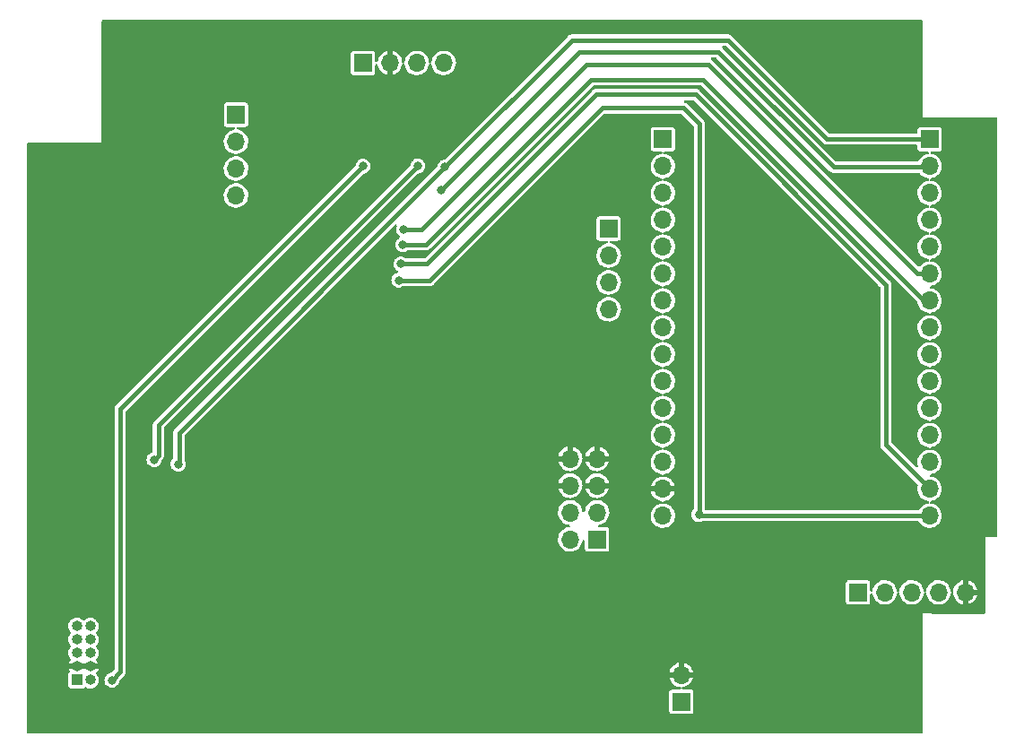
<source format=gbr>
%TF.GenerationSoftware,KiCad,Pcbnew,(6.0.0-0)*%
%TF.CreationDate,2022-01-26T17:20:34+01:00*%
%TF.ProjectId,Smogly1,536d6f67-6c79-4312-9e6b-696361645f70,rev?*%
%TF.SameCoordinates,Original*%
%TF.FileFunction,Copper,L2,Bot*%
%TF.FilePolarity,Positive*%
%FSLAX46Y46*%
G04 Gerber Fmt 4.6, Leading zero omitted, Abs format (unit mm)*
G04 Created by KiCad (PCBNEW (6.0.0-0)) date 2022-01-26 17:20:34*
%MOMM*%
%LPD*%
G01*
G04 APERTURE LIST*
%TA.AperFunction,ComponentPad*%
%ADD10R,1.700000X1.700000*%
%TD*%
%TA.AperFunction,ComponentPad*%
%ADD11O,1.700000X1.700000*%
%TD*%
%TA.AperFunction,ComponentPad*%
%ADD12R,1.000000X1.000000*%
%TD*%
%TA.AperFunction,ComponentPad*%
%ADD13O,1.000000X1.000000*%
%TD*%
%TA.AperFunction,ViaPad*%
%ADD14C,0.800000*%
%TD*%
%TA.AperFunction,Conductor*%
%ADD15C,0.450000*%
%TD*%
%TA.AperFunction,Conductor*%
%ADD16C,0.350000*%
%TD*%
G04 APERTURE END LIST*
D10*
%TO.P,J2,1,Pin_1*%
%TO.N,+5V*%
X197000000Y-72810000D03*
D11*
%TO.P,J2,2,Pin_2*%
%TO.N,GND*%
X199540000Y-72810000D03*
%TO.P,J2,3,Pin_3*%
%TO.N,Net-(J11-Pad2)*%
X202080000Y-72810000D03*
%TO.P,J2,4,Pin_4*%
%TO.N,Net-(J11-Pad1)*%
X204620000Y-72810000D03*
%TD*%
D10*
%TO.P,J1,1,Pin_1*%
%TO.N,+5V*%
X227050000Y-133125000D03*
D11*
%TO.P,J1,2,Pin_2*%
%TO.N,GND*%
X227050000Y-130585000D03*
%TD*%
D10*
%TO.P,J8,1,Pin_1*%
%TO.N,Net-(J10-Pad4)*%
X220200000Y-88450000D03*
D11*
%TO.P,J8,2,Pin_2*%
%TO.N,Net-(J10-Pad5)*%
X220200000Y-90990000D03*
%TO.P,J8,3,Pin_3*%
%TO.N,Net-(J10-Pad6)*%
X220200000Y-93530000D03*
%TO.P,J8,4,Pin_4*%
%TO.N,Net-(J10-Pad7)*%
X220200000Y-96070000D03*
%TD*%
D12*
%TO.P,J9,1,Pin_1*%
%TO.N,+5V*%
X169980000Y-131080000D03*
D13*
%TO.P,J9,2,Pin_2*%
X171250000Y-131080000D03*
%TO.P,J9,3,Pin_3*%
%TO.N,GND*%
X169980000Y-129810000D03*
%TO.P,J9,4,Pin_4*%
X171250000Y-129810000D03*
%TO.P,J9,5,Pin_5*%
%TO.N,unconnected-(J9-Pad5)*%
X169980000Y-128540000D03*
%TO.P,J9,6,Pin_6*%
%TO.N,unconnected-(J9-Pad6)*%
X171250000Y-128540000D03*
%TO.P,J9,7,Pin_7*%
%TO.N,Net-(J11-Pad2)*%
X169980000Y-127270000D03*
%TO.P,J9,8,Pin_8*%
%TO.N,unconnected-(J9-Pad8)*%
X171250000Y-127270000D03*
%TO.P,J9,9,Pin_9*%
%TO.N,Net-(J11-Pad1)*%
X169980000Y-126000000D03*
%TO.P,J9,10,Pin_10*%
%TO.N,unconnected-(J9-Pad10)*%
X171250000Y-126000000D03*
%TD*%
D10*
%TO.P,J10,1,Pin_1*%
%TO.N,unconnected-(J10-Pad1)*%
X225310000Y-80000000D03*
D11*
%TO.P,J10,2,Pin_2*%
%TO.N,unconnected-(J10-Pad2)*%
X225310000Y-82540000D03*
%TO.P,J10,3,Pin_3*%
%TO.N,unconnected-(J10-Pad3)*%
X225310000Y-85080000D03*
%TO.P,J10,4,Pin_4*%
%TO.N,Net-(J10-Pad4)*%
X225310000Y-87620000D03*
%TO.P,J10,5,Pin_5*%
%TO.N,Net-(J10-Pad5)*%
X225310000Y-90160000D03*
%TO.P,J10,6,Pin_6*%
%TO.N,Net-(J10-Pad6)*%
X225310000Y-92700000D03*
%TO.P,J10,7,Pin_7*%
%TO.N,Net-(J10-Pad7)*%
X225310000Y-95240000D03*
%TO.P,J10,8,Pin_8*%
%TO.N,unconnected-(J10-Pad8)*%
X225310000Y-97780000D03*
%TO.P,J10,9,Pin_9*%
%TO.N,unconnected-(J10-Pad9)*%
X225310000Y-100320000D03*
%TO.P,J10,10,Pin_10*%
%TO.N,unconnected-(J10-Pad10)*%
X225310000Y-102860000D03*
%TO.P,J10,11,Pin_11*%
%TO.N,unconnected-(J10-Pad11)*%
X225310000Y-105400000D03*
%TO.P,J10,12,Pin_12*%
%TO.N,unconnected-(J10-Pad12)*%
X225310000Y-107940000D03*
%TO.P,J10,13,Pin_13*%
%TO.N,unconnected-(J10-Pad13)*%
X225310000Y-110480000D03*
%TO.P,J10,14,Pin_14*%
%TO.N,GND*%
X225310000Y-113020000D03*
%TO.P,J10,15,Pin_15*%
%TO.N,+5V*%
X225310000Y-115560000D03*
%TD*%
D10*
%TO.P,J5,1,Pin_1*%
%TO.N,+3V3*%
X219100000Y-117800000D03*
D11*
%TO.P,J5,2,Pin_2*%
X216560000Y-117800000D03*
%TO.P,J5,3,Pin_3*%
%TO.N,+5V*%
X219100000Y-115260000D03*
%TO.P,J5,4,Pin_4*%
X216560000Y-115260000D03*
%TO.P,J5,5,Pin_5*%
%TO.N,GND*%
X219100000Y-112720000D03*
%TO.P,J5,6,Pin_6*%
X216560000Y-112720000D03*
%TO.P,J5,7,Pin_7*%
X219100000Y-110180000D03*
%TO.P,J5,8,Pin_8*%
X216560000Y-110180000D03*
%TD*%
D10*
%TO.P,J4,1,Pin_1*%
%TO.N,+5V*%
X243725000Y-122800000D03*
D11*
%TO.P,J4,2,Pin_2*%
%TO.N,unconnected-(J4-Pad2)*%
X246265000Y-122800000D03*
%TO.P,J4,3,Pin_3*%
%TO.N,unconnected-(J4-Pad3)*%
X248805000Y-122800000D03*
%TO.P,J4,4,Pin_4*%
%TO.N,unconnected-(J4-Pad4)*%
X251345000Y-122800000D03*
%TO.P,J4,5,Pin_5*%
%TO.N,GND*%
X253885000Y-122800000D03*
%TD*%
D10*
%TO.P,J11,1,Pin_1*%
%TO.N,Net-(J11-Pad1)*%
X250500000Y-80000000D03*
D11*
%TO.P,J11,2,Pin_2*%
%TO.N,Net-(J11-Pad2)*%
X250500000Y-82540000D03*
%TO.P,J11,3,Pin_3*%
%TO.N,unconnected-(J11-Pad3)*%
X250500000Y-85080000D03*
%TO.P,J11,4,Pin_4*%
%TO.N,unconnected-(J11-Pad4)*%
X250500000Y-87620000D03*
%TO.P,J11,5,Pin_5*%
%TO.N,unconnected-(J11-Pad5)*%
X250500000Y-90160000D03*
%TO.P,J11,6,Pin_6*%
%TO.N,Net-(J11-Pad6)*%
X250500000Y-92700000D03*
%TO.P,J11,7,Pin_7*%
%TO.N,Net-(J11-Pad7)*%
X250500000Y-95240000D03*
%TO.P,J11,8,Pin_8*%
%TO.N,unconnected-(J11-Pad8)*%
X250500000Y-97780000D03*
%TO.P,J11,9,Pin_9*%
%TO.N,unconnected-(J11-Pad9)*%
X250500000Y-100320000D03*
%TO.P,J11,10,Pin_10*%
%TO.N,unconnected-(J11-Pad10)*%
X250500000Y-102860000D03*
%TO.P,J11,11,Pin_11*%
%TO.N,unconnected-(J11-Pad11)*%
X250500000Y-105400000D03*
%TO.P,J11,12,Pin_12*%
%TO.N,unconnected-(J11-Pad12)*%
X250500000Y-107940000D03*
%TO.P,J11,13,Pin_13*%
%TO.N,unconnected-(J11-Pad13)*%
X250500000Y-110480000D03*
%TO.P,J11,14,Pin_14*%
%TO.N,Net-(J11-Pad14)*%
X250500000Y-113020000D03*
%TO.P,J11,15,Pin_15*%
%TO.N,+3V3*%
X250500000Y-115560000D03*
%TD*%
D10*
%TO.P,J3,1,Pin_1*%
%TO.N,Net-(J11-Pad6)*%
X185000000Y-77700000D03*
D11*
%TO.P,J3,2,Pin_2*%
%TO.N,Net-(J11-Pad7)*%
X185000000Y-80240000D03*
%TO.P,J3,3,Pin_3*%
%TO.N,Net-(J11-Pad14)*%
X185000000Y-82780000D03*
%TO.P,J3,4,Pin_4*%
%TO.N,+3V3*%
X185000000Y-85320000D03*
%TD*%
D14*
%TO.N,Net-(J11-Pad2)*%
X177260000Y-110270000D03*
X204395000Y-84785000D03*
X202170000Y-82540000D03*
%TO.N,+3V3*%
X200370000Y-93330000D03*
%TO.N,+5V*%
X173280000Y-131090000D03*
X197000000Y-82560000D03*
%TO.N,GND*%
X167630000Y-96810000D03*
X222760000Y-92220000D03*
X175350000Y-129730000D03*
X190130000Y-85950000D03*
X242570000Y-99250000D03*
X210980000Y-74980000D03*
X218760000Y-125220000D03*
X227350000Y-88660000D03*
X191790000Y-82020000D03*
X168928400Y-118623600D03*
X188560000Y-88140000D03*
X247295000Y-100525000D03*
X234540000Y-125290000D03*
X199540000Y-82550000D03*
X175010000Y-118760000D03*
X177580000Y-118800000D03*
X246770000Y-81450000D03*
X194490000Y-97100000D03*
X238260000Y-132500000D03*
X216160000Y-106110000D03*
X224050000Y-130550000D03*
X171870000Y-118760000D03*
X247570000Y-88850000D03*
X221370000Y-99260000D03*
X166670000Y-118870000D03*
X218500000Y-105580000D03*
X222740000Y-94890000D03*
X254770000Y-101850000D03*
X218490000Y-99010000D03*
X222000000Y-115050000D03*
X230070000Y-124110000D03*
X244970000Y-111650000D03*
X238770000Y-91050000D03*
X254570000Y-85250000D03*
X247170000Y-84250000D03*
X191050000Y-83990000D03*
X240590000Y-103720000D03*
X222750000Y-89700000D03*
X187920000Y-73150000D03*
X220470000Y-104450000D03*
%TO.N,Net-(J11-Pad14)*%
X200570000Y-91800000D03*
%TO.N,+3V3*%
X228720000Y-115450000D03*
%TO.N,Net-(J11-Pad6)*%
X200830000Y-88540000D03*
%TO.N,Net-(J11-Pad7)*%
X200770000Y-89960000D03*
%TO.N,Net-(J11-Pad1)*%
X179530000Y-110700000D03*
X204710000Y-82650000D03*
%TD*%
D15*
%TO.N,+3V3*%
X228720000Y-115450000D02*
X228770800Y-115524800D01*
X228770800Y-115524800D02*
X228770800Y-78593200D01*
X228770800Y-78593200D02*
X227246800Y-77069200D01*
X219575800Y-77069200D02*
X203315000Y-93330000D01*
X227246800Y-77069200D02*
X219575800Y-77069200D01*
X203315000Y-93330000D02*
X200370000Y-93330000D01*
%TO.N,Net-(J11-Pad14)*%
X200570000Y-91800000D02*
X203020000Y-91800000D01*
X246370000Y-93750000D02*
X246370000Y-108890000D01*
X203020000Y-91800000D02*
X219020800Y-75799200D01*
X228419200Y-75799200D02*
X246370000Y-93750000D01*
X219020800Y-75799200D02*
X228419200Y-75799200D01*
X246370000Y-108890000D02*
X250500000Y-113020000D01*
%TO.N,Net-(J11-Pad2)*%
X177680000Y-107020000D02*
X202160000Y-82540000D01*
X177260000Y-110270000D02*
X177680000Y-109850000D01*
X217410000Y-71770000D02*
X230565000Y-71770000D01*
X241445000Y-82650000D02*
X250390000Y-82650000D01*
X230565000Y-71770000D02*
X241445000Y-82650000D01*
D16*
X202160000Y-82540000D02*
X202170000Y-82540000D01*
D15*
X204395000Y-84785000D02*
X217410000Y-71770000D01*
X250390000Y-82650000D02*
X250500000Y-82540000D01*
X177680000Y-109850000D02*
X177680000Y-107020000D01*
%TO.N,+5V*%
X174060000Y-130310000D02*
X173280000Y-131090000D01*
X197000000Y-82560000D02*
X174060000Y-105500000D01*
X174060000Y-105500000D02*
X174060000Y-130310000D01*
%TO.N,GND*%
X222000000Y-115050000D02*
X222000000Y-128500000D01*
X175910000Y-129220000D02*
X175910000Y-106180000D01*
X175350000Y-129730000D02*
X175400000Y-129730000D01*
X175400000Y-129730000D02*
X175910000Y-129220000D01*
X222000000Y-128500000D02*
X224050000Y-130550000D01*
X175910000Y-106180000D02*
X199540000Y-82550000D01*
%TO.N,+3V3*%
X228830000Y-115560000D02*
X250500000Y-115560000D01*
X228720000Y-115450000D02*
X228830000Y-115560000D01*
%TO.N,Net-(J11-Pad6)*%
X200830000Y-88540000D02*
X202550000Y-88540000D01*
X249337850Y-92700000D02*
X250500000Y-92700000D01*
X229643050Y-73005200D02*
X249337850Y-92700000D01*
X218084800Y-73005200D02*
X229643050Y-73005200D01*
X202550000Y-88540000D02*
X218084800Y-73005200D01*
%TO.N,Net-(J11-Pad7)*%
X249960000Y-95240000D02*
X250500000Y-95240000D01*
X218553200Y-74376800D02*
X229096800Y-74376800D01*
X202970000Y-89960000D02*
X218553200Y-74376800D01*
X229096800Y-74376800D02*
X249960000Y-95240000D01*
X200770000Y-89960000D02*
X202970000Y-89960000D01*
%TO.N,Net-(J11-Pad1)*%
X179620000Y-107720000D02*
X204690000Y-82650000D01*
D16*
X179530000Y-110700000D02*
X179620000Y-110610000D01*
D15*
X179620000Y-110610000D02*
X179620000Y-107720000D01*
X231445000Y-70650000D02*
X240795000Y-80000000D01*
X216710000Y-70650000D02*
X231445000Y-70650000D01*
X240795000Y-80000000D02*
X250500000Y-80000000D01*
X204710000Y-82650000D02*
X216710000Y-70650000D01*
%TD*%
%TA.AperFunction,Conductor*%
%TO.N,GND*%
G36*
X249772743Y-68770002D02*
G01*
X249819236Y-68823658D01*
X249830622Y-68875856D01*
X249840845Y-77961563D01*
X249854377Y-77961555D01*
X249854378Y-77961555D01*
X256773923Y-77957299D01*
X256842056Y-77977259D01*
X256888581Y-78030886D01*
X256900000Y-78083299D01*
X256900000Y-117475684D01*
X256879998Y-117543805D01*
X256826342Y-117590298D01*
X256771119Y-117601651D01*
X256345145Y-117591907D01*
X255767876Y-117578701D01*
X255767875Y-117578701D01*
X255749765Y-117578287D01*
X255749758Y-117592545D01*
X255746264Y-124718492D01*
X255726229Y-124786603D01*
X255672550Y-124833069D01*
X255619660Y-124844429D01*
X251500522Y-124824683D01*
X249827245Y-124816662D01*
X249827236Y-124830338D01*
X249827236Y-124830340D01*
X249820265Y-136024078D01*
X249800220Y-136092187D01*
X249746536Y-136138646D01*
X249694265Y-136150000D01*
X165376000Y-136150000D01*
X165307879Y-136129998D01*
X165261386Y-136076342D01*
X165250000Y-136024000D01*
X165250000Y-134019646D01*
X225899500Y-134019646D01*
X225902618Y-134045846D01*
X225948061Y-134148153D01*
X226027287Y-134227241D01*
X226037924Y-134231944D01*
X226037926Y-134231945D01*
X226097462Y-134258265D01*
X226129673Y-134272506D01*
X226155354Y-134275500D01*
X227944646Y-134275500D01*
X227948350Y-134275059D01*
X227948353Y-134275059D01*
X227955746Y-134274179D01*
X227970846Y-134272382D01*
X228073153Y-134226939D01*
X228152241Y-134147713D01*
X228197506Y-134045327D01*
X228200500Y-134019646D01*
X228200500Y-132230354D01*
X228197382Y-132204154D01*
X228151939Y-132101847D01*
X228072713Y-132022759D01*
X228062076Y-132018056D01*
X228062074Y-132018055D01*
X228002538Y-131991735D01*
X227970327Y-131977494D01*
X227944646Y-131974500D01*
X227228804Y-131974500D01*
X227160683Y-131954498D01*
X227114190Y-131900842D01*
X227104086Y-131830568D01*
X227133580Y-131765988D01*
X227193306Y-131727604D01*
X227210724Y-131723804D01*
X227313898Y-131708845D01*
X227325081Y-131706160D01*
X227514283Y-131641934D01*
X227524786Y-131637258D01*
X227699124Y-131539625D01*
X227708596Y-131533115D01*
X227862219Y-131405348D01*
X227870348Y-131397219D01*
X227998115Y-131243596D01*
X228004625Y-131234124D01*
X228102258Y-131059786D01*
X228106934Y-131049283D01*
X228171160Y-130860078D01*
X228172396Y-130854933D01*
X228170694Y-130842993D01*
X228157126Y-130839000D01*
X225946030Y-130839000D01*
X225932499Y-130842973D01*
X225931207Y-130851962D01*
X225959897Y-130964928D01*
X225963735Y-130975766D01*
X226047386Y-131157218D01*
X226053137Y-131167179D01*
X226168455Y-131330350D01*
X226175921Y-131339092D01*
X226319047Y-131478520D01*
X226327981Y-131485754D01*
X226494112Y-131596760D01*
X226504225Y-131602251D01*
X226687805Y-131681123D01*
X226698738Y-131684675D01*
X226879634Y-131725607D01*
X226941660Y-131760150D01*
X226975165Y-131822743D01*
X226969511Y-131893514D01*
X226926492Y-131949993D01*
X226859768Y-131974249D01*
X226851826Y-131974500D01*
X226155354Y-131974500D01*
X226151650Y-131974941D01*
X226151647Y-131974941D01*
X226144254Y-131975821D01*
X226129154Y-131977618D01*
X226026847Y-132023061D01*
X225947759Y-132102287D01*
X225902494Y-132204673D01*
X225899500Y-132230354D01*
X225899500Y-134019646D01*
X165250000Y-134019646D01*
X165250000Y-131624646D01*
X169179500Y-131624646D01*
X169182618Y-131650846D01*
X169186456Y-131659486D01*
X169186456Y-131659487D01*
X169223314Y-131742467D01*
X169228061Y-131753153D01*
X169307287Y-131832241D01*
X169317924Y-131836944D01*
X169317926Y-131836945D01*
X169368223Y-131859181D01*
X169409673Y-131877506D01*
X169435354Y-131880500D01*
X170524646Y-131880500D01*
X170528350Y-131880059D01*
X170528353Y-131880059D01*
X170535746Y-131879179D01*
X170550846Y-131877382D01*
X170569465Y-131869112D01*
X170642518Y-131836663D01*
X170653153Y-131831939D01*
X170692929Y-131792093D01*
X170755211Y-131758014D01*
X170826031Y-131763017D01*
X170851090Y-131775675D01*
X170886789Y-131799036D01*
X170893381Y-131801488D01*
X170893384Y-131801489D01*
X170950535Y-131822743D01*
X171055116Y-131861636D01*
X171062097Y-131862567D01*
X171062099Y-131862568D01*
X171226149Y-131884457D01*
X171226153Y-131884457D01*
X171233130Y-131885388D01*
X171240142Y-131884750D01*
X171240146Y-131884750D01*
X171404960Y-131869751D01*
X171404961Y-131869751D01*
X171411981Y-131869112D01*
X171582782Y-131813615D01*
X171618884Y-131792094D01*
X171730992Y-131725265D01*
X171730994Y-131725264D01*
X171737044Y-131721657D01*
X171867099Y-131597807D01*
X171883871Y-131572564D01*
X171962582Y-131454093D01*
X171966483Y-131448222D01*
X172007938Y-131339092D01*
X172027757Y-131286919D01*
X172027758Y-131286914D01*
X172030257Y-131280336D01*
X172031237Y-131273364D01*
X172054700Y-131106416D01*
X172054700Y-131106411D01*
X172055251Y-131102493D01*
X172055529Y-131082611D01*
X172574394Y-131082611D01*
X172592999Y-131251135D01*
X172600867Y-131272634D01*
X172646459Y-131397219D01*
X172651266Y-131410356D01*
X172655502Y-131416659D01*
X172655502Y-131416660D01*
X172668574Y-131436113D01*
X172745830Y-131551083D01*
X172751442Y-131556190D01*
X172751445Y-131556193D01*
X172865612Y-131660077D01*
X172865616Y-131660080D01*
X172871233Y-131665191D01*
X172877906Y-131668814D01*
X172877910Y-131668817D01*
X173013558Y-131742467D01*
X173013560Y-131742468D01*
X173020235Y-131746092D01*
X173027584Y-131748020D01*
X173176883Y-131787188D01*
X173176885Y-131787188D01*
X173184233Y-131789116D01*
X173270609Y-131790473D01*
X173346161Y-131791660D01*
X173346164Y-131791660D01*
X173353760Y-131791779D01*
X173361165Y-131790083D01*
X173361166Y-131790083D01*
X173466371Y-131765988D01*
X173519029Y-131753928D01*
X173670498Y-131677747D01*
X173799423Y-131567634D01*
X173898361Y-131429947D01*
X173908250Y-131405348D01*
X173958766Y-131279687D01*
X173958767Y-131279685D01*
X173961601Y-131272634D01*
X173975767Y-131173096D01*
X174005168Y-131108473D01*
X174011415Y-131101754D01*
X174421364Y-130691805D01*
X174425173Y-130688152D01*
X174462385Y-130653934D01*
X174468712Y-130648116D01*
X174490465Y-130613032D01*
X174497182Y-130603260D01*
X174522128Y-130570395D01*
X174527224Y-130557524D01*
X174537292Y-130537507D01*
X174538627Y-130535354D01*
X174544582Y-130525750D01*
X174548761Y-130511368D01*
X174556094Y-130486126D01*
X174559939Y-130474897D01*
X174571968Y-130444514D01*
X174571968Y-130444512D01*
X174575130Y-130436527D01*
X174576577Y-130422758D01*
X174580890Y-130400776D01*
X174584751Y-130387488D01*
X174585500Y-130377288D01*
X174585500Y-130344471D01*
X174586190Y-130331300D01*
X174586558Y-130327799D01*
X225929774Y-130327799D01*
X225936506Y-130331000D01*
X226777885Y-130331000D01*
X226793124Y-130326525D01*
X226794329Y-130325135D01*
X226796000Y-130317452D01*
X226796000Y-130312885D01*
X227304000Y-130312885D01*
X227308475Y-130328124D01*
X227309865Y-130329329D01*
X227317548Y-130331000D01*
X228155196Y-130331000D01*
X228168727Y-130327027D01*
X228169896Y-130318893D01*
X228129785Y-130176670D01*
X228125663Y-130165931D01*
X228037292Y-129986733D01*
X228031282Y-129976925D01*
X227911731Y-129816827D01*
X227904041Y-129808287D01*
X227757315Y-129672654D01*
X227748190Y-129665653D01*
X227579209Y-129559034D01*
X227568965Y-129553814D01*
X227383377Y-129479772D01*
X227372356Y-129476507D01*
X227321770Y-129466445D01*
X227308894Y-129467597D01*
X227304000Y-129482753D01*
X227304000Y-130312885D01*
X226796000Y-130312885D01*
X226796000Y-129479823D01*
X226792194Y-129466861D01*
X226777278Y-129464925D01*
X226756780Y-129468447D01*
X226745660Y-129471427D01*
X226558207Y-129540582D01*
X226547829Y-129545532D01*
X226376119Y-129647688D01*
X226366807Y-129654453D01*
X226216587Y-129786194D01*
X226208670Y-129794537D01*
X226084975Y-129951443D01*
X226078704Y-129961100D01*
X225985679Y-130137912D01*
X225981273Y-130148549D01*
X225929993Y-130313698D01*
X225929774Y-130327799D01*
X174586558Y-130327799D01*
X174587494Y-130318893D01*
X174590180Y-130293338D01*
X174587942Y-130280103D01*
X174587264Y-130276096D01*
X174585500Y-130255084D01*
X174585500Y-123694646D01*
X242574500Y-123694646D01*
X242577618Y-123720846D01*
X242623061Y-123823153D01*
X242631294Y-123831372D01*
X242631295Y-123831373D01*
X242656901Y-123856934D01*
X242702287Y-123902241D01*
X242712924Y-123906944D01*
X242712926Y-123906945D01*
X242747858Y-123922388D01*
X242804673Y-123947506D01*
X242830354Y-123950500D01*
X244619646Y-123950500D01*
X244623350Y-123950059D01*
X244623353Y-123950059D01*
X244630746Y-123949179D01*
X244645846Y-123947382D01*
X244704881Y-123921160D01*
X244737518Y-123906663D01*
X244748153Y-123901939D01*
X244827241Y-123822713D01*
X244832084Y-123811760D01*
X244858265Y-123752538D01*
X244872506Y-123720327D01*
X244875500Y-123694646D01*
X244875500Y-123010673D01*
X244895502Y-122942552D01*
X244949158Y-122896059D01*
X245019432Y-122885955D01*
X245084012Y-122915449D01*
X245122396Y-122975175D01*
X245123658Y-122980784D01*
X245123796Y-122980749D01*
X245175845Y-123185690D01*
X245264369Y-123377714D01*
X245386405Y-123550391D01*
X245390539Y-123554418D01*
X245530727Y-123690983D01*
X245537865Y-123697937D01*
X245542661Y-123701142D01*
X245542664Y-123701144D01*
X245685936Y-123796875D01*
X245713677Y-123815411D01*
X245718985Y-123817692D01*
X245718986Y-123817692D01*
X245902650Y-123896600D01*
X245902653Y-123896601D01*
X245907953Y-123898878D01*
X245913582Y-123900152D01*
X245913583Y-123900152D01*
X246108550Y-123944269D01*
X246108553Y-123944269D01*
X246114186Y-123945544D01*
X246119957Y-123945771D01*
X246119959Y-123945771D01*
X246181989Y-123948208D01*
X246325470Y-123953846D01*
X246331179Y-123953018D01*
X246331183Y-123953018D01*
X246529015Y-123924333D01*
X246529019Y-123924332D01*
X246534730Y-123923504D01*
X246621579Y-123894023D01*
X246729483Y-123857395D01*
X246729488Y-123857393D01*
X246734955Y-123855537D01*
X246778103Y-123831373D01*
X246914395Y-123755046D01*
X246914399Y-123755043D01*
X246919442Y-123752219D01*
X247082012Y-123617012D01*
X247217219Y-123454442D01*
X247220043Y-123449399D01*
X247220046Y-123449395D01*
X247317713Y-123274998D01*
X247317714Y-123274996D01*
X247320537Y-123269955D01*
X247322393Y-123264488D01*
X247322395Y-123264483D01*
X247386647Y-123075200D01*
X247388504Y-123069730D01*
X247389333Y-123064015D01*
X247410090Y-122920860D01*
X247439660Y-122856315D01*
X247499432Y-122818003D01*
X247570429Y-122818087D01*
X247630109Y-122856542D01*
X247659525Y-122921158D01*
X247660515Y-122930695D01*
X247663796Y-122980749D01*
X247665217Y-122986345D01*
X247665218Y-122986350D01*
X247686446Y-123069933D01*
X247715845Y-123185690D01*
X247804369Y-123377714D01*
X247926405Y-123550391D01*
X247930539Y-123554418D01*
X248070727Y-123690983D01*
X248077865Y-123697937D01*
X248082661Y-123701142D01*
X248082664Y-123701144D01*
X248225936Y-123796875D01*
X248253677Y-123815411D01*
X248258985Y-123817692D01*
X248258986Y-123817692D01*
X248442650Y-123896600D01*
X248442653Y-123896601D01*
X248447953Y-123898878D01*
X248453582Y-123900152D01*
X248453583Y-123900152D01*
X248648550Y-123944269D01*
X248648553Y-123944269D01*
X248654186Y-123945544D01*
X248659957Y-123945771D01*
X248659959Y-123945771D01*
X248721989Y-123948208D01*
X248865470Y-123953846D01*
X248871179Y-123953018D01*
X248871183Y-123953018D01*
X249069015Y-123924333D01*
X249069019Y-123924332D01*
X249074730Y-123923504D01*
X249161579Y-123894023D01*
X249269483Y-123857395D01*
X249269488Y-123857393D01*
X249274955Y-123855537D01*
X249318103Y-123831373D01*
X249454395Y-123755046D01*
X249454399Y-123755043D01*
X249459442Y-123752219D01*
X249622012Y-123617012D01*
X249757219Y-123454442D01*
X249760043Y-123449399D01*
X249760046Y-123449395D01*
X249857713Y-123274998D01*
X249857714Y-123274996D01*
X249860537Y-123269955D01*
X249862393Y-123264488D01*
X249862395Y-123264483D01*
X249926647Y-123075200D01*
X249928504Y-123069730D01*
X249929333Y-123064015D01*
X249950090Y-122920860D01*
X249979660Y-122856315D01*
X250039432Y-122818003D01*
X250110429Y-122818087D01*
X250170109Y-122856542D01*
X250199525Y-122921158D01*
X250200515Y-122930695D01*
X250203796Y-122980749D01*
X250205217Y-122986345D01*
X250205218Y-122986350D01*
X250226446Y-123069933D01*
X250255845Y-123185690D01*
X250344369Y-123377714D01*
X250466405Y-123550391D01*
X250470539Y-123554418D01*
X250610727Y-123690983D01*
X250617865Y-123697937D01*
X250622661Y-123701142D01*
X250622664Y-123701144D01*
X250765936Y-123796875D01*
X250793677Y-123815411D01*
X250798985Y-123817692D01*
X250798986Y-123817692D01*
X250982650Y-123896600D01*
X250982653Y-123896601D01*
X250987953Y-123898878D01*
X250993582Y-123900152D01*
X250993583Y-123900152D01*
X251188550Y-123944269D01*
X251188553Y-123944269D01*
X251194186Y-123945544D01*
X251199957Y-123945771D01*
X251199959Y-123945771D01*
X251261989Y-123948208D01*
X251405470Y-123953846D01*
X251411179Y-123953018D01*
X251411183Y-123953018D01*
X251609015Y-123924333D01*
X251609019Y-123924332D01*
X251614730Y-123923504D01*
X251701579Y-123894023D01*
X251809483Y-123857395D01*
X251809488Y-123857393D01*
X251814955Y-123855537D01*
X251858103Y-123831373D01*
X251994395Y-123755046D01*
X251994399Y-123755043D01*
X251999442Y-123752219D01*
X252162012Y-123617012D01*
X252297219Y-123454442D01*
X252300043Y-123449399D01*
X252300046Y-123449395D01*
X252397713Y-123274998D01*
X252397714Y-123274996D01*
X252400537Y-123269955D01*
X252402393Y-123264488D01*
X252402395Y-123264483D01*
X252466647Y-123075200D01*
X252468504Y-123069730D01*
X252469935Y-123059865D01*
X252490435Y-122918479D01*
X252520005Y-122853934D01*
X252579777Y-122815622D01*
X252650774Y-122815706D01*
X252710454Y-122854161D01*
X252739870Y-122918777D01*
X252740861Y-122928320D01*
X252743914Y-122974902D01*
X252745715Y-122986272D01*
X252794896Y-123179923D01*
X252798737Y-123190769D01*
X252882386Y-123372218D01*
X252888137Y-123382179D01*
X253003455Y-123545350D01*
X253010921Y-123554092D01*
X253154047Y-123693520D01*
X253162981Y-123700754D01*
X253329112Y-123811760D01*
X253339225Y-123817251D01*
X253522805Y-123896123D01*
X253533738Y-123899675D01*
X253613331Y-123917685D01*
X253627405Y-123916796D01*
X253631000Y-123907397D01*
X253631000Y-123907165D01*
X254139000Y-123907165D01*
X254142966Y-123920671D01*
X254154964Y-123922388D01*
X254160078Y-123921160D01*
X254349283Y-123856934D01*
X254359786Y-123852258D01*
X254534124Y-123754625D01*
X254543596Y-123748115D01*
X254697219Y-123620348D01*
X254705348Y-123612219D01*
X254833115Y-123458596D01*
X254839625Y-123449124D01*
X254937258Y-123274786D01*
X254941934Y-123264283D01*
X255006160Y-123075078D01*
X255007396Y-123069933D01*
X255005694Y-123057993D01*
X254992126Y-123054000D01*
X254157115Y-123054000D01*
X254141876Y-123058475D01*
X254140671Y-123059865D01*
X254139000Y-123067548D01*
X254139000Y-123907165D01*
X253631000Y-123907165D01*
X253631000Y-122527885D01*
X254139000Y-122527885D01*
X254143475Y-122543124D01*
X254144865Y-122544329D01*
X254152548Y-122546000D01*
X254990196Y-122546000D01*
X255003727Y-122542027D01*
X255004896Y-122533893D01*
X254964785Y-122391670D01*
X254960663Y-122380931D01*
X254872292Y-122201733D01*
X254866282Y-122191925D01*
X254746731Y-122031827D01*
X254739041Y-122023287D01*
X254592315Y-121887654D01*
X254583190Y-121880653D01*
X254414209Y-121774034D01*
X254403965Y-121768814D01*
X254218377Y-121694772D01*
X254207356Y-121691507D01*
X254156770Y-121681445D01*
X254143894Y-121682597D01*
X254139000Y-121697753D01*
X254139000Y-122527885D01*
X253631000Y-122527885D01*
X253631000Y-121694823D01*
X253627194Y-121681861D01*
X253612278Y-121679925D01*
X253591780Y-121683447D01*
X253580660Y-121686427D01*
X253393207Y-121755582D01*
X253382829Y-121760532D01*
X253211119Y-121862688D01*
X253201807Y-121869453D01*
X253051587Y-122001194D01*
X253043670Y-122009537D01*
X252919975Y-122166443D01*
X252913704Y-122176100D01*
X252820679Y-122352912D01*
X252816273Y-122363549D01*
X252757025Y-122554356D01*
X252754632Y-122565614D01*
X252740308Y-122686634D01*
X252712437Y-122751932D01*
X252653689Y-122791795D01*
X252582714Y-122793569D01*
X252522048Y-122756690D01*
X252490950Y-122692866D01*
X252489712Y-122683366D01*
X252481081Y-122589440D01*
X252474362Y-122565614D01*
X252463690Y-122527775D01*
X252423686Y-122385931D01*
X252412649Y-122363549D01*
X252332719Y-122201469D01*
X252330165Y-122196290D01*
X252203651Y-122026867D01*
X252076236Y-121909086D01*
X252052622Y-121887257D01*
X252052620Y-121887255D01*
X252048381Y-121883337D01*
X252019696Y-121865238D01*
X251874434Y-121773584D01*
X251874433Y-121773584D01*
X251869554Y-121770505D01*
X251673160Y-121692152D01*
X251667503Y-121691027D01*
X251667497Y-121691025D01*
X251471442Y-121652028D01*
X251471440Y-121652028D01*
X251465775Y-121650901D01*
X251460000Y-121650825D01*
X251459996Y-121650825D01*
X251353976Y-121649437D01*
X251254346Y-121648133D01*
X251248649Y-121649112D01*
X251248648Y-121649112D01*
X251051650Y-121682962D01*
X251051649Y-121682962D01*
X251045953Y-121683941D01*
X250847575Y-121757127D01*
X250842614Y-121760079D01*
X250842613Y-121760079D01*
X250796553Y-121787482D01*
X250665856Y-121865238D01*
X250506881Y-122004655D01*
X250375976Y-122170708D01*
X250373287Y-122175819D01*
X250373285Y-122175822D01*
X250359792Y-122201469D01*
X250277523Y-122357836D01*
X250214820Y-122559773D01*
X250214141Y-122565510D01*
X250200088Y-122684239D01*
X250172217Y-122749537D01*
X250113469Y-122789401D01*
X250042494Y-122791174D01*
X249981828Y-122754295D01*
X249950730Y-122690471D01*
X249949490Y-122680958D01*
X249944716Y-122628995D01*
X249941081Y-122589440D01*
X249934362Y-122565614D01*
X249923690Y-122527775D01*
X249883686Y-122385931D01*
X249872649Y-122363549D01*
X249792719Y-122201469D01*
X249790165Y-122196290D01*
X249663651Y-122026867D01*
X249536236Y-121909086D01*
X249512622Y-121887257D01*
X249512620Y-121887255D01*
X249508381Y-121883337D01*
X249479696Y-121865238D01*
X249334434Y-121773584D01*
X249334433Y-121773584D01*
X249329554Y-121770505D01*
X249133160Y-121692152D01*
X249127503Y-121691027D01*
X249127497Y-121691025D01*
X248931442Y-121652028D01*
X248931440Y-121652028D01*
X248925775Y-121650901D01*
X248920000Y-121650825D01*
X248919996Y-121650825D01*
X248813976Y-121649437D01*
X248714346Y-121648133D01*
X248708649Y-121649112D01*
X248708648Y-121649112D01*
X248511650Y-121682962D01*
X248511649Y-121682962D01*
X248505953Y-121683941D01*
X248307575Y-121757127D01*
X248302614Y-121760079D01*
X248302613Y-121760079D01*
X248256553Y-121787482D01*
X248125856Y-121865238D01*
X247966881Y-122004655D01*
X247835976Y-122170708D01*
X247833287Y-122175819D01*
X247833285Y-122175822D01*
X247819792Y-122201469D01*
X247737523Y-122357836D01*
X247674820Y-122559773D01*
X247674141Y-122565510D01*
X247660088Y-122684239D01*
X247632217Y-122749537D01*
X247573469Y-122789401D01*
X247502494Y-122791174D01*
X247441828Y-122754295D01*
X247410730Y-122690471D01*
X247409490Y-122680958D01*
X247404716Y-122628995D01*
X247401081Y-122589440D01*
X247394362Y-122565614D01*
X247383690Y-122527775D01*
X247343686Y-122385931D01*
X247332649Y-122363549D01*
X247252719Y-122201469D01*
X247250165Y-122196290D01*
X247123651Y-122026867D01*
X246996236Y-121909086D01*
X246972622Y-121887257D01*
X246972620Y-121887255D01*
X246968381Y-121883337D01*
X246939696Y-121865238D01*
X246794434Y-121773584D01*
X246794433Y-121773584D01*
X246789554Y-121770505D01*
X246593160Y-121692152D01*
X246587503Y-121691027D01*
X246587497Y-121691025D01*
X246391442Y-121652028D01*
X246391440Y-121652028D01*
X246385775Y-121650901D01*
X246380000Y-121650825D01*
X246379996Y-121650825D01*
X246273976Y-121649437D01*
X246174346Y-121648133D01*
X246168649Y-121649112D01*
X246168648Y-121649112D01*
X245971650Y-121682962D01*
X245971649Y-121682962D01*
X245965953Y-121683941D01*
X245767575Y-121757127D01*
X245762614Y-121760079D01*
X245762613Y-121760079D01*
X245716553Y-121787482D01*
X245585856Y-121865238D01*
X245426881Y-122004655D01*
X245295976Y-122170708D01*
X245293287Y-122175819D01*
X245293285Y-122175822D01*
X245279792Y-122201469D01*
X245197523Y-122357836D01*
X245134820Y-122559773D01*
X245134141Y-122565510D01*
X245126627Y-122628995D01*
X245098756Y-122694292D01*
X245040008Y-122734156D01*
X244969034Y-122735930D01*
X244908367Y-122699051D01*
X244877269Y-122635227D01*
X244875500Y-122614185D01*
X244875500Y-121905354D01*
X244872382Y-121879154D01*
X244826939Y-121776847D01*
X244818444Y-121768366D01*
X244755945Y-121705977D01*
X244747713Y-121697759D01*
X244737076Y-121693056D01*
X244737074Y-121693055D01*
X244677538Y-121666735D01*
X244645327Y-121652494D01*
X244619646Y-121649500D01*
X242830354Y-121649500D01*
X242826650Y-121649941D01*
X242826647Y-121649941D01*
X242819254Y-121650821D01*
X242804154Y-121652618D01*
X242795514Y-121656456D01*
X242795513Y-121656456D01*
X242729131Y-121685942D01*
X242701847Y-121698061D01*
X242622759Y-121777287D01*
X242577494Y-121879673D01*
X242574500Y-121905354D01*
X242574500Y-123694646D01*
X174585500Y-123694646D01*
X174585500Y-117769754D01*
X215404967Y-117769754D01*
X215418796Y-117980749D01*
X215420217Y-117986345D01*
X215420218Y-117986350D01*
X215442784Y-118075200D01*
X215470845Y-118185690D01*
X215559369Y-118377714D01*
X215681405Y-118550391D01*
X215685539Y-118554418D01*
X215825727Y-118690983D01*
X215832865Y-118697937D01*
X215837661Y-118701142D01*
X215837664Y-118701144D01*
X215980936Y-118796875D01*
X216008677Y-118815411D01*
X216013985Y-118817692D01*
X216013986Y-118817692D01*
X216197650Y-118896600D01*
X216197653Y-118896601D01*
X216202953Y-118898878D01*
X216208582Y-118900152D01*
X216208583Y-118900152D01*
X216403550Y-118944269D01*
X216403553Y-118944269D01*
X216409186Y-118945544D01*
X216414957Y-118945771D01*
X216414959Y-118945771D01*
X216476989Y-118948208D01*
X216620470Y-118953846D01*
X216626179Y-118953018D01*
X216626183Y-118953018D01*
X216824015Y-118924333D01*
X216824019Y-118924332D01*
X216829730Y-118923504D01*
X216916579Y-118894023D01*
X217024483Y-118857395D01*
X217024488Y-118857393D01*
X217029955Y-118855537D01*
X217073103Y-118831373D01*
X217209395Y-118755046D01*
X217209399Y-118755043D01*
X217214442Y-118752219D01*
X217377012Y-118617012D01*
X217512219Y-118454442D01*
X217515043Y-118449399D01*
X217515046Y-118449395D01*
X217612713Y-118274998D01*
X217612714Y-118274996D01*
X217615537Y-118269955D01*
X217617393Y-118264488D01*
X217617395Y-118264483D01*
X217681647Y-118075200D01*
X217683504Y-118069730D01*
X217698804Y-117964211D01*
X217728374Y-117899665D01*
X217788146Y-117861353D01*
X217859143Y-117861437D01*
X217918823Y-117899892D01*
X217948239Y-117964508D01*
X217949500Y-117982291D01*
X217949500Y-118694646D01*
X217952618Y-118720846D01*
X217998061Y-118823153D01*
X218006294Y-118831372D01*
X218006295Y-118831373D01*
X218032363Y-118857395D01*
X218077287Y-118902241D01*
X218087924Y-118906944D01*
X218087926Y-118906945D01*
X218125382Y-118923504D01*
X218179673Y-118947506D01*
X218205354Y-118950500D01*
X219994646Y-118950500D01*
X219998350Y-118950059D01*
X219998353Y-118950059D01*
X220005746Y-118949179D01*
X220020846Y-118947382D01*
X220123153Y-118901939D01*
X220202241Y-118822713D01*
X220247506Y-118720327D01*
X220250500Y-118694646D01*
X220250500Y-116905354D01*
X220247382Y-116879154D01*
X220201939Y-116776847D01*
X220193444Y-116768366D01*
X220138828Y-116713846D01*
X220122713Y-116697759D01*
X220112076Y-116693056D01*
X220112074Y-116693055D01*
X220029614Y-116656600D01*
X220020327Y-116652494D01*
X219994646Y-116649500D01*
X219282291Y-116649500D01*
X219214170Y-116629498D01*
X219167677Y-116575842D01*
X219157573Y-116505568D01*
X219187067Y-116440988D01*
X219246793Y-116402604D01*
X219264211Y-116398804D01*
X219364013Y-116384333D01*
X219364014Y-116384333D01*
X219369730Y-116383504D01*
X219448987Y-116356600D01*
X219564483Y-116317395D01*
X219564488Y-116317393D01*
X219569955Y-116315537D01*
X219587563Y-116305676D01*
X219749395Y-116215046D01*
X219749399Y-116215043D01*
X219754442Y-116212219D01*
X219917012Y-116077012D01*
X220052219Y-115914442D01*
X220055043Y-115909399D01*
X220055046Y-115909395D01*
X220152713Y-115734998D01*
X220152714Y-115734996D01*
X220155537Y-115729955D01*
X220157393Y-115724488D01*
X220157395Y-115724483D01*
X220214483Y-115556305D01*
X220223496Y-115529754D01*
X224154967Y-115529754D01*
X224168796Y-115740749D01*
X224170217Y-115746345D01*
X224170218Y-115746350D01*
X224192090Y-115832469D01*
X224220845Y-115945690D01*
X224223262Y-115950933D01*
X224298404Y-116113928D01*
X224309369Y-116137714D01*
X224431405Y-116310391D01*
X224435539Y-116314418D01*
X224559474Y-116435150D01*
X224582865Y-116457937D01*
X224587661Y-116461142D01*
X224587664Y-116461144D01*
X224727046Y-116554276D01*
X224758677Y-116575411D01*
X224763985Y-116577692D01*
X224763986Y-116577692D01*
X224947650Y-116656600D01*
X224947653Y-116656601D01*
X224952953Y-116658878D01*
X224958582Y-116660152D01*
X224958583Y-116660152D01*
X225153550Y-116704269D01*
X225153553Y-116704269D01*
X225159186Y-116705544D01*
X225164957Y-116705771D01*
X225164959Y-116705771D01*
X225226989Y-116708208D01*
X225370470Y-116713846D01*
X225376179Y-116713018D01*
X225376183Y-116713018D01*
X225574015Y-116684333D01*
X225574019Y-116684332D01*
X225579730Y-116683504D01*
X225661839Y-116655632D01*
X225774483Y-116617395D01*
X225774488Y-116617393D01*
X225779955Y-116615537D01*
X225784998Y-116612713D01*
X225959395Y-116515046D01*
X225959399Y-116515043D01*
X225964442Y-116512219D01*
X226127012Y-116377012D01*
X226262219Y-116214442D01*
X226265043Y-116209399D01*
X226265046Y-116209395D01*
X226362713Y-116034998D01*
X226362714Y-116034996D01*
X226365537Y-116029955D01*
X226367393Y-116024488D01*
X226367395Y-116024483D01*
X226431647Y-115835200D01*
X226433504Y-115829730D01*
X226443148Y-115763222D01*
X226463314Y-115624140D01*
X226463314Y-115624138D01*
X226463846Y-115620470D01*
X226465429Y-115560000D01*
X226446081Y-115349440D01*
X226388686Y-115145931D01*
X226377553Y-115123354D01*
X226297719Y-114961469D01*
X226295165Y-114956290D01*
X226168651Y-114786867D01*
X226032996Y-114661469D01*
X226017622Y-114647257D01*
X226017620Y-114647255D01*
X226013381Y-114643337D01*
X225834554Y-114530505D01*
X225638160Y-114452152D01*
X225632500Y-114451026D01*
X225632496Y-114451025D01*
X225433764Y-114411495D01*
X225370854Y-114378587D01*
X225335722Y-114316892D01*
X225339522Y-114245998D01*
X225381048Y-114188412D01*
X225440265Y-114163220D01*
X225573898Y-114143844D01*
X225585081Y-114141160D01*
X225774283Y-114076934D01*
X225784786Y-114072258D01*
X225959124Y-113974625D01*
X225968596Y-113968115D01*
X226122219Y-113840348D01*
X226130348Y-113832219D01*
X226258115Y-113678596D01*
X226264625Y-113669124D01*
X226362258Y-113494786D01*
X226366934Y-113484283D01*
X226431160Y-113295078D01*
X226432396Y-113289933D01*
X226430694Y-113277993D01*
X226417126Y-113274000D01*
X224206030Y-113274000D01*
X224192499Y-113277973D01*
X224191207Y-113286962D01*
X224219897Y-113399928D01*
X224223735Y-113410766D01*
X224307386Y-113592218D01*
X224313137Y-113602179D01*
X224428455Y-113765350D01*
X224435921Y-113774092D01*
X224579047Y-113913520D01*
X224587981Y-113920754D01*
X224754112Y-114031760D01*
X224764225Y-114037251D01*
X224947805Y-114116123D01*
X224958738Y-114119675D01*
X225153615Y-114163771D01*
X225170753Y-114166027D01*
X225170480Y-114168100D01*
X225228986Y-114187816D01*
X225273326Y-114243264D01*
X225280650Y-114313882D01*
X225248633Y-114377249D01*
X225187439Y-114413247D01*
X225178081Y-114415224D01*
X225010953Y-114443941D01*
X224812575Y-114517127D01*
X224807614Y-114520079D01*
X224807613Y-114520079D01*
X224790089Y-114530505D01*
X224630856Y-114625238D01*
X224471881Y-114764655D01*
X224340976Y-114930708D01*
X224338287Y-114935819D01*
X224338285Y-114935822D01*
X224291098Y-115025510D01*
X224242523Y-115117836D01*
X224179820Y-115319773D01*
X224154967Y-115529754D01*
X220223496Y-115529754D01*
X220223504Y-115529730D01*
X220235042Y-115450161D01*
X220253314Y-115324140D01*
X220253314Y-115324138D01*
X220253846Y-115320470D01*
X220255429Y-115260000D01*
X220236081Y-115049440D01*
X220226227Y-115014498D01*
X220208505Y-114951662D01*
X220178686Y-114845931D01*
X220167553Y-114823354D01*
X220087719Y-114661469D01*
X220085165Y-114656290D01*
X219958651Y-114486867D01*
X219841514Y-114378587D01*
X219807622Y-114347257D01*
X219807620Y-114347255D01*
X219803381Y-114343337D01*
X219624554Y-114230505D01*
X219428160Y-114152152D01*
X219422500Y-114151026D01*
X219422496Y-114151025D01*
X219223764Y-114111495D01*
X219160854Y-114078587D01*
X219125722Y-114016892D01*
X219129522Y-113945998D01*
X219171048Y-113888412D01*
X219230265Y-113863220D01*
X219363898Y-113843844D01*
X219375081Y-113841160D01*
X219564283Y-113776934D01*
X219574786Y-113772258D01*
X219749124Y-113674625D01*
X219758596Y-113668115D01*
X219912219Y-113540348D01*
X219920348Y-113532219D01*
X220048115Y-113378596D01*
X220054625Y-113369124D01*
X220152258Y-113194786D01*
X220156934Y-113184283D01*
X220221160Y-112995078D01*
X220222396Y-112989933D01*
X220220694Y-112977993D01*
X220207126Y-112974000D01*
X217996030Y-112974000D01*
X217982499Y-112977973D01*
X217981207Y-112986962D01*
X218009897Y-113099928D01*
X218013735Y-113110766D01*
X218097386Y-113292218D01*
X218103137Y-113302179D01*
X218218455Y-113465350D01*
X218225921Y-113474092D01*
X218369047Y-113613520D01*
X218377981Y-113620754D01*
X218544112Y-113731760D01*
X218554225Y-113737251D01*
X218737805Y-113816123D01*
X218748738Y-113819675D01*
X218943615Y-113863771D01*
X218960753Y-113866027D01*
X218960480Y-113868100D01*
X219018986Y-113887816D01*
X219063326Y-113943264D01*
X219070650Y-114013882D01*
X219038633Y-114077249D01*
X218977439Y-114113247D01*
X218968081Y-114115224D01*
X218800953Y-114143941D01*
X218602575Y-114217127D01*
X218597614Y-114220079D01*
X218597613Y-114220079D01*
X218439282Y-114314276D01*
X218420856Y-114325238D01*
X218261881Y-114464655D01*
X218130976Y-114630708D01*
X218128287Y-114635819D01*
X218128285Y-114635822D01*
X218114792Y-114661469D01*
X218032523Y-114817836D01*
X217969820Y-115019773D01*
X217969141Y-115025510D01*
X217955088Y-115144239D01*
X217927217Y-115209537D01*
X217868469Y-115249401D01*
X217797494Y-115251174D01*
X217736828Y-115214295D01*
X217705730Y-115150471D01*
X217704490Y-115140958D01*
X217702873Y-115123354D01*
X217696081Y-115049440D01*
X217686227Y-115014498D01*
X217668505Y-114951662D01*
X217638686Y-114845931D01*
X217627553Y-114823354D01*
X217547719Y-114661469D01*
X217545165Y-114656290D01*
X217418651Y-114486867D01*
X217301514Y-114378587D01*
X217267622Y-114347257D01*
X217267620Y-114347255D01*
X217263381Y-114343337D01*
X217084554Y-114230505D01*
X216888160Y-114152152D01*
X216882500Y-114151026D01*
X216882496Y-114151025D01*
X216683764Y-114111495D01*
X216620854Y-114078587D01*
X216585722Y-114016892D01*
X216589522Y-113945998D01*
X216631048Y-113888412D01*
X216690265Y-113863220D01*
X216823898Y-113843844D01*
X216835081Y-113841160D01*
X217024283Y-113776934D01*
X217034786Y-113772258D01*
X217209124Y-113674625D01*
X217218596Y-113668115D01*
X217372219Y-113540348D01*
X217380348Y-113532219D01*
X217508115Y-113378596D01*
X217514625Y-113369124D01*
X217612258Y-113194786D01*
X217616934Y-113184283D01*
X217681160Y-112995081D01*
X217683845Y-112983898D01*
X217712811Y-112784118D01*
X217713441Y-112776736D01*
X217714830Y-112723704D01*
X217714587Y-112716305D01*
X217696117Y-112515285D01*
X217694020Y-112503971D01*
X217682408Y-112462799D01*
X217979774Y-112462799D01*
X217986506Y-112466000D01*
X220205196Y-112466000D01*
X220218727Y-112462027D01*
X220219896Y-112453893D01*
X220179785Y-112311670D01*
X220175663Y-112300931D01*
X220087292Y-112121733D01*
X220081282Y-112111925D01*
X219961731Y-111951827D01*
X219954041Y-111943287D01*
X219807315Y-111807654D01*
X219798190Y-111800653D01*
X219629209Y-111694034D01*
X219618965Y-111688814D01*
X219433385Y-111614775D01*
X219422347Y-111611505D01*
X219222283Y-111571710D01*
X219159373Y-111538803D01*
X219124241Y-111477108D01*
X219128041Y-111406213D01*
X219169567Y-111348627D01*
X219228784Y-111323435D01*
X219363898Y-111303845D01*
X219375081Y-111301160D01*
X219564283Y-111236934D01*
X219574786Y-111232258D01*
X219749124Y-111134625D01*
X219758596Y-111128115D01*
X219912219Y-111000348D01*
X219920348Y-110992219D01*
X220048115Y-110838596D01*
X220054625Y-110829124D01*
X220152258Y-110654786D01*
X220156934Y-110644283D01*
X220221160Y-110455078D01*
X220222396Y-110449933D01*
X220222370Y-110449754D01*
X224154967Y-110449754D01*
X224168796Y-110660749D01*
X224170217Y-110666345D01*
X224170218Y-110666350D01*
X224217771Y-110853586D01*
X224220845Y-110865690D01*
X224309369Y-111057714D01*
X224431405Y-111230391D01*
X224435539Y-111234418D01*
X224560441Y-111356092D01*
X224582865Y-111377937D01*
X224587661Y-111381142D01*
X224587664Y-111381144D01*
X224726567Y-111473956D01*
X224758677Y-111495411D01*
X224763985Y-111497692D01*
X224763986Y-111497692D01*
X224947650Y-111576600D01*
X224947653Y-111576601D01*
X224952953Y-111578878D01*
X224958582Y-111580152D01*
X224958583Y-111580152D01*
X225153550Y-111624269D01*
X225153553Y-111624269D01*
X225159186Y-111625544D01*
X225164958Y-111625771D01*
X225170687Y-111626525D01*
X225170417Y-111628578D01*
X225228983Y-111648295D01*
X225273341Y-111703729D01*
X225280687Y-111774344D01*
X225248690Y-111837722D01*
X225187507Y-111873739D01*
X225178105Y-111875726D01*
X225016780Y-111903447D01*
X225005660Y-111906427D01*
X224818207Y-111975582D01*
X224807829Y-111980532D01*
X224636119Y-112082688D01*
X224626807Y-112089453D01*
X224476587Y-112221194D01*
X224468670Y-112229537D01*
X224344975Y-112386443D01*
X224338704Y-112396100D01*
X224245679Y-112572912D01*
X224241273Y-112583549D01*
X224189993Y-112748698D01*
X224189774Y-112762799D01*
X224196506Y-112766000D01*
X226415196Y-112766000D01*
X226428727Y-112762027D01*
X226429896Y-112753893D01*
X226389785Y-112611670D01*
X226385663Y-112600931D01*
X226297292Y-112421733D01*
X226291282Y-112411925D01*
X226171731Y-112251827D01*
X226164041Y-112243287D01*
X226017315Y-112107654D01*
X226008190Y-112100653D01*
X225839209Y-111994034D01*
X225828965Y-111988814D01*
X225643385Y-111914775D01*
X225632347Y-111911505D01*
X225433753Y-111872003D01*
X225370843Y-111839096D01*
X225335711Y-111777401D01*
X225339511Y-111706506D01*
X225381036Y-111648920D01*
X225440253Y-111623728D01*
X225574015Y-111604333D01*
X225574019Y-111604332D01*
X225579730Y-111603504D01*
X225662761Y-111575319D01*
X225774483Y-111537395D01*
X225774488Y-111537393D01*
X225779955Y-111535537D01*
X225784998Y-111532713D01*
X225959395Y-111435046D01*
X225959399Y-111435043D01*
X225964442Y-111432219D01*
X226127012Y-111297012D01*
X226262219Y-111134442D01*
X226265043Y-111129399D01*
X226265046Y-111129395D01*
X226362713Y-110954998D01*
X226362714Y-110954996D01*
X226365537Y-110949955D01*
X226367393Y-110944488D01*
X226367395Y-110944483D01*
X226431647Y-110755200D01*
X226433504Y-110749730D01*
X226437122Y-110724783D01*
X226463314Y-110544140D01*
X226463314Y-110544138D01*
X226463846Y-110540470D01*
X226465429Y-110480000D01*
X226446081Y-110269440D01*
X226388686Y-110065931D01*
X226384531Y-110057504D01*
X226297719Y-109881469D01*
X226295165Y-109876290D01*
X226168651Y-109706867D01*
X226060441Y-109606839D01*
X226017622Y-109567257D01*
X226017620Y-109567255D01*
X226013381Y-109563337D01*
X225834554Y-109450505D01*
X225638160Y-109372152D01*
X225632503Y-109371027D01*
X225632497Y-109371025D01*
X225435234Y-109331788D01*
X225372324Y-109298881D01*
X225337192Y-109237186D01*
X225340992Y-109166291D01*
X225382517Y-109108705D01*
X225441734Y-109083513D01*
X225574015Y-109064333D01*
X225574019Y-109064332D01*
X225579730Y-109063504D01*
X225636676Y-109044173D01*
X225774483Y-108997395D01*
X225774488Y-108997393D01*
X225779955Y-108995537D01*
X225807525Y-108980097D01*
X225959395Y-108895046D01*
X225959399Y-108895043D01*
X225964442Y-108892219D01*
X226127012Y-108757012D01*
X226262219Y-108594442D01*
X226265043Y-108589399D01*
X226265046Y-108589395D01*
X226362713Y-108414998D01*
X226362714Y-108414996D01*
X226365537Y-108409955D01*
X226367393Y-108404488D01*
X226367395Y-108404483D01*
X226431647Y-108215200D01*
X226433504Y-108209730D01*
X226463846Y-108000470D01*
X226465429Y-107940000D01*
X226446081Y-107729440D01*
X226388686Y-107525931D01*
X226382063Y-107512499D01*
X226297719Y-107341469D01*
X226295165Y-107336290D01*
X226168651Y-107166867D01*
X226027796Y-107036662D01*
X226017622Y-107027257D01*
X226017620Y-107027255D01*
X226013381Y-107023337D01*
X225834554Y-106910505D01*
X225638160Y-106832152D01*
X225632503Y-106831027D01*
X225632497Y-106831025D01*
X225444600Y-106793651D01*
X225435234Y-106791788D01*
X225372324Y-106758881D01*
X225337192Y-106697186D01*
X225340992Y-106626291D01*
X225382517Y-106568705D01*
X225441734Y-106543513D01*
X225574015Y-106524333D01*
X225574019Y-106524332D01*
X225579730Y-106523504D01*
X225658987Y-106496600D01*
X225774483Y-106457395D01*
X225774488Y-106457393D01*
X225779955Y-106455537D01*
X225784998Y-106452713D01*
X225959395Y-106355046D01*
X225959399Y-106355043D01*
X225964442Y-106352219D01*
X226127012Y-106217012D01*
X226262219Y-106054442D01*
X226265043Y-106049399D01*
X226265046Y-106049395D01*
X226362713Y-105874998D01*
X226362714Y-105874996D01*
X226365537Y-105869955D01*
X226367393Y-105864488D01*
X226367395Y-105864483D01*
X226431647Y-105675200D01*
X226433504Y-105669730D01*
X226454471Y-105525131D01*
X226463314Y-105464140D01*
X226463314Y-105464138D01*
X226463846Y-105460470D01*
X226465429Y-105400000D01*
X226446081Y-105189440D01*
X226440370Y-105169188D01*
X226390255Y-104991496D01*
X226388686Y-104985931D01*
X226377553Y-104963354D01*
X226297719Y-104801469D01*
X226295165Y-104796290D01*
X226168651Y-104626867D01*
X226013381Y-104483337D01*
X225834554Y-104370505D01*
X225638160Y-104292152D01*
X225632503Y-104291027D01*
X225632497Y-104291025D01*
X225435234Y-104251788D01*
X225372324Y-104218881D01*
X225337192Y-104157186D01*
X225340992Y-104086291D01*
X225382517Y-104028705D01*
X225441734Y-104003513D01*
X225574015Y-103984333D01*
X225574019Y-103984332D01*
X225579730Y-103983504D01*
X225658987Y-103956600D01*
X225774483Y-103917395D01*
X225774488Y-103917393D01*
X225779955Y-103915537D01*
X225784998Y-103912713D01*
X225959395Y-103815046D01*
X225959399Y-103815043D01*
X225964442Y-103812219D01*
X226127012Y-103677012D01*
X226262219Y-103514442D01*
X226265043Y-103509399D01*
X226265046Y-103509395D01*
X226362713Y-103334998D01*
X226362714Y-103334996D01*
X226365537Y-103329955D01*
X226367393Y-103324488D01*
X226367395Y-103324483D01*
X226431647Y-103135200D01*
X226433504Y-103129730D01*
X226463846Y-102920470D01*
X226465429Y-102860000D01*
X226446081Y-102649440D01*
X226388686Y-102445931D01*
X226377553Y-102423354D01*
X226297719Y-102261469D01*
X226295165Y-102256290D01*
X226168651Y-102086867D01*
X226013381Y-101943337D01*
X225834554Y-101830505D01*
X225638160Y-101752152D01*
X225632503Y-101751027D01*
X225632497Y-101751025D01*
X225435234Y-101711788D01*
X225372324Y-101678881D01*
X225337192Y-101617186D01*
X225340992Y-101546291D01*
X225382517Y-101488705D01*
X225441734Y-101463513D01*
X225574015Y-101444333D01*
X225574019Y-101444332D01*
X225579730Y-101443504D01*
X225658987Y-101416600D01*
X225774483Y-101377395D01*
X225774488Y-101377393D01*
X225779955Y-101375537D01*
X225784998Y-101372713D01*
X225959395Y-101275046D01*
X225959399Y-101275043D01*
X225964442Y-101272219D01*
X226127012Y-101137012D01*
X226262219Y-100974442D01*
X226265043Y-100969399D01*
X226265046Y-100969395D01*
X226362713Y-100794998D01*
X226362714Y-100794996D01*
X226365537Y-100789955D01*
X226367393Y-100784488D01*
X226367395Y-100784483D01*
X226431647Y-100595200D01*
X226433504Y-100589730D01*
X226463846Y-100380470D01*
X226465429Y-100320000D01*
X226446081Y-100109440D01*
X226388686Y-99905931D01*
X226377553Y-99883354D01*
X226297719Y-99721469D01*
X226295165Y-99716290D01*
X226168651Y-99546867D01*
X226013381Y-99403337D01*
X225834554Y-99290505D01*
X225638160Y-99212152D01*
X225632503Y-99211027D01*
X225632497Y-99211025D01*
X225435234Y-99171788D01*
X225372324Y-99138881D01*
X225337192Y-99077186D01*
X225340992Y-99006291D01*
X225382517Y-98948705D01*
X225441734Y-98923513D01*
X225574015Y-98904333D01*
X225574019Y-98904332D01*
X225579730Y-98903504D01*
X225658987Y-98876600D01*
X225774483Y-98837395D01*
X225774488Y-98837393D01*
X225779955Y-98835537D01*
X225784998Y-98832713D01*
X225959395Y-98735046D01*
X225959399Y-98735043D01*
X225964442Y-98732219D01*
X226127012Y-98597012D01*
X226262219Y-98434442D01*
X226265043Y-98429399D01*
X226265046Y-98429395D01*
X226362713Y-98254998D01*
X226362714Y-98254996D01*
X226365537Y-98249955D01*
X226367393Y-98244488D01*
X226367395Y-98244483D01*
X226431647Y-98055200D01*
X226433504Y-98049730D01*
X226463846Y-97840470D01*
X226465429Y-97780000D01*
X226446081Y-97569440D01*
X226388686Y-97365931D01*
X226377553Y-97343354D01*
X226297719Y-97181469D01*
X226295165Y-97176290D01*
X226227303Y-97085411D01*
X226172104Y-97011491D01*
X226172103Y-97011490D01*
X226168651Y-97006867D01*
X226068286Y-96914090D01*
X226017622Y-96867257D01*
X226017620Y-96867255D01*
X226013381Y-96863337D01*
X225980014Y-96842284D01*
X225839434Y-96753584D01*
X225839433Y-96753584D01*
X225834554Y-96750505D01*
X225638160Y-96672152D01*
X225632503Y-96671027D01*
X225632497Y-96671025D01*
X225435234Y-96631788D01*
X225372324Y-96598881D01*
X225337192Y-96537186D01*
X225340992Y-96466291D01*
X225382517Y-96408705D01*
X225441734Y-96383513D01*
X225574015Y-96364333D01*
X225574019Y-96364332D01*
X225579730Y-96363504D01*
X225666602Y-96334015D01*
X225774483Y-96297395D01*
X225774488Y-96297393D01*
X225779955Y-96295537D01*
X225784998Y-96292713D01*
X225959395Y-96195046D01*
X225959399Y-96195043D01*
X225964442Y-96192219D01*
X226127012Y-96057012D01*
X226262219Y-95894442D01*
X226265043Y-95889399D01*
X226265046Y-95889395D01*
X226362713Y-95714998D01*
X226362714Y-95714996D01*
X226365537Y-95709955D01*
X226367393Y-95704488D01*
X226367395Y-95704483D01*
X226431647Y-95515200D01*
X226433504Y-95509730D01*
X226442771Y-95445822D01*
X226463314Y-95304140D01*
X226463314Y-95304138D01*
X226463846Y-95300470D01*
X226465429Y-95240000D01*
X226446081Y-95029440D01*
X226388686Y-94825931D01*
X226377553Y-94803354D01*
X226297719Y-94641469D01*
X226295165Y-94636290D01*
X226227303Y-94545411D01*
X226172104Y-94471491D01*
X226172103Y-94471490D01*
X226168651Y-94466867D01*
X226068286Y-94374090D01*
X226017622Y-94327257D01*
X226017620Y-94327255D01*
X226013381Y-94323337D01*
X225964248Y-94292336D01*
X225839434Y-94213584D01*
X225839433Y-94213584D01*
X225834554Y-94210505D01*
X225638160Y-94132152D01*
X225632503Y-94131027D01*
X225632497Y-94131025D01*
X225435234Y-94091788D01*
X225372324Y-94058881D01*
X225337192Y-93997186D01*
X225340992Y-93926291D01*
X225382517Y-93868705D01*
X225441734Y-93843513D01*
X225574015Y-93824333D01*
X225574019Y-93824332D01*
X225579730Y-93823504D01*
X225648523Y-93800152D01*
X225774483Y-93757395D01*
X225774488Y-93757393D01*
X225779955Y-93755537D01*
X225787101Y-93751535D01*
X225959395Y-93655046D01*
X225959399Y-93655043D01*
X225964442Y-93652219D01*
X226127012Y-93517012D01*
X226262219Y-93354442D01*
X226265043Y-93349399D01*
X226265046Y-93349395D01*
X226362713Y-93174998D01*
X226362714Y-93174996D01*
X226365537Y-93169955D01*
X226367393Y-93164488D01*
X226367395Y-93164483D01*
X226414173Y-93026676D01*
X226433504Y-92969730D01*
X226442771Y-92905822D01*
X226463314Y-92764140D01*
X226463314Y-92764138D01*
X226463846Y-92760470D01*
X226465429Y-92700000D01*
X226446081Y-92489440D01*
X226388686Y-92285931D01*
X226383457Y-92275326D01*
X226297719Y-92101469D01*
X226295165Y-92096290D01*
X226226002Y-92003670D01*
X226172104Y-91931491D01*
X226172103Y-91931490D01*
X226168651Y-91926867D01*
X226068286Y-91834090D01*
X226017622Y-91787257D01*
X226017620Y-91787255D01*
X226013381Y-91783337D01*
X225980014Y-91762284D01*
X225839434Y-91673584D01*
X225839433Y-91673584D01*
X225834554Y-91670505D01*
X225638160Y-91592152D01*
X225632503Y-91591027D01*
X225632497Y-91591025D01*
X225435234Y-91551788D01*
X225372324Y-91518881D01*
X225337192Y-91457186D01*
X225340992Y-91386291D01*
X225382517Y-91328705D01*
X225441734Y-91303513D01*
X225574015Y-91284333D01*
X225574019Y-91284332D01*
X225579730Y-91283504D01*
X225658987Y-91256600D01*
X225774483Y-91217395D01*
X225774488Y-91217393D01*
X225779955Y-91215537D01*
X225784998Y-91212713D01*
X225959395Y-91115046D01*
X225959399Y-91115043D01*
X225964442Y-91112219D01*
X226127012Y-90977012D01*
X226262219Y-90814442D01*
X226265043Y-90809399D01*
X226265046Y-90809395D01*
X226362713Y-90634998D01*
X226362714Y-90634996D01*
X226365537Y-90629955D01*
X226367393Y-90624488D01*
X226367395Y-90624483D01*
X226431647Y-90435200D01*
X226433504Y-90429730D01*
X226435672Y-90414783D01*
X226463314Y-90224140D01*
X226463314Y-90224138D01*
X226463846Y-90220470D01*
X226465429Y-90160000D01*
X226446081Y-89949440D01*
X226388686Y-89745931D01*
X226377553Y-89723354D01*
X226297719Y-89561469D01*
X226295165Y-89556290D01*
X226189284Y-89414498D01*
X226172104Y-89391491D01*
X226172103Y-89391490D01*
X226168651Y-89386867D01*
X226068286Y-89294090D01*
X226017622Y-89247257D01*
X226017620Y-89247255D01*
X226013381Y-89243337D01*
X225870232Y-89153016D01*
X225839434Y-89133584D01*
X225839433Y-89133584D01*
X225834554Y-89130505D01*
X225638160Y-89052152D01*
X225632503Y-89051027D01*
X225632497Y-89051025D01*
X225435234Y-89011788D01*
X225372324Y-88978881D01*
X225337192Y-88917186D01*
X225340992Y-88846291D01*
X225382517Y-88788705D01*
X225441734Y-88763513D01*
X225574015Y-88744333D01*
X225574019Y-88744332D01*
X225579730Y-88743504D01*
X225658987Y-88716600D01*
X225774483Y-88677395D01*
X225774488Y-88677393D01*
X225779955Y-88675537D01*
X225784998Y-88672713D01*
X225959395Y-88575046D01*
X225959399Y-88575043D01*
X225964442Y-88572219D01*
X226127012Y-88437012D01*
X226262219Y-88274442D01*
X226265043Y-88269399D01*
X226265046Y-88269395D01*
X226362713Y-88094998D01*
X226362714Y-88094996D01*
X226365537Y-88089955D01*
X226367393Y-88084488D01*
X226367395Y-88084483D01*
X226421289Y-87925713D01*
X226433504Y-87889730D01*
X226434612Y-87882094D01*
X226463314Y-87684140D01*
X226463314Y-87684138D01*
X226463846Y-87680470D01*
X226465429Y-87620000D01*
X226446081Y-87409440D01*
X226388686Y-87205931D01*
X226377553Y-87183354D01*
X226297719Y-87021469D01*
X226295165Y-87016290D01*
X226168651Y-86846867D01*
X226013381Y-86703337D01*
X225834554Y-86590505D01*
X225638160Y-86512152D01*
X225632503Y-86511027D01*
X225632497Y-86511025D01*
X225435234Y-86471788D01*
X225372324Y-86438881D01*
X225337192Y-86377186D01*
X225340992Y-86306291D01*
X225382517Y-86248705D01*
X225441734Y-86223513D01*
X225574015Y-86204333D01*
X225574019Y-86204332D01*
X225579730Y-86203504D01*
X225658987Y-86176600D01*
X225774483Y-86137395D01*
X225774488Y-86137393D01*
X225779955Y-86135537D01*
X225785246Y-86132574D01*
X225959395Y-86035046D01*
X225959399Y-86035043D01*
X225964442Y-86032219D01*
X226127012Y-85897012D01*
X226262219Y-85734442D01*
X226265043Y-85729399D01*
X226265046Y-85729395D01*
X226362713Y-85554998D01*
X226362714Y-85554996D01*
X226365537Y-85549955D01*
X226367393Y-85544488D01*
X226367395Y-85544483D01*
X226423069Y-85380470D01*
X226433504Y-85349730D01*
X226441365Y-85295520D01*
X226463314Y-85144140D01*
X226463314Y-85144138D01*
X226463846Y-85140470D01*
X226465429Y-85080000D01*
X226446081Y-84869440D01*
X226388686Y-84665931D01*
X226377553Y-84643354D01*
X226297719Y-84481469D01*
X226295165Y-84476290D01*
X226168651Y-84306867D01*
X226024539Y-84173651D01*
X226017622Y-84167257D01*
X226017620Y-84167255D01*
X226013381Y-84163337D01*
X225834554Y-84050505D01*
X225638160Y-83972152D01*
X225632503Y-83971027D01*
X225632497Y-83971025D01*
X225435234Y-83931788D01*
X225372324Y-83898881D01*
X225337192Y-83837186D01*
X225340992Y-83766291D01*
X225382517Y-83708705D01*
X225441734Y-83683513D01*
X225574015Y-83664333D01*
X225574019Y-83664332D01*
X225579730Y-83663504D01*
X225658987Y-83636600D01*
X225774483Y-83597395D01*
X225774488Y-83597393D01*
X225779955Y-83595537D01*
X225785246Y-83592574D01*
X225959395Y-83495046D01*
X225959399Y-83495043D01*
X225964442Y-83492219D01*
X226127012Y-83357012D01*
X226262219Y-83194442D01*
X226265043Y-83189399D01*
X226265046Y-83189395D01*
X226362713Y-83014998D01*
X226362714Y-83014996D01*
X226365537Y-83009955D01*
X226367393Y-83004488D01*
X226367395Y-83004483D01*
X226423069Y-82840470D01*
X226433504Y-82809730D01*
X226441365Y-82755520D01*
X226463314Y-82604140D01*
X226463314Y-82604138D01*
X226463846Y-82600470D01*
X226465429Y-82540000D01*
X226446081Y-82329440D01*
X226440692Y-82310330D01*
X226415267Y-82220180D01*
X226388686Y-82125931D01*
X226379913Y-82108140D01*
X226297719Y-81941469D01*
X226295165Y-81936290D01*
X226168651Y-81766867D01*
X226024539Y-81633651D01*
X226017622Y-81627257D01*
X226017620Y-81627255D01*
X226013381Y-81623337D01*
X225834554Y-81510505D01*
X225638160Y-81432152D01*
X225632503Y-81431027D01*
X225632497Y-81431025D01*
X225476916Y-81400079D01*
X225414006Y-81367172D01*
X225378874Y-81305477D01*
X225382674Y-81234582D01*
X225424199Y-81176996D01*
X225490266Y-81151002D01*
X225501497Y-81150500D01*
X226204646Y-81150500D01*
X226208350Y-81150059D01*
X226208353Y-81150059D01*
X226215746Y-81149179D01*
X226230846Y-81147382D01*
X226333153Y-81101939D01*
X226412241Y-81022713D01*
X226424751Y-80994418D01*
X226453675Y-80928992D01*
X226457506Y-80920327D01*
X226460500Y-80894646D01*
X226460500Y-79105354D01*
X226457382Y-79079154D01*
X226411939Y-78976847D01*
X226332713Y-78897759D01*
X226322076Y-78893056D01*
X226322074Y-78893055D01*
X226254226Y-78863060D01*
X226230327Y-78852494D01*
X226204646Y-78849500D01*
X224415354Y-78849500D01*
X224411650Y-78849941D01*
X224411647Y-78849941D01*
X224406951Y-78850500D01*
X224389154Y-78852618D01*
X224380514Y-78856456D01*
X224380513Y-78856456D01*
X224348891Y-78870502D01*
X224286847Y-78898061D01*
X224207759Y-78977287D01*
X224162494Y-79079673D01*
X224159500Y-79105354D01*
X224159500Y-80894646D01*
X224162618Y-80920846D01*
X224208061Y-81023153D01*
X224216294Y-81031372D01*
X224216295Y-81031373D01*
X224247835Y-81062858D01*
X224287287Y-81102241D01*
X224297924Y-81106944D01*
X224297926Y-81106945D01*
X224357462Y-81133265D01*
X224389673Y-81147506D01*
X224415354Y-81150500D01*
X225124988Y-81150500D01*
X225193109Y-81170502D01*
X225239602Y-81224158D01*
X225249706Y-81294432D01*
X225220212Y-81359012D01*
X225160486Y-81397396D01*
X225146326Y-81400680D01*
X225016650Y-81422962D01*
X225016649Y-81422962D01*
X225010953Y-81423941D01*
X224812575Y-81497127D01*
X224807614Y-81500079D01*
X224807613Y-81500079D01*
X224745242Y-81537186D01*
X224630856Y-81605238D01*
X224471881Y-81744655D01*
X224340976Y-81910708D01*
X224338287Y-81915819D01*
X224338285Y-81915822D01*
X224290384Y-82006867D01*
X224242523Y-82097836D01*
X224179820Y-82299773D01*
X224154967Y-82509754D01*
X224168796Y-82720749D01*
X224170217Y-82726345D01*
X224170218Y-82726350D01*
X224212517Y-82892900D01*
X224220845Y-82925690D01*
X224309369Y-83117714D01*
X224431405Y-83290391D01*
X224582865Y-83437937D01*
X224587661Y-83441142D01*
X224587664Y-83441144D01*
X224714175Y-83525676D01*
X224758677Y-83555411D01*
X224763985Y-83557692D01*
X224763986Y-83557692D01*
X224947650Y-83636600D01*
X224947653Y-83636601D01*
X224952953Y-83638878D01*
X224958582Y-83640152D01*
X224958583Y-83640152D01*
X225153550Y-83684269D01*
X225153553Y-83684269D01*
X225159186Y-83685544D01*
X225164958Y-83685771D01*
X225170687Y-83686525D01*
X225170327Y-83689257D01*
X225226604Y-83708216D01*
X225270950Y-83763659D01*
X225278282Y-83834276D01*
X225246271Y-83897647D01*
X225185081Y-83933651D01*
X225175704Y-83935632D01*
X225016650Y-83962962D01*
X225016649Y-83962962D01*
X225010953Y-83963941D01*
X224812575Y-84037127D01*
X224807614Y-84040079D01*
X224807613Y-84040079D01*
X224745242Y-84077186D01*
X224630856Y-84145238D01*
X224471881Y-84284655D01*
X224340976Y-84450708D01*
X224338287Y-84455819D01*
X224338285Y-84455822D01*
X224290384Y-84546867D01*
X224242523Y-84637836D01*
X224179820Y-84839773D01*
X224154967Y-85049754D01*
X224168796Y-85260749D01*
X224170217Y-85266345D01*
X224170218Y-85266350D01*
X224213677Y-85437467D01*
X224220845Y-85465690D01*
X224309369Y-85657714D01*
X224431405Y-85830391D01*
X224582865Y-85977937D01*
X224587661Y-85981142D01*
X224587664Y-85981144D01*
X224714175Y-86065676D01*
X224758677Y-86095411D01*
X224763985Y-86097692D01*
X224763986Y-86097692D01*
X224947650Y-86176600D01*
X224947653Y-86176601D01*
X224952953Y-86178878D01*
X224958582Y-86180152D01*
X224958583Y-86180152D01*
X225153550Y-86224269D01*
X225153553Y-86224269D01*
X225159186Y-86225544D01*
X225164958Y-86225771D01*
X225170687Y-86226525D01*
X225170327Y-86229257D01*
X225226604Y-86248216D01*
X225270950Y-86303659D01*
X225278282Y-86374276D01*
X225246271Y-86437647D01*
X225185081Y-86473651D01*
X225175704Y-86475632D01*
X225016650Y-86502962D01*
X225016649Y-86502962D01*
X225010953Y-86503941D01*
X224812575Y-86577127D01*
X224807614Y-86580079D01*
X224807613Y-86580079D01*
X224790089Y-86590505D01*
X224630856Y-86685238D01*
X224471881Y-86824655D01*
X224340976Y-86990708D01*
X224338287Y-86995819D01*
X224338285Y-86995822D01*
X224324792Y-87021469D01*
X224242523Y-87177836D01*
X224179820Y-87379773D01*
X224154967Y-87589754D01*
X224168796Y-87800749D01*
X224170217Y-87806345D01*
X224170218Y-87806350D01*
X224192784Y-87895200D01*
X224220845Y-88005690D01*
X224223262Y-88010933D01*
X224295649Y-88167952D01*
X224309369Y-88197714D01*
X224431405Y-88370391D01*
X224582865Y-88517937D01*
X224587661Y-88521142D01*
X224587664Y-88521144D01*
X224730936Y-88616875D01*
X224758677Y-88635411D01*
X224763985Y-88637692D01*
X224763986Y-88637692D01*
X224947650Y-88716600D01*
X224947653Y-88716601D01*
X224952953Y-88718878D01*
X224958582Y-88720152D01*
X224958583Y-88720152D01*
X225153550Y-88764269D01*
X225153553Y-88764269D01*
X225159186Y-88765544D01*
X225164958Y-88765771D01*
X225170687Y-88766525D01*
X225170327Y-88769257D01*
X225226604Y-88788216D01*
X225270950Y-88843659D01*
X225278282Y-88914276D01*
X225246271Y-88977647D01*
X225185081Y-89013651D01*
X225175704Y-89015632D01*
X225016650Y-89042962D01*
X225016649Y-89042962D01*
X225010953Y-89043941D01*
X224812575Y-89117127D01*
X224807614Y-89120079D01*
X224807613Y-89120079D01*
X224788993Y-89131157D01*
X224630856Y-89225238D01*
X224471881Y-89364655D01*
X224340976Y-89530708D01*
X224338287Y-89535819D01*
X224338285Y-89535822D01*
X224303992Y-89601002D01*
X224242523Y-89717836D01*
X224179820Y-89919773D01*
X224154967Y-90129754D01*
X224168796Y-90340749D01*
X224170217Y-90346345D01*
X224170218Y-90346350D01*
X224213226Y-90515689D01*
X224220845Y-90545690D01*
X224223262Y-90550933D01*
X224259692Y-90629955D01*
X224309369Y-90737714D01*
X224431405Y-90910391D01*
X224487996Y-90965520D01*
X224571395Y-91046763D01*
X224582865Y-91057937D01*
X224587661Y-91061142D01*
X224587664Y-91061144D01*
X224730936Y-91156875D01*
X224758677Y-91175411D01*
X224763985Y-91177692D01*
X224763986Y-91177692D01*
X224947650Y-91256600D01*
X224947653Y-91256601D01*
X224952953Y-91258878D01*
X224958582Y-91260152D01*
X224958583Y-91260152D01*
X225153550Y-91304269D01*
X225153553Y-91304269D01*
X225159186Y-91305544D01*
X225164958Y-91305771D01*
X225170687Y-91306525D01*
X225170327Y-91309257D01*
X225226604Y-91328216D01*
X225270950Y-91383659D01*
X225278282Y-91454276D01*
X225246271Y-91517647D01*
X225185081Y-91553651D01*
X225175704Y-91555632D01*
X225016650Y-91582962D01*
X225016649Y-91582962D01*
X225010953Y-91583941D01*
X224812575Y-91657127D01*
X224807614Y-91660079D01*
X224807613Y-91660079D01*
X224790089Y-91670505D01*
X224630856Y-91765238D01*
X224471881Y-91904655D01*
X224340976Y-92070708D01*
X224338287Y-92075819D01*
X224338285Y-92075822D01*
X224304394Y-92140239D01*
X224242523Y-92257836D01*
X224179820Y-92459773D01*
X224154967Y-92669754D01*
X224168796Y-92880749D01*
X224170217Y-92886345D01*
X224170218Y-92886350D01*
X224192784Y-92975200D01*
X224220845Y-93085690D01*
X224309369Y-93277714D01*
X224431405Y-93450391D01*
X224487996Y-93505520D01*
X224571395Y-93586763D01*
X224582865Y-93597937D01*
X224587661Y-93601142D01*
X224587664Y-93601144D01*
X224723219Y-93691719D01*
X224758677Y-93715411D01*
X224763985Y-93717692D01*
X224763986Y-93717692D01*
X224947650Y-93796600D01*
X224947653Y-93796601D01*
X224952953Y-93798878D01*
X224958582Y-93800152D01*
X224958583Y-93800152D01*
X225153550Y-93844269D01*
X225153553Y-93844269D01*
X225159186Y-93845544D01*
X225164958Y-93845771D01*
X225170687Y-93846525D01*
X225170327Y-93849257D01*
X225226604Y-93868216D01*
X225270950Y-93923659D01*
X225278282Y-93994276D01*
X225246271Y-94057647D01*
X225185081Y-94093651D01*
X225175704Y-94095632D01*
X225016650Y-94122962D01*
X225016649Y-94122962D01*
X225010953Y-94123941D01*
X224812575Y-94197127D01*
X224807614Y-94200079D01*
X224807613Y-94200079D01*
X224682193Y-94274696D01*
X224630856Y-94305238D01*
X224471881Y-94444655D01*
X224340976Y-94610708D01*
X224338287Y-94615819D01*
X224338285Y-94615822D01*
X224302496Y-94683846D01*
X224242523Y-94797836D01*
X224179820Y-94999773D01*
X224154967Y-95209754D01*
X224168796Y-95420749D01*
X224170217Y-95426345D01*
X224170218Y-95426350D01*
X224192784Y-95515200D01*
X224220845Y-95625690D01*
X224309369Y-95817714D01*
X224431405Y-95990391D01*
X224487996Y-96045520D01*
X224571395Y-96126763D01*
X224582865Y-96137937D01*
X224587661Y-96141142D01*
X224587664Y-96141144D01*
X224730936Y-96236875D01*
X224758677Y-96255411D01*
X224763985Y-96257692D01*
X224763986Y-96257692D01*
X224947650Y-96336600D01*
X224947653Y-96336601D01*
X224952953Y-96338878D01*
X224958582Y-96340152D01*
X224958583Y-96340152D01*
X225153550Y-96384269D01*
X225153553Y-96384269D01*
X225159186Y-96385544D01*
X225164958Y-96385771D01*
X225170687Y-96386525D01*
X225170327Y-96389257D01*
X225226604Y-96408216D01*
X225270950Y-96463659D01*
X225278282Y-96534276D01*
X225246271Y-96597647D01*
X225185081Y-96633651D01*
X225175704Y-96635632D01*
X225016650Y-96662962D01*
X225016649Y-96662962D01*
X225010953Y-96663941D01*
X224812575Y-96737127D01*
X224807614Y-96740079D01*
X224807613Y-96740079D01*
X224790089Y-96750505D01*
X224630856Y-96845238D01*
X224471881Y-96984655D01*
X224340976Y-97150708D01*
X224338287Y-97155819D01*
X224338285Y-97155822D01*
X224302496Y-97223846D01*
X224242523Y-97337836D01*
X224179820Y-97539773D01*
X224154967Y-97749754D01*
X224168796Y-97960749D01*
X224170217Y-97966345D01*
X224170218Y-97966350D01*
X224192784Y-98055200D01*
X224220845Y-98165690D01*
X224309369Y-98357714D01*
X224431405Y-98530391D01*
X224582865Y-98677937D01*
X224587661Y-98681142D01*
X224587664Y-98681144D01*
X224730936Y-98776875D01*
X224758677Y-98795411D01*
X224763985Y-98797692D01*
X224763986Y-98797692D01*
X224947650Y-98876600D01*
X224947653Y-98876601D01*
X224952953Y-98878878D01*
X224958582Y-98880152D01*
X224958583Y-98880152D01*
X225153550Y-98924269D01*
X225153553Y-98924269D01*
X225159186Y-98925544D01*
X225164958Y-98925771D01*
X225170687Y-98926525D01*
X225170327Y-98929257D01*
X225226604Y-98948216D01*
X225270950Y-99003659D01*
X225278282Y-99074276D01*
X225246271Y-99137647D01*
X225185081Y-99173651D01*
X225175704Y-99175632D01*
X225016650Y-99202962D01*
X225016649Y-99202962D01*
X225010953Y-99203941D01*
X224812575Y-99277127D01*
X224807614Y-99280079D01*
X224807613Y-99280079D01*
X224790089Y-99290505D01*
X224630856Y-99385238D01*
X224471881Y-99524655D01*
X224340976Y-99690708D01*
X224338287Y-99695819D01*
X224338285Y-99695822D01*
X224324792Y-99721469D01*
X224242523Y-99877836D01*
X224179820Y-100079773D01*
X224154967Y-100289754D01*
X224168796Y-100500749D01*
X224170217Y-100506345D01*
X224170218Y-100506350D01*
X224192784Y-100595200D01*
X224220845Y-100705690D01*
X224309369Y-100897714D01*
X224431405Y-101070391D01*
X224582865Y-101217937D01*
X224587661Y-101221142D01*
X224587664Y-101221144D01*
X224730936Y-101316875D01*
X224758677Y-101335411D01*
X224763985Y-101337692D01*
X224763986Y-101337692D01*
X224947650Y-101416600D01*
X224947653Y-101416601D01*
X224952953Y-101418878D01*
X224958582Y-101420152D01*
X224958583Y-101420152D01*
X225153550Y-101464269D01*
X225153553Y-101464269D01*
X225159186Y-101465544D01*
X225164958Y-101465771D01*
X225170687Y-101466525D01*
X225170327Y-101469257D01*
X225226604Y-101488216D01*
X225270950Y-101543659D01*
X225278282Y-101614276D01*
X225246271Y-101677647D01*
X225185081Y-101713651D01*
X225175704Y-101715632D01*
X225016650Y-101742962D01*
X225016649Y-101742962D01*
X225010953Y-101743941D01*
X224812575Y-101817127D01*
X224807614Y-101820079D01*
X224807613Y-101820079D01*
X224790089Y-101830505D01*
X224630856Y-101925238D01*
X224471881Y-102064655D01*
X224340976Y-102230708D01*
X224338287Y-102235819D01*
X224338285Y-102235822D01*
X224324792Y-102261469D01*
X224242523Y-102417836D01*
X224179820Y-102619773D01*
X224154967Y-102829754D01*
X224168796Y-103040749D01*
X224170217Y-103046345D01*
X224170218Y-103046350D01*
X224192784Y-103135200D01*
X224220845Y-103245690D01*
X224309369Y-103437714D01*
X224431405Y-103610391D01*
X224582865Y-103757937D01*
X224587661Y-103761142D01*
X224587664Y-103761144D01*
X224730936Y-103856875D01*
X224758677Y-103875411D01*
X224763985Y-103877692D01*
X224763986Y-103877692D01*
X224947650Y-103956600D01*
X224947653Y-103956601D01*
X224952953Y-103958878D01*
X224958582Y-103960152D01*
X224958583Y-103960152D01*
X225153550Y-104004269D01*
X225153553Y-104004269D01*
X225159186Y-104005544D01*
X225164958Y-104005771D01*
X225170687Y-104006525D01*
X225170327Y-104009257D01*
X225226604Y-104028216D01*
X225270950Y-104083659D01*
X225278282Y-104154276D01*
X225246271Y-104217647D01*
X225185081Y-104253651D01*
X225175704Y-104255632D01*
X225016650Y-104282962D01*
X225016649Y-104282962D01*
X225010953Y-104283941D01*
X224812575Y-104357127D01*
X224807614Y-104360079D01*
X224807613Y-104360079D01*
X224790089Y-104370505D01*
X224630856Y-104465238D01*
X224471881Y-104604655D01*
X224340976Y-104770708D01*
X224338287Y-104775819D01*
X224338285Y-104775822D01*
X224324792Y-104801469D01*
X224242523Y-104957836D01*
X224179820Y-105159773D01*
X224154967Y-105369754D01*
X224168796Y-105580749D01*
X224170217Y-105586345D01*
X224170218Y-105586350D01*
X224216824Y-105769859D01*
X224220845Y-105785690D01*
X224309369Y-105977714D01*
X224431405Y-106150391D01*
X224582865Y-106297937D01*
X224587661Y-106301142D01*
X224587664Y-106301144D01*
X224730936Y-106396875D01*
X224758677Y-106415411D01*
X224763985Y-106417692D01*
X224763986Y-106417692D01*
X224947650Y-106496600D01*
X224947653Y-106496601D01*
X224952953Y-106498878D01*
X224958582Y-106500152D01*
X224958583Y-106500152D01*
X225153550Y-106544269D01*
X225153553Y-106544269D01*
X225159186Y-106545544D01*
X225164958Y-106545771D01*
X225170687Y-106546525D01*
X225170327Y-106549257D01*
X225226604Y-106568216D01*
X225270950Y-106623659D01*
X225278282Y-106694276D01*
X225246271Y-106757647D01*
X225185081Y-106793651D01*
X225175704Y-106795632D01*
X225016650Y-106822962D01*
X225016649Y-106822962D01*
X225010953Y-106823941D01*
X224812575Y-106897127D01*
X224807614Y-106900079D01*
X224807613Y-106900079D01*
X224641829Y-106998710D01*
X224630856Y-107005238D01*
X224471881Y-107144655D01*
X224340976Y-107310708D01*
X224338287Y-107315819D01*
X224338285Y-107315822D01*
X224324792Y-107341469D01*
X224242523Y-107497836D01*
X224199567Y-107636178D01*
X224182189Y-107692145D01*
X224179820Y-107699773D01*
X224154967Y-107909754D01*
X224168796Y-108120749D01*
X224170217Y-108126345D01*
X224170218Y-108126350D01*
X224192784Y-108215200D01*
X224220845Y-108325690D01*
X224309369Y-108517714D01*
X224431405Y-108690391D01*
X224582865Y-108837937D01*
X224587661Y-108841142D01*
X224587664Y-108841144D01*
X224722643Y-108931334D01*
X224758677Y-108955411D01*
X224763985Y-108957692D01*
X224763986Y-108957692D01*
X224947650Y-109036600D01*
X224947653Y-109036601D01*
X224952953Y-109038878D01*
X224958582Y-109040152D01*
X224958583Y-109040152D01*
X225153550Y-109084269D01*
X225153553Y-109084269D01*
X225159186Y-109085544D01*
X225164958Y-109085771D01*
X225170687Y-109086525D01*
X225170327Y-109089257D01*
X225226604Y-109108216D01*
X225270950Y-109163659D01*
X225278282Y-109234276D01*
X225246271Y-109297647D01*
X225185081Y-109333651D01*
X225175704Y-109335632D01*
X225016650Y-109362962D01*
X225016649Y-109362962D01*
X225010953Y-109363941D01*
X224812575Y-109437127D01*
X224807614Y-109440079D01*
X224807613Y-109440079D01*
X224790089Y-109450505D01*
X224630856Y-109545238D01*
X224471881Y-109684655D01*
X224340976Y-109850708D01*
X224338287Y-109855819D01*
X224338285Y-109855822D01*
X224303717Y-109921525D01*
X224242523Y-110037836D01*
X224179820Y-110239773D01*
X224154967Y-110449754D01*
X220222370Y-110449754D01*
X220220694Y-110437993D01*
X220207126Y-110434000D01*
X217996030Y-110434000D01*
X217982499Y-110437973D01*
X217981207Y-110446962D01*
X218009897Y-110559928D01*
X218013735Y-110570766D01*
X218097386Y-110752218D01*
X218103137Y-110762179D01*
X218218455Y-110925350D01*
X218225921Y-110934092D01*
X218369047Y-111073520D01*
X218377981Y-111080754D01*
X218544112Y-111191760D01*
X218554225Y-111197251D01*
X218737805Y-111276123D01*
X218748738Y-111279675D01*
X218943615Y-111323771D01*
X218960753Y-111326027D01*
X218960570Y-111327419D01*
X219021370Y-111347899D01*
X219065719Y-111403339D01*
X219073055Y-111473956D01*
X219041048Y-111537328D01*
X218979860Y-111573336D01*
X218970476Y-111575319D01*
X218806780Y-111603447D01*
X218795660Y-111606427D01*
X218608207Y-111675582D01*
X218597829Y-111680532D01*
X218426119Y-111782688D01*
X218416807Y-111789453D01*
X218266587Y-111921194D01*
X218258670Y-111929537D01*
X218134975Y-112086443D01*
X218128704Y-112096100D01*
X218035679Y-112272912D01*
X218031273Y-112283549D01*
X217979993Y-112448698D01*
X217979774Y-112462799D01*
X217682408Y-112462799D01*
X217639785Y-112311670D01*
X217635663Y-112300931D01*
X217547292Y-112121733D01*
X217541282Y-112111925D01*
X217421731Y-111951827D01*
X217414041Y-111943287D01*
X217267315Y-111807654D01*
X217258190Y-111800653D01*
X217089209Y-111694034D01*
X217078965Y-111688814D01*
X216893385Y-111614775D01*
X216882347Y-111611505D01*
X216682283Y-111571710D01*
X216619373Y-111538803D01*
X216584241Y-111477108D01*
X216588041Y-111406213D01*
X216629567Y-111348627D01*
X216688784Y-111323435D01*
X216823898Y-111303845D01*
X216835081Y-111301160D01*
X217024283Y-111236934D01*
X217034786Y-111232258D01*
X217209124Y-111134625D01*
X217218596Y-111128115D01*
X217372219Y-111000348D01*
X217380348Y-110992219D01*
X217508115Y-110838596D01*
X217514625Y-110829124D01*
X217612258Y-110654786D01*
X217616934Y-110644283D01*
X217681160Y-110455081D01*
X217683845Y-110443898D01*
X217712811Y-110244118D01*
X217713441Y-110236736D01*
X217714830Y-110183704D01*
X217714587Y-110176305D01*
X217696117Y-109975285D01*
X217694020Y-109963971D01*
X217682408Y-109922799D01*
X217979774Y-109922799D01*
X217986506Y-109926000D01*
X218827885Y-109926000D01*
X218843124Y-109921525D01*
X218844329Y-109920135D01*
X218846000Y-109912452D01*
X218846000Y-109907885D01*
X219354000Y-109907885D01*
X219358475Y-109923124D01*
X219359865Y-109924329D01*
X219367548Y-109926000D01*
X220205196Y-109926000D01*
X220218727Y-109922027D01*
X220219896Y-109913893D01*
X220179785Y-109771670D01*
X220175663Y-109760931D01*
X220087292Y-109581733D01*
X220081282Y-109571925D01*
X219961731Y-109411827D01*
X219954041Y-109403287D01*
X219807315Y-109267654D01*
X219798190Y-109260653D01*
X219629209Y-109154034D01*
X219618965Y-109148814D01*
X219433377Y-109074772D01*
X219422356Y-109071507D01*
X219371770Y-109061445D01*
X219358894Y-109062597D01*
X219354000Y-109077753D01*
X219354000Y-109907885D01*
X218846000Y-109907885D01*
X218846000Y-109074823D01*
X218842194Y-109061861D01*
X218827278Y-109059925D01*
X218806780Y-109063447D01*
X218795660Y-109066427D01*
X218608207Y-109135582D01*
X218597829Y-109140532D01*
X218426119Y-109242688D01*
X218416807Y-109249453D01*
X218266587Y-109381194D01*
X218258670Y-109389537D01*
X218134975Y-109546443D01*
X218128704Y-109556100D01*
X218035679Y-109732912D01*
X218031273Y-109743549D01*
X217979993Y-109908698D01*
X217979774Y-109922799D01*
X217682408Y-109922799D01*
X217639785Y-109771670D01*
X217635663Y-109760931D01*
X217547292Y-109581733D01*
X217541282Y-109571925D01*
X217421731Y-109411827D01*
X217414041Y-109403287D01*
X217267315Y-109267654D01*
X217258190Y-109260653D01*
X217089209Y-109154034D01*
X217078965Y-109148814D01*
X216893377Y-109074772D01*
X216882356Y-109071507D01*
X216831770Y-109061445D01*
X216818894Y-109062597D01*
X216814000Y-109077753D01*
X216814000Y-110308000D01*
X216793998Y-110376121D01*
X216740342Y-110422614D01*
X216688000Y-110434000D01*
X215456030Y-110434000D01*
X215442499Y-110437973D01*
X215441207Y-110446962D01*
X215469897Y-110559928D01*
X215473735Y-110570766D01*
X215557386Y-110752218D01*
X215563137Y-110762179D01*
X215678455Y-110925350D01*
X215685921Y-110934092D01*
X215829047Y-111073520D01*
X215837981Y-111080754D01*
X216004112Y-111191760D01*
X216014225Y-111197251D01*
X216197805Y-111276123D01*
X216208738Y-111279675D01*
X216403615Y-111323771D01*
X216420753Y-111326027D01*
X216420570Y-111327419D01*
X216481370Y-111347899D01*
X216525719Y-111403339D01*
X216533055Y-111473956D01*
X216501048Y-111537328D01*
X216439860Y-111573336D01*
X216430476Y-111575319D01*
X216266780Y-111603447D01*
X216255660Y-111606427D01*
X216068207Y-111675582D01*
X216057829Y-111680532D01*
X215886119Y-111782688D01*
X215876807Y-111789453D01*
X215726587Y-111921194D01*
X215718670Y-111929537D01*
X215594975Y-112086443D01*
X215588704Y-112096100D01*
X215495679Y-112272912D01*
X215491273Y-112283549D01*
X215439993Y-112448698D01*
X215439774Y-112462799D01*
X215446506Y-112466000D01*
X216688000Y-112466000D01*
X216756121Y-112486002D01*
X216802614Y-112539658D01*
X216814000Y-112592000D01*
X216814000Y-112848000D01*
X216793998Y-112916121D01*
X216740342Y-112962614D01*
X216688000Y-112974000D01*
X215456030Y-112974000D01*
X215442499Y-112977973D01*
X215441207Y-112986962D01*
X215469897Y-113099928D01*
X215473735Y-113110766D01*
X215557386Y-113292218D01*
X215563137Y-113302179D01*
X215678455Y-113465350D01*
X215685921Y-113474092D01*
X215829047Y-113613520D01*
X215837981Y-113620754D01*
X216004112Y-113731760D01*
X216014225Y-113737251D01*
X216197805Y-113816123D01*
X216208738Y-113819675D01*
X216403615Y-113863771D01*
X216420753Y-113866027D01*
X216420480Y-113868100D01*
X216478986Y-113887816D01*
X216523326Y-113943264D01*
X216530650Y-114013882D01*
X216498633Y-114077249D01*
X216437439Y-114113247D01*
X216428081Y-114115224D01*
X216260953Y-114143941D01*
X216062575Y-114217127D01*
X216057614Y-114220079D01*
X216057613Y-114220079D01*
X215899282Y-114314276D01*
X215880856Y-114325238D01*
X215721881Y-114464655D01*
X215590976Y-114630708D01*
X215588287Y-114635819D01*
X215588285Y-114635822D01*
X215574792Y-114661469D01*
X215492523Y-114817836D01*
X215429820Y-115019773D01*
X215404967Y-115229754D01*
X215418796Y-115440749D01*
X215420217Y-115446345D01*
X215420218Y-115446350D01*
X215442784Y-115535200D01*
X215470845Y-115645690D01*
X215559369Y-115837714D01*
X215681405Y-116010391D01*
X215685539Y-116014418D01*
X215826544Y-116151779D01*
X215832865Y-116157937D01*
X215837661Y-116161142D01*
X215837664Y-116161144D01*
X215924084Y-116218888D01*
X216008677Y-116275411D01*
X216013985Y-116277692D01*
X216013986Y-116277692D01*
X216197650Y-116356600D01*
X216197653Y-116356601D01*
X216202953Y-116358878D01*
X216208582Y-116360152D01*
X216208583Y-116360152D01*
X216403550Y-116404269D01*
X216403553Y-116404269D01*
X216409186Y-116405544D01*
X216414958Y-116405771D01*
X216420687Y-116406525D01*
X216420327Y-116409257D01*
X216476604Y-116428216D01*
X216520950Y-116483659D01*
X216528282Y-116554276D01*
X216496271Y-116617647D01*
X216435081Y-116653651D01*
X216425705Y-116655632D01*
X216420070Y-116656600D01*
X216266650Y-116682962D01*
X216266649Y-116682962D01*
X216260953Y-116683941D01*
X216062575Y-116757127D01*
X216057614Y-116760079D01*
X216057613Y-116760079D01*
X216011553Y-116787482D01*
X215880856Y-116865238D01*
X215721881Y-117004655D01*
X215590976Y-117170708D01*
X215588287Y-117175819D01*
X215588285Y-117175822D01*
X215574792Y-117201469D01*
X215492523Y-117357836D01*
X215429820Y-117559773D01*
X215404967Y-117769754D01*
X174585500Y-117769754D01*
X174585500Y-110262611D01*
X176554394Y-110262611D01*
X176572999Y-110431135D01*
X176631266Y-110590356D01*
X176635502Y-110596659D01*
X176635502Y-110596660D01*
X176648574Y-110616113D01*
X176725830Y-110731083D01*
X176731442Y-110736190D01*
X176731445Y-110736193D01*
X176845612Y-110840077D01*
X176845616Y-110840080D01*
X176851233Y-110845191D01*
X176857906Y-110848814D01*
X176857910Y-110848817D01*
X176993558Y-110922467D01*
X176993560Y-110922468D01*
X177000235Y-110926092D01*
X177007584Y-110928020D01*
X177156883Y-110967188D01*
X177156885Y-110967188D01*
X177164233Y-110969116D01*
X177250609Y-110970473D01*
X177326161Y-110971660D01*
X177326164Y-110971660D01*
X177333760Y-110971779D01*
X177341165Y-110970083D01*
X177341166Y-110970083D01*
X177429050Y-110949955D01*
X177499029Y-110933928D01*
X177650498Y-110857747D01*
X177762393Y-110762179D01*
X177773651Y-110752564D01*
X177773652Y-110752563D01*
X177779423Y-110747634D01*
X177818961Y-110692611D01*
X178824394Y-110692611D01*
X178842999Y-110861135D01*
X178866047Y-110924115D01*
X178882869Y-110970083D01*
X178901266Y-111020356D01*
X178905502Y-111026659D01*
X178905502Y-111026660D01*
X178918574Y-111046113D01*
X178995830Y-111161083D01*
X179001442Y-111166190D01*
X179001445Y-111166193D01*
X179115612Y-111270077D01*
X179115616Y-111270080D01*
X179121233Y-111275191D01*
X179127906Y-111278814D01*
X179127910Y-111278817D01*
X179263558Y-111352467D01*
X179263560Y-111352468D01*
X179270235Y-111356092D01*
X179277584Y-111358020D01*
X179426883Y-111397188D01*
X179426885Y-111397188D01*
X179434233Y-111399116D01*
X179520609Y-111400473D01*
X179596161Y-111401660D01*
X179596164Y-111401660D01*
X179603760Y-111401779D01*
X179611165Y-111400083D01*
X179611166Y-111400083D01*
X179671586Y-111386245D01*
X179769029Y-111363928D01*
X179920498Y-111287747D01*
X180049423Y-111177634D01*
X180148361Y-111039947D01*
X180156237Y-111020356D01*
X180208766Y-110889687D01*
X180208767Y-110889685D01*
X180211601Y-110882634D01*
X180229737Y-110755200D01*
X180234909Y-110718862D01*
X180234909Y-110718859D01*
X180235490Y-110714778D01*
X180235645Y-110700000D01*
X180233840Y-110685080D01*
X180228902Y-110644283D01*
X180215276Y-110531680D01*
X180155345Y-110373077D01*
X180157082Y-110372421D01*
X180145500Y-110325266D01*
X180145500Y-109922799D01*
X215439774Y-109922799D01*
X215446506Y-109926000D01*
X216287885Y-109926000D01*
X216303124Y-109921525D01*
X216304329Y-109920135D01*
X216306000Y-109912452D01*
X216306000Y-109074823D01*
X216302194Y-109061861D01*
X216287278Y-109059925D01*
X216266780Y-109063447D01*
X216255660Y-109066427D01*
X216068207Y-109135582D01*
X216057829Y-109140532D01*
X215886119Y-109242688D01*
X215876807Y-109249453D01*
X215726587Y-109381194D01*
X215718670Y-109389537D01*
X215594975Y-109546443D01*
X215588704Y-109556100D01*
X215495679Y-109732912D01*
X215491273Y-109743549D01*
X215439993Y-109908698D01*
X215439774Y-109922799D01*
X180145500Y-109922799D01*
X180145500Y-107989859D01*
X180165502Y-107921738D01*
X180182405Y-107900764D01*
X192043415Y-96039754D01*
X219044967Y-96039754D01*
X219058796Y-96250749D01*
X219060217Y-96256345D01*
X219060218Y-96256350D01*
X219082784Y-96345200D01*
X219110845Y-96455690D01*
X219113262Y-96460933D01*
X219147169Y-96534483D01*
X219199369Y-96647714D01*
X219321405Y-96820391D01*
X219472865Y-96967937D01*
X219477661Y-96971142D01*
X219477664Y-96971144D01*
X219620936Y-97066875D01*
X219648677Y-97085411D01*
X219653985Y-97087692D01*
X219653986Y-97087692D01*
X219837650Y-97166600D01*
X219837653Y-97166601D01*
X219842953Y-97168878D01*
X219848582Y-97170152D01*
X219848583Y-97170152D01*
X220043550Y-97214269D01*
X220043553Y-97214269D01*
X220049186Y-97215544D01*
X220054957Y-97215771D01*
X220054959Y-97215771D01*
X220116989Y-97218208D01*
X220260470Y-97223846D01*
X220266179Y-97223018D01*
X220266183Y-97223018D01*
X220464015Y-97194333D01*
X220464019Y-97194332D01*
X220469730Y-97193504D01*
X220548987Y-97166600D01*
X220664483Y-97127395D01*
X220664488Y-97127393D01*
X220669955Y-97125537D01*
X220674998Y-97122713D01*
X220849395Y-97025046D01*
X220849399Y-97025043D01*
X220854442Y-97022219D01*
X221017012Y-96887012D01*
X221152219Y-96724442D01*
X221155043Y-96719399D01*
X221155046Y-96719395D01*
X221252713Y-96544998D01*
X221252714Y-96544996D01*
X221255537Y-96539955D01*
X221257393Y-96534488D01*
X221257395Y-96534483D01*
X221321647Y-96345200D01*
X221323504Y-96339730D01*
X221329643Y-96297395D01*
X221353314Y-96134140D01*
X221353314Y-96134138D01*
X221353846Y-96130470D01*
X221355429Y-96070000D01*
X221336081Y-95859440D01*
X221278686Y-95655931D01*
X221267553Y-95633354D01*
X221187719Y-95471469D01*
X221185165Y-95466290D01*
X221058651Y-95296867D01*
X220903381Y-95153337D01*
X220724554Y-95040505D01*
X220528160Y-94962152D01*
X220522503Y-94961027D01*
X220522497Y-94961025D01*
X220325234Y-94921788D01*
X220262324Y-94888881D01*
X220227192Y-94827186D01*
X220230992Y-94756291D01*
X220272517Y-94698705D01*
X220331734Y-94673513D01*
X220464015Y-94654333D01*
X220464019Y-94654332D01*
X220469730Y-94653504D01*
X220548987Y-94626600D01*
X220664483Y-94587395D01*
X220664488Y-94587393D01*
X220669955Y-94585537D01*
X220674998Y-94582713D01*
X220849395Y-94485046D01*
X220849399Y-94485043D01*
X220854442Y-94482219D01*
X221017012Y-94347012D01*
X221152219Y-94184442D01*
X221155043Y-94179399D01*
X221155046Y-94179395D01*
X221252713Y-94004998D01*
X221252714Y-94004996D01*
X221255537Y-93999955D01*
X221257393Y-93994488D01*
X221257395Y-93994483D01*
X221321647Y-93805200D01*
X221323504Y-93799730D01*
X221325672Y-93784783D01*
X221353314Y-93594140D01*
X221353314Y-93594138D01*
X221353846Y-93590470D01*
X221355429Y-93530000D01*
X221336081Y-93319440D01*
X221278686Y-93115931D01*
X221267553Y-93093354D01*
X221187719Y-92931469D01*
X221185165Y-92926290D01*
X221079284Y-92784498D01*
X221062104Y-92761491D01*
X221062103Y-92761490D01*
X221058651Y-92756867D01*
X220937109Y-92644515D01*
X220907622Y-92617257D01*
X220907620Y-92617255D01*
X220903381Y-92613337D01*
X220724554Y-92500505D01*
X220528160Y-92422152D01*
X220522503Y-92421027D01*
X220522497Y-92421025D01*
X220325234Y-92381788D01*
X220262324Y-92348881D01*
X220227192Y-92287186D01*
X220230992Y-92216291D01*
X220272517Y-92158705D01*
X220331734Y-92133513D01*
X220464015Y-92114333D01*
X220464019Y-92114332D01*
X220469730Y-92113504D01*
X220548987Y-92086600D01*
X220664483Y-92047395D01*
X220664488Y-92047393D01*
X220669955Y-92045537D01*
X220674998Y-92042713D01*
X220849395Y-91945046D01*
X220849399Y-91945043D01*
X220854442Y-91942219D01*
X221017012Y-91807012D01*
X221152219Y-91644442D01*
X221155043Y-91639399D01*
X221155046Y-91639395D01*
X221252713Y-91464998D01*
X221252714Y-91464996D01*
X221255537Y-91459955D01*
X221257393Y-91454488D01*
X221257395Y-91454483D01*
X221318490Y-91274500D01*
X221323504Y-91259730D01*
X221325992Y-91242576D01*
X221353314Y-91054140D01*
X221353314Y-91054138D01*
X221353846Y-91050470D01*
X221355429Y-90990000D01*
X221336081Y-90779440D01*
X221278686Y-90575931D01*
X221267553Y-90553354D01*
X221187719Y-90391469D01*
X221185165Y-90386290D01*
X221058651Y-90216867D01*
X220903381Y-90073337D01*
X220724554Y-89960505D01*
X220528160Y-89882152D01*
X220522503Y-89881027D01*
X220522497Y-89881025D01*
X220366916Y-89850079D01*
X220304006Y-89817172D01*
X220268874Y-89755477D01*
X220272674Y-89684582D01*
X220314199Y-89626996D01*
X220380266Y-89601002D01*
X220391497Y-89600500D01*
X221094646Y-89600500D01*
X221098350Y-89600059D01*
X221098353Y-89600059D01*
X221105746Y-89599179D01*
X221120846Y-89597382D01*
X221223153Y-89551939D01*
X221302241Y-89472713D01*
X221347506Y-89370327D01*
X221350500Y-89344646D01*
X221350500Y-87555354D01*
X221347382Y-87529154D01*
X221301939Y-87426847D01*
X221222713Y-87347759D01*
X221212076Y-87343056D01*
X221212074Y-87343055D01*
X221152538Y-87316735D01*
X221120327Y-87302494D01*
X221094646Y-87299500D01*
X219305354Y-87299500D01*
X219301650Y-87299941D01*
X219301647Y-87299941D01*
X219294254Y-87300821D01*
X219279154Y-87302618D01*
X219176847Y-87348061D01*
X219168628Y-87356294D01*
X219168627Y-87356295D01*
X219145190Y-87379773D01*
X219097759Y-87427287D01*
X219052494Y-87529673D01*
X219049500Y-87555354D01*
X219049500Y-89344646D01*
X219052618Y-89370846D01*
X219098061Y-89473153D01*
X219106294Y-89481372D01*
X219106295Y-89481373D01*
X219118989Y-89494045D01*
X219177287Y-89552241D01*
X219187924Y-89556944D01*
X219187926Y-89556945D01*
X219247462Y-89583265D01*
X219279673Y-89597506D01*
X219305354Y-89600500D01*
X220014988Y-89600500D01*
X220083109Y-89620502D01*
X220129602Y-89674158D01*
X220139706Y-89744432D01*
X220110212Y-89809012D01*
X220050486Y-89847396D01*
X220036326Y-89850680D01*
X219906650Y-89872962D01*
X219906649Y-89872962D01*
X219900953Y-89873941D01*
X219702575Y-89947127D01*
X219697614Y-89950079D01*
X219697613Y-89950079D01*
X219680089Y-89960505D01*
X219520856Y-90055238D01*
X219361881Y-90194655D01*
X219230976Y-90360708D01*
X219228287Y-90365819D01*
X219228285Y-90365822D01*
X219194662Y-90429730D01*
X219132523Y-90547836D01*
X219069820Y-90749773D01*
X219044967Y-90959754D01*
X219058796Y-91170749D01*
X219060217Y-91176345D01*
X219060218Y-91176350D01*
X219086961Y-91281647D01*
X219110845Y-91375690D01*
X219113262Y-91380933D01*
X219155994Y-91473627D01*
X219199369Y-91567714D01*
X219321405Y-91740391D01*
X219472865Y-91887937D01*
X219477661Y-91891142D01*
X219477664Y-91891144D01*
X219582413Y-91961135D01*
X219648677Y-92005411D01*
X219653985Y-92007692D01*
X219653986Y-92007692D01*
X219837650Y-92086600D01*
X219837653Y-92086601D01*
X219842953Y-92088878D01*
X219848582Y-92090152D01*
X219848583Y-92090152D01*
X220043550Y-92134269D01*
X220043553Y-92134269D01*
X220049186Y-92135544D01*
X220054958Y-92135771D01*
X220060687Y-92136525D01*
X220060327Y-92139257D01*
X220116604Y-92158216D01*
X220160950Y-92213659D01*
X220168282Y-92284276D01*
X220136271Y-92347647D01*
X220075081Y-92383651D01*
X220065704Y-92385632D01*
X219906650Y-92412962D01*
X219906649Y-92412962D01*
X219900953Y-92413941D01*
X219702575Y-92487127D01*
X219697614Y-92490079D01*
X219697613Y-92490079D01*
X219631761Y-92529257D01*
X219520856Y-92595238D01*
X219361881Y-92734655D01*
X219230976Y-92900708D01*
X219228287Y-92905819D01*
X219228285Y-92905822D01*
X219194662Y-92969730D01*
X219132523Y-93087836D01*
X219069820Y-93289773D01*
X219044967Y-93499754D01*
X219058796Y-93710749D01*
X219060217Y-93716345D01*
X219060218Y-93716350D01*
X219098788Y-93868216D01*
X219110845Y-93915690D01*
X219113262Y-93920933D01*
X219148415Y-93997186D01*
X219199369Y-94107714D01*
X219321405Y-94280391D01*
X219472865Y-94427937D01*
X219477661Y-94431142D01*
X219477664Y-94431144D01*
X219620936Y-94526875D01*
X219648677Y-94545411D01*
X219653985Y-94547692D01*
X219653986Y-94547692D01*
X219837650Y-94626600D01*
X219837653Y-94626601D01*
X219842953Y-94628878D01*
X219848582Y-94630152D01*
X219848583Y-94630152D01*
X220043550Y-94674269D01*
X220043553Y-94674269D01*
X220049186Y-94675544D01*
X220054958Y-94675771D01*
X220060687Y-94676525D01*
X220060327Y-94679257D01*
X220116604Y-94698216D01*
X220160950Y-94753659D01*
X220168282Y-94824276D01*
X220136271Y-94887647D01*
X220075081Y-94923651D01*
X220065704Y-94925632D01*
X219906650Y-94952962D01*
X219906649Y-94952962D01*
X219900953Y-94953941D01*
X219702575Y-95027127D01*
X219697614Y-95030079D01*
X219697613Y-95030079D01*
X219680089Y-95040505D01*
X219520856Y-95135238D01*
X219361881Y-95274655D01*
X219230976Y-95440708D01*
X219228287Y-95445819D01*
X219228285Y-95445822D01*
X219194662Y-95509730D01*
X219132523Y-95627836D01*
X219069820Y-95829773D01*
X219044967Y-96039754D01*
X192043415Y-96039754D01*
X199995323Y-88087846D01*
X200057635Y-88053820D01*
X200128450Y-88058885D01*
X200185286Y-88101432D01*
X200210097Y-88167952D01*
X200201811Y-88222710D01*
X200146524Y-88364513D01*
X200145532Y-88372046D01*
X200145532Y-88372047D01*
X200125904Y-88521144D01*
X200124394Y-88532611D01*
X200142999Y-88701135D01*
X200165826Y-88763513D01*
X200195156Y-88843659D01*
X200201266Y-88860356D01*
X200295830Y-89001083D01*
X200301442Y-89006190D01*
X200301445Y-89006193D01*
X200415612Y-89110077D01*
X200415616Y-89110080D01*
X200421233Y-89115191D01*
X200427911Y-89118817D01*
X200427914Y-89118819D01*
X200435384Y-89122875D01*
X200485705Y-89172958D01*
X200500961Y-89242296D01*
X200476308Y-89308875D01*
X200433052Y-89345571D01*
X200373369Y-89376375D01*
X200367647Y-89381367D01*
X200367645Y-89381368D01*
X200310039Y-89431621D01*
X200245604Y-89487831D01*
X200148113Y-89626547D01*
X200086524Y-89784513D01*
X200085532Y-89792046D01*
X200085532Y-89792047D01*
X200067962Y-89925510D01*
X200064394Y-89952611D01*
X200082999Y-90121135D01*
X200141266Y-90280356D01*
X200235830Y-90421083D01*
X200241442Y-90426190D01*
X200241445Y-90426193D01*
X200355612Y-90530077D01*
X200355616Y-90530080D01*
X200361233Y-90535191D01*
X200367906Y-90538814D01*
X200367910Y-90538817D01*
X200503558Y-90612467D01*
X200503560Y-90612468D01*
X200510235Y-90616092D01*
X200517584Y-90618020D01*
X200666883Y-90657188D01*
X200666885Y-90657188D01*
X200674233Y-90659116D01*
X200760609Y-90660473D01*
X200836161Y-90661660D01*
X200836164Y-90661660D01*
X200843760Y-90661779D01*
X200851165Y-90660083D01*
X200851166Y-90660083D01*
X200911586Y-90646245D01*
X201009029Y-90623928D01*
X201160498Y-90547747D01*
X201166269Y-90542818D01*
X201166272Y-90542816D01*
X201198033Y-90515689D01*
X201262823Y-90486658D01*
X201279864Y-90485500D01*
X202955565Y-90485500D01*
X202960842Y-90485611D01*
X203019919Y-90488087D01*
X203060105Y-90478662D01*
X203071771Y-90476500D01*
X203104136Y-90472067D01*
X203104138Y-90472066D01*
X203112646Y-90470901D01*
X203120527Y-90467490D01*
X203120529Y-90467490D01*
X203125347Y-90465405D01*
X203146610Y-90458373D01*
X203151729Y-90457172D01*
X203151731Y-90457171D01*
X203160093Y-90455210D01*
X203196275Y-90435319D01*
X203206905Y-90430112D01*
X203244783Y-90413720D01*
X203251459Y-90408314D01*
X203251461Y-90408313D01*
X203255542Y-90405008D01*
X203274126Y-90392520D01*
X203286263Y-90385847D01*
X203294005Y-90379164D01*
X203317209Y-90355960D01*
X203327010Y-90347134D01*
X203349999Y-90328518D01*
X203356675Y-90323112D01*
X203366806Y-90308856D01*
X203380413Y-90292756D01*
X218733964Y-74939205D01*
X218796276Y-74905179D01*
X218823059Y-74902300D01*
X228826941Y-74902300D01*
X228895062Y-74922302D01*
X228916036Y-74939205D01*
X249323184Y-95346354D01*
X249357210Y-95408666D01*
X249358430Y-95415165D01*
X249358796Y-95420749D01*
X249410845Y-95625690D01*
X249499369Y-95817714D01*
X249621405Y-95990391D01*
X249677996Y-96045520D01*
X249761395Y-96126763D01*
X249772865Y-96137937D01*
X249777661Y-96141142D01*
X249777664Y-96141144D01*
X249920936Y-96236875D01*
X249948677Y-96255411D01*
X249953985Y-96257692D01*
X249953986Y-96257692D01*
X250137650Y-96336600D01*
X250137653Y-96336601D01*
X250142953Y-96338878D01*
X250148582Y-96340152D01*
X250148583Y-96340152D01*
X250343550Y-96384269D01*
X250343553Y-96384269D01*
X250349186Y-96385544D01*
X250354958Y-96385771D01*
X250360687Y-96386525D01*
X250360327Y-96389257D01*
X250416604Y-96408216D01*
X250460950Y-96463659D01*
X250468282Y-96534276D01*
X250436271Y-96597647D01*
X250375081Y-96633651D01*
X250365704Y-96635632D01*
X250206650Y-96662962D01*
X250206649Y-96662962D01*
X250200953Y-96663941D01*
X250002575Y-96737127D01*
X249997614Y-96740079D01*
X249997613Y-96740079D01*
X249980089Y-96750505D01*
X249820856Y-96845238D01*
X249661881Y-96984655D01*
X249530976Y-97150708D01*
X249528287Y-97155819D01*
X249528285Y-97155822D01*
X249492496Y-97223846D01*
X249432523Y-97337836D01*
X249369820Y-97539773D01*
X249344967Y-97749754D01*
X249358796Y-97960749D01*
X249360217Y-97966345D01*
X249360218Y-97966350D01*
X249382784Y-98055200D01*
X249410845Y-98165690D01*
X249499369Y-98357714D01*
X249621405Y-98530391D01*
X249772865Y-98677937D01*
X249777661Y-98681142D01*
X249777664Y-98681144D01*
X249920936Y-98776875D01*
X249948677Y-98795411D01*
X249953985Y-98797692D01*
X249953986Y-98797692D01*
X250137650Y-98876600D01*
X250137653Y-98876601D01*
X250142953Y-98878878D01*
X250148582Y-98880152D01*
X250148583Y-98880152D01*
X250343550Y-98924269D01*
X250343553Y-98924269D01*
X250349186Y-98925544D01*
X250354958Y-98925771D01*
X250360687Y-98926525D01*
X250360327Y-98929257D01*
X250416604Y-98948216D01*
X250460950Y-99003659D01*
X250468282Y-99074276D01*
X250436271Y-99137647D01*
X250375081Y-99173651D01*
X250365704Y-99175632D01*
X250206650Y-99202962D01*
X250206649Y-99202962D01*
X250200953Y-99203941D01*
X250002575Y-99277127D01*
X249997614Y-99280079D01*
X249997613Y-99280079D01*
X249980089Y-99290505D01*
X249820856Y-99385238D01*
X249661881Y-99524655D01*
X249530976Y-99690708D01*
X249528287Y-99695819D01*
X249528285Y-99695822D01*
X249514792Y-99721469D01*
X249432523Y-99877836D01*
X249369820Y-100079773D01*
X249344967Y-100289754D01*
X249358796Y-100500749D01*
X249360217Y-100506345D01*
X249360218Y-100506350D01*
X249382784Y-100595200D01*
X249410845Y-100705690D01*
X249499369Y-100897714D01*
X249621405Y-101070391D01*
X249772865Y-101217937D01*
X249777661Y-101221142D01*
X249777664Y-101221144D01*
X249920936Y-101316875D01*
X249948677Y-101335411D01*
X249953985Y-101337692D01*
X249953986Y-101337692D01*
X250137650Y-101416600D01*
X250137653Y-101416601D01*
X250142953Y-101418878D01*
X250148582Y-101420152D01*
X250148583Y-101420152D01*
X250343550Y-101464269D01*
X250343553Y-101464269D01*
X250349186Y-101465544D01*
X250354958Y-101465771D01*
X250360687Y-101466525D01*
X250360327Y-101469257D01*
X250416604Y-101488216D01*
X250460950Y-101543659D01*
X250468282Y-101614276D01*
X250436271Y-101677647D01*
X250375081Y-101713651D01*
X250365704Y-101715632D01*
X250206650Y-101742962D01*
X250206649Y-101742962D01*
X250200953Y-101743941D01*
X250002575Y-101817127D01*
X249997614Y-101820079D01*
X249997613Y-101820079D01*
X249980089Y-101830505D01*
X249820856Y-101925238D01*
X249661881Y-102064655D01*
X249530976Y-102230708D01*
X249528287Y-102235819D01*
X249528285Y-102235822D01*
X249514792Y-102261469D01*
X249432523Y-102417836D01*
X249369820Y-102619773D01*
X249344967Y-102829754D01*
X249358796Y-103040749D01*
X249360217Y-103046345D01*
X249360218Y-103046350D01*
X249382784Y-103135200D01*
X249410845Y-103245690D01*
X249499369Y-103437714D01*
X249621405Y-103610391D01*
X249772865Y-103757937D01*
X249777661Y-103761142D01*
X249777664Y-103761144D01*
X249920936Y-103856875D01*
X249948677Y-103875411D01*
X249953985Y-103877692D01*
X249953986Y-103877692D01*
X250137650Y-103956600D01*
X250137653Y-103956601D01*
X250142953Y-103958878D01*
X250148582Y-103960152D01*
X250148583Y-103960152D01*
X250343550Y-104004269D01*
X250343553Y-104004269D01*
X250349186Y-104005544D01*
X250354958Y-104005771D01*
X250360687Y-104006525D01*
X250360327Y-104009257D01*
X250416604Y-104028216D01*
X250460950Y-104083659D01*
X250468282Y-104154276D01*
X250436271Y-104217647D01*
X250375081Y-104253651D01*
X250365704Y-104255632D01*
X250206650Y-104282962D01*
X250206649Y-104282962D01*
X250200953Y-104283941D01*
X250002575Y-104357127D01*
X249997614Y-104360079D01*
X249997613Y-104360079D01*
X249980089Y-104370505D01*
X249820856Y-104465238D01*
X249661881Y-104604655D01*
X249530976Y-104770708D01*
X249528287Y-104775819D01*
X249528285Y-104775822D01*
X249514792Y-104801469D01*
X249432523Y-104957836D01*
X249369820Y-105159773D01*
X249344967Y-105369754D01*
X249358796Y-105580749D01*
X249360217Y-105586345D01*
X249360218Y-105586350D01*
X249406824Y-105769859D01*
X249410845Y-105785690D01*
X249499369Y-105977714D01*
X249621405Y-106150391D01*
X249772865Y-106297937D01*
X249777661Y-106301142D01*
X249777664Y-106301144D01*
X249920936Y-106396875D01*
X249948677Y-106415411D01*
X249953985Y-106417692D01*
X249953986Y-106417692D01*
X250137650Y-106496600D01*
X250137653Y-106496601D01*
X250142953Y-106498878D01*
X250148582Y-106500152D01*
X250148583Y-106500152D01*
X250343550Y-106544269D01*
X250343553Y-106544269D01*
X250349186Y-106545544D01*
X250354958Y-106545771D01*
X250360687Y-106546525D01*
X250360327Y-106549257D01*
X250416604Y-106568216D01*
X250460950Y-106623659D01*
X250468282Y-106694276D01*
X250436271Y-106757647D01*
X250375081Y-106793651D01*
X250365704Y-106795632D01*
X250206650Y-106822962D01*
X250206649Y-106822962D01*
X250200953Y-106823941D01*
X250002575Y-106897127D01*
X249997614Y-106900079D01*
X249997613Y-106900079D01*
X249831829Y-106998710D01*
X249820856Y-107005238D01*
X249661881Y-107144655D01*
X249530976Y-107310708D01*
X249528287Y-107315819D01*
X249528285Y-107315822D01*
X249514792Y-107341469D01*
X249432523Y-107497836D01*
X249389567Y-107636178D01*
X249372189Y-107692145D01*
X249369820Y-107699773D01*
X249344967Y-107909754D01*
X249358796Y-108120749D01*
X249360217Y-108126345D01*
X249360218Y-108126350D01*
X249382784Y-108215200D01*
X249410845Y-108325690D01*
X249499369Y-108517714D01*
X249621405Y-108690391D01*
X249772865Y-108837937D01*
X249777661Y-108841142D01*
X249777664Y-108841144D01*
X249912643Y-108931334D01*
X249948677Y-108955411D01*
X249953985Y-108957692D01*
X249953986Y-108957692D01*
X250137650Y-109036600D01*
X250137653Y-109036601D01*
X250142953Y-109038878D01*
X250148582Y-109040152D01*
X250148583Y-109040152D01*
X250343550Y-109084269D01*
X250343553Y-109084269D01*
X250349186Y-109085544D01*
X250354958Y-109085771D01*
X250360687Y-109086525D01*
X250360327Y-109089257D01*
X250416604Y-109108216D01*
X250460950Y-109163659D01*
X250468282Y-109234276D01*
X250436271Y-109297647D01*
X250375081Y-109333651D01*
X250365704Y-109335632D01*
X250206650Y-109362962D01*
X250206649Y-109362962D01*
X250200953Y-109363941D01*
X250002575Y-109437127D01*
X249997614Y-109440079D01*
X249997613Y-109440079D01*
X249980089Y-109450505D01*
X249820856Y-109545238D01*
X249661881Y-109684655D01*
X249530976Y-109850708D01*
X249528287Y-109855819D01*
X249528285Y-109855822D01*
X249493717Y-109921525D01*
X249432523Y-110037836D01*
X249369820Y-110239773D01*
X249344967Y-110449754D01*
X249358796Y-110660749D01*
X249360219Y-110666350D01*
X249360219Y-110666353D01*
X249407664Y-110853167D01*
X249405046Y-110924115D01*
X249364485Y-110982385D01*
X249298861Y-111009476D01*
X249229007Y-110996787D01*
X249196446Y-110973277D01*
X246932405Y-108709236D01*
X246898379Y-108646924D01*
X246895500Y-108620141D01*
X246895500Y-93764435D01*
X246895611Y-93759159D01*
X246895881Y-93752713D01*
X246898087Y-93700081D01*
X246888662Y-93659895D01*
X246886500Y-93648229D01*
X246882067Y-93615864D01*
X246882066Y-93615862D01*
X246880901Y-93607354D01*
X246875405Y-93594653D01*
X246868373Y-93573390D01*
X246867172Y-93568271D01*
X246867171Y-93568269D01*
X246865210Y-93559907D01*
X246845319Y-93523725D01*
X246840112Y-93513095D01*
X246823720Y-93475217D01*
X246815008Y-93464458D01*
X246802520Y-93445874D01*
X246795847Y-93433737D01*
X246789165Y-93425995D01*
X246765956Y-93402786D01*
X246757130Y-93392985D01*
X246738518Y-93370001D01*
X246733112Y-93363325D01*
X246718866Y-93353201D01*
X246702760Y-93339590D01*
X228801005Y-75437836D01*
X228797352Y-75434027D01*
X228763134Y-75396815D01*
X228757316Y-75390488D01*
X228743106Y-75381677D01*
X228722245Y-75368743D01*
X228712462Y-75362019D01*
X228686440Y-75342267D01*
X228679596Y-75337072D01*
X228671609Y-75333910D01*
X228671606Y-75333908D01*
X228666717Y-75331972D01*
X228646716Y-75321913D01*
X228634950Y-75314618D01*
X228595319Y-75303104D01*
X228584095Y-75299260D01*
X228553716Y-75287233D01*
X228553713Y-75287232D01*
X228545728Y-75284071D01*
X228537191Y-75283174D01*
X228537184Y-75283172D01*
X228531961Y-75282623D01*
X228509984Y-75278312D01*
X228503022Y-75276289D01*
X228503020Y-75276289D01*
X228496688Y-75274449D01*
X228489873Y-75273949D01*
X228488796Y-75273869D01*
X228488783Y-75273869D01*
X228486488Y-75273700D01*
X228453661Y-75273700D01*
X228440490Y-75273010D01*
X228402538Y-75269021D01*
X228394072Y-75270453D01*
X228394069Y-75270453D01*
X228385302Y-75271936D01*
X228364290Y-75273700D01*
X219035226Y-75273700D01*
X219029949Y-75273589D01*
X219029353Y-75273564D01*
X218970881Y-75271113D01*
X218953690Y-75275145D01*
X218930708Y-75280535D01*
X218919038Y-75282698D01*
X218878154Y-75288299D01*
X218870274Y-75291709D01*
X218865449Y-75293797D01*
X218844180Y-75300831D01*
X218839071Y-75302029D01*
X218839069Y-75302030D01*
X218830707Y-75303991D01*
X218823181Y-75308129D01*
X218823177Y-75308130D01*
X218794547Y-75323870D01*
X218783902Y-75329086D01*
X218746017Y-75345480D01*
X218739340Y-75350887D01*
X218735260Y-75354191D01*
X218716670Y-75366683D01*
X218704537Y-75373353D01*
X218696795Y-75380036D01*
X218673591Y-75403240D01*
X218663791Y-75412065D01*
X218634125Y-75436088D01*
X218623994Y-75450344D01*
X218610387Y-75466444D01*
X202839236Y-91237595D01*
X202776924Y-91271621D01*
X202750141Y-91274500D01*
X201081250Y-91274500D01*
X201013129Y-91254498D01*
X200997431Y-91242576D01*
X200978392Y-91225612D01*
X200978389Y-91225610D01*
X200972721Y-91220560D01*
X200963235Y-91215537D01*
X200887449Y-91175411D01*
X200822881Y-91141224D01*
X200658441Y-91099919D01*
X200650843Y-91099879D01*
X200650841Y-91099879D01*
X200573668Y-91099475D01*
X200488895Y-91099031D01*
X200481508Y-91100805D01*
X200481504Y-91100805D01*
X200338162Y-91135220D01*
X200324032Y-91138612D01*
X200317288Y-91142093D01*
X200317285Y-91142094D01*
X200180464Y-91212713D01*
X200173369Y-91216375D01*
X200167647Y-91221367D01*
X200167645Y-91221368D01*
X200110039Y-91271621D01*
X200045604Y-91327831D01*
X200011968Y-91375690D01*
X199956592Y-91454483D01*
X199948113Y-91466547D01*
X199886524Y-91624513D01*
X199885532Y-91632046D01*
X199885532Y-91632047D01*
X199865615Y-91783337D01*
X199864394Y-91792611D01*
X199882999Y-91961135D01*
X199885609Y-91968266D01*
X199929747Y-92088878D01*
X199941266Y-92120356D01*
X200035830Y-92261083D01*
X200041442Y-92266190D01*
X200041445Y-92266193D01*
X200155612Y-92370077D01*
X200155616Y-92370080D01*
X200161233Y-92375191D01*
X200167910Y-92378816D01*
X200167911Y-92378817D01*
X200236086Y-92415833D01*
X200286408Y-92465916D01*
X200301664Y-92535254D01*
X200277012Y-92601833D01*
X200220277Y-92644515D01*
X200205396Y-92649078D01*
X200124032Y-92668612D01*
X200117288Y-92672093D01*
X200117285Y-92672094D01*
X200003448Y-92730850D01*
X199973369Y-92746375D01*
X199967647Y-92751367D01*
X199967645Y-92751368D01*
X199910039Y-92801621D01*
X199845604Y-92857831D01*
X199748113Y-92996547D01*
X199686524Y-93154513D01*
X199685532Y-93162046D01*
X199685532Y-93162047D01*
X199667962Y-93295510D01*
X199664394Y-93322611D01*
X199682999Y-93491135D01*
X199697222Y-93530000D01*
X199728644Y-93615864D01*
X199741266Y-93650356D01*
X199835830Y-93791083D01*
X199841442Y-93796190D01*
X199841445Y-93796193D01*
X199955612Y-93900077D01*
X199955616Y-93900080D01*
X199961233Y-93905191D01*
X199967906Y-93908814D01*
X199967910Y-93908817D01*
X200103558Y-93982467D01*
X200103560Y-93982468D01*
X200110235Y-93986092D01*
X200117584Y-93988020D01*
X200266883Y-94027188D01*
X200266885Y-94027188D01*
X200274233Y-94029116D01*
X200360609Y-94030473D01*
X200436161Y-94031660D01*
X200436164Y-94031660D01*
X200443760Y-94031779D01*
X200451165Y-94030083D01*
X200451166Y-94030083D01*
X200511586Y-94016245D01*
X200609029Y-93993928D01*
X200760498Y-93917747D01*
X200766269Y-93912818D01*
X200766272Y-93912816D01*
X200798033Y-93885689D01*
X200862823Y-93856658D01*
X200879864Y-93855500D01*
X203300565Y-93855500D01*
X203305842Y-93855611D01*
X203364919Y-93858087D01*
X203405105Y-93848662D01*
X203416771Y-93846500D01*
X203449136Y-93842067D01*
X203449138Y-93842066D01*
X203457646Y-93840901D01*
X203465527Y-93837490D01*
X203465529Y-93837490D01*
X203470347Y-93835405D01*
X203491610Y-93828373D01*
X203496729Y-93827172D01*
X203496731Y-93827171D01*
X203505093Y-93825210D01*
X203541275Y-93805319D01*
X203551905Y-93800112D01*
X203589783Y-93783720D01*
X203596459Y-93778314D01*
X203596461Y-93778313D01*
X203600542Y-93775008D01*
X203619126Y-93762520D01*
X203631263Y-93755847D01*
X203639005Y-93749164D01*
X203662209Y-93725960D01*
X203672010Y-93717134D01*
X203694999Y-93698518D01*
X203701675Y-93693112D01*
X203711806Y-93678856D01*
X203725413Y-93662756D01*
X219756564Y-77631605D01*
X219818876Y-77597579D01*
X219845659Y-77594700D01*
X226976941Y-77594700D01*
X227045062Y-77614702D01*
X227066036Y-77631605D01*
X228208395Y-78773965D01*
X228242421Y-78836277D01*
X228245300Y-78863060D01*
X228245300Y-114877189D01*
X228225298Y-114945310D01*
X228206406Y-114967186D01*
X228206412Y-114967191D01*
X228206147Y-114967485D01*
X228202128Y-114972139D01*
X228201330Y-114972835D01*
X228201326Y-114972839D01*
X228195604Y-114977831D01*
X228098113Y-115116547D01*
X228036524Y-115274513D01*
X228035532Y-115282046D01*
X228035532Y-115282047D01*
X228029991Y-115324140D01*
X228014394Y-115442611D01*
X228032999Y-115611135D01*
X228091266Y-115770356D01*
X228185830Y-115911083D01*
X228191442Y-115916190D01*
X228191445Y-115916193D01*
X228305612Y-116020077D01*
X228305616Y-116020080D01*
X228311233Y-116025191D01*
X228317906Y-116028814D01*
X228317910Y-116028817D01*
X228453558Y-116102467D01*
X228453560Y-116102468D01*
X228460235Y-116106092D01*
X228467584Y-116108020D01*
X228616883Y-116147188D01*
X228616885Y-116147188D01*
X228624233Y-116149116D01*
X228710609Y-116150473D01*
X228786161Y-116151660D01*
X228786164Y-116151660D01*
X228793760Y-116151779D01*
X228801165Y-116150083D01*
X228801166Y-116150083D01*
X228878073Y-116132469D01*
X228959029Y-116113928D01*
X228988841Y-116098934D01*
X229045453Y-116085500D01*
X249397225Y-116085500D01*
X249465346Y-116105502D01*
X249500122Y-116138780D01*
X249549410Y-116208521D01*
X249621405Y-116310391D01*
X249625539Y-116314418D01*
X249749474Y-116435150D01*
X249772865Y-116457937D01*
X249777661Y-116461142D01*
X249777664Y-116461144D01*
X249917046Y-116554276D01*
X249948677Y-116575411D01*
X249953985Y-116577692D01*
X249953986Y-116577692D01*
X250137650Y-116656600D01*
X250137653Y-116656601D01*
X250142953Y-116658878D01*
X250148582Y-116660152D01*
X250148583Y-116660152D01*
X250343550Y-116704269D01*
X250343553Y-116704269D01*
X250349186Y-116705544D01*
X250354957Y-116705771D01*
X250354959Y-116705771D01*
X250416989Y-116708208D01*
X250560470Y-116713846D01*
X250566179Y-116713018D01*
X250566183Y-116713018D01*
X250764015Y-116684333D01*
X250764019Y-116684332D01*
X250769730Y-116683504D01*
X250851839Y-116655632D01*
X250964483Y-116617395D01*
X250964488Y-116617393D01*
X250969955Y-116615537D01*
X250974998Y-116612713D01*
X251149395Y-116515046D01*
X251149399Y-116515043D01*
X251154442Y-116512219D01*
X251317012Y-116377012D01*
X251452219Y-116214442D01*
X251455043Y-116209399D01*
X251455046Y-116209395D01*
X251552713Y-116034998D01*
X251552714Y-116034996D01*
X251555537Y-116029955D01*
X251557393Y-116024488D01*
X251557395Y-116024483D01*
X251621647Y-115835200D01*
X251623504Y-115829730D01*
X251633148Y-115763222D01*
X251653314Y-115624140D01*
X251653314Y-115624138D01*
X251653846Y-115620470D01*
X251655429Y-115560000D01*
X251636081Y-115349440D01*
X251578686Y-115145931D01*
X251567553Y-115123354D01*
X251487719Y-114961469D01*
X251485165Y-114956290D01*
X251358651Y-114786867D01*
X251222996Y-114661469D01*
X251207622Y-114647257D01*
X251207620Y-114647255D01*
X251203381Y-114643337D01*
X251024554Y-114530505D01*
X250828160Y-114452152D01*
X250822503Y-114451027D01*
X250822497Y-114451025D01*
X250625234Y-114411788D01*
X250562324Y-114378881D01*
X250527192Y-114317186D01*
X250530992Y-114246291D01*
X250572517Y-114188705D01*
X250631734Y-114163513D01*
X250764015Y-114144333D01*
X250764019Y-114144332D01*
X250769730Y-114143504D01*
X250873930Y-114108133D01*
X250964483Y-114077395D01*
X250964488Y-114077393D01*
X250969955Y-114075537D01*
X250975810Y-114072258D01*
X251149395Y-113975046D01*
X251149399Y-113975043D01*
X251154442Y-113972219D01*
X251317012Y-113837012D01*
X251452219Y-113674442D01*
X251455043Y-113669399D01*
X251455046Y-113669395D01*
X251552713Y-113494998D01*
X251552714Y-113494996D01*
X251555537Y-113489955D01*
X251557393Y-113484488D01*
X251557395Y-113484483D01*
X251621647Y-113295200D01*
X251623504Y-113289730D01*
X251638794Y-113184283D01*
X251653314Y-113084140D01*
X251653314Y-113084138D01*
X251653846Y-113080470D01*
X251655429Y-113020000D01*
X251636081Y-112809440D01*
X251578686Y-112605931D01*
X251567649Y-112583549D01*
X251487719Y-112421469D01*
X251485165Y-112416290D01*
X251358651Y-112246867D01*
X251223282Y-112121733D01*
X251207622Y-112107257D01*
X251207620Y-112107255D01*
X251203381Y-112103337D01*
X251176606Y-112086443D01*
X251029434Y-111993584D01*
X251029433Y-111993584D01*
X251024554Y-111990505D01*
X250828160Y-111912152D01*
X250822503Y-111911027D01*
X250822497Y-111911025D01*
X250625234Y-111871788D01*
X250562324Y-111838881D01*
X250527192Y-111777186D01*
X250530992Y-111706291D01*
X250572517Y-111648705D01*
X250631734Y-111623513D01*
X250764015Y-111604333D01*
X250764019Y-111604332D01*
X250769730Y-111603504D01*
X250852761Y-111575319D01*
X250964483Y-111537395D01*
X250964488Y-111537393D01*
X250969955Y-111535537D01*
X250974998Y-111532713D01*
X251149395Y-111435046D01*
X251149399Y-111435043D01*
X251154442Y-111432219D01*
X251317012Y-111297012D01*
X251452219Y-111134442D01*
X251455043Y-111129399D01*
X251455046Y-111129395D01*
X251552713Y-110954998D01*
X251552714Y-110954996D01*
X251555537Y-110949955D01*
X251557393Y-110944488D01*
X251557395Y-110944483D01*
X251621647Y-110755200D01*
X251623504Y-110749730D01*
X251627122Y-110724783D01*
X251653314Y-110544140D01*
X251653314Y-110544138D01*
X251653846Y-110540470D01*
X251655429Y-110480000D01*
X251636081Y-110269440D01*
X251578686Y-110065931D01*
X251574531Y-110057504D01*
X251487719Y-109881469D01*
X251485165Y-109876290D01*
X251358651Y-109706867D01*
X251250441Y-109606839D01*
X251207622Y-109567257D01*
X251207620Y-109567255D01*
X251203381Y-109563337D01*
X251024554Y-109450505D01*
X250828160Y-109372152D01*
X250822503Y-109371027D01*
X250822497Y-109371025D01*
X250625234Y-109331788D01*
X250562324Y-109298881D01*
X250527192Y-109237186D01*
X250530992Y-109166291D01*
X250572517Y-109108705D01*
X250631734Y-109083513D01*
X250764015Y-109064333D01*
X250764019Y-109064332D01*
X250769730Y-109063504D01*
X250826676Y-109044173D01*
X250964483Y-108997395D01*
X250964488Y-108997393D01*
X250969955Y-108995537D01*
X250997525Y-108980097D01*
X251149395Y-108895046D01*
X251149399Y-108895043D01*
X251154442Y-108892219D01*
X251317012Y-108757012D01*
X251452219Y-108594442D01*
X251455043Y-108589399D01*
X251455046Y-108589395D01*
X251552713Y-108414998D01*
X251552714Y-108414996D01*
X251555537Y-108409955D01*
X251557393Y-108404488D01*
X251557395Y-108404483D01*
X251621647Y-108215200D01*
X251623504Y-108209730D01*
X251653846Y-108000470D01*
X251655429Y-107940000D01*
X251636081Y-107729440D01*
X251578686Y-107525931D01*
X251572063Y-107512499D01*
X251487719Y-107341469D01*
X251485165Y-107336290D01*
X251358651Y-107166867D01*
X251217796Y-107036662D01*
X251207622Y-107027257D01*
X251207620Y-107027255D01*
X251203381Y-107023337D01*
X251024554Y-106910505D01*
X250828160Y-106832152D01*
X250822503Y-106831027D01*
X250822497Y-106831025D01*
X250634600Y-106793651D01*
X250625234Y-106791788D01*
X250562324Y-106758881D01*
X250527192Y-106697186D01*
X250530992Y-106626291D01*
X250572517Y-106568705D01*
X250631734Y-106543513D01*
X250764015Y-106524333D01*
X250764019Y-106524332D01*
X250769730Y-106523504D01*
X250848987Y-106496600D01*
X250964483Y-106457395D01*
X250964488Y-106457393D01*
X250969955Y-106455537D01*
X250974998Y-106452713D01*
X251149395Y-106355046D01*
X251149399Y-106355043D01*
X251154442Y-106352219D01*
X251317012Y-106217012D01*
X251452219Y-106054442D01*
X251455043Y-106049399D01*
X251455046Y-106049395D01*
X251552713Y-105874998D01*
X251552714Y-105874996D01*
X251555537Y-105869955D01*
X251557393Y-105864488D01*
X251557395Y-105864483D01*
X251621647Y-105675200D01*
X251623504Y-105669730D01*
X251644471Y-105525131D01*
X251653314Y-105464140D01*
X251653314Y-105464138D01*
X251653846Y-105460470D01*
X251655429Y-105400000D01*
X251636081Y-105189440D01*
X251630370Y-105169188D01*
X251580255Y-104991496D01*
X251578686Y-104985931D01*
X251567553Y-104963354D01*
X251487719Y-104801469D01*
X251485165Y-104796290D01*
X251358651Y-104626867D01*
X251203381Y-104483337D01*
X251024554Y-104370505D01*
X250828160Y-104292152D01*
X250822503Y-104291027D01*
X250822497Y-104291025D01*
X250625234Y-104251788D01*
X250562324Y-104218881D01*
X250527192Y-104157186D01*
X250530992Y-104086291D01*
X250572517Y-104028705D01*
X250631734Y-104003513D01*
X250764015Y-103984333D01*
X250764019Y-103984332D01*
X250769730Y-103983504D01*
X250848987Y-103956600D01*
X250964483Y-103917395D01*
X250964488Y-103917393D01*
X250969955Y-103915537D01*
X250974998Y-103912713D01*
X251149395Y-103815046D01*
X251149399Y-103815043D01*
X251154442Y-103812219D01*
X251317012Y-103677012D01*
X251452219Y-103514442D01*
X251455043Y-103509399D01*
X251455046Y-103509395D01*
X251552713Y-103334998D01*
X251552714Y-103334996D01*
X251555537Y-103329955D01*
X251557393Y-103324488D01*
X251557395Y-103324483D01*
X251621647Y-103135200D01*
X251623504Y-103129730D01*
X251653846Y-102920470D01*
X251655429Y-102860000D01*
X251636081Y-102649440D01*
X251578686Y-102445931D01*
X251567553Y-102423354D01*
X251487719Y-102261469D01*
X251485165Y-102256290D01*
X251358651Y-102086867D01*
X251203381Y-101943337D01*
X251024554Y-101830505D01*
X250828160Y-101752152D01*
X250822503Y-101751027D01*
X250822497Y-101751025D01*
X250625234Y-101711788D01*
X250562324Y-101678881D01*
X250527192Y-101617186D01*
X250530992Y-101546291D01*
X250572517Y-101488705D01*
X250631734Y-101463513D01*
X250764015Y-101444333D01*
X250764019Y-101444332D01*
X250769730Y-101443504D01*
X250848987Y-101416600D01*
X250964483Y-101377395D01*
X250964488Y-101377393D01*
X250969955Y-101375537D01*
X250974998Y-101372713D01*
X251149395Y-101275046D01*
X251149399Y-101275043D01*
X251154442Y-101272219D01*
X251317012Y-101137012D01*
X251452219Y-100974442D01*
X251455043Y-100969399D01*
X251455046Y-100969395D01*
X251552713Y-100794998D01*
X251552714Y-100794996D01*
X251555537Y-100789955D01*
X251557393Y-100784488D01*
X251557395Y-100784483D01*
X251621647Y-100595200D01*
X251623504Y-100589730D01*
X251653846Y-100380470D01*
X251655429Y-100320000D01*
X251636081Y-100109440D01*
X251578686Y-99905931D01*
X251567553Y-99883354D01*
X251487719Y-99721469D01*
X251485165Y-99716290D01*
X251358651Y-99546867D01*
X251203381Y-99403337D01*
X251024554Y-99290505D01*
X250828160Y-99212152D01*
X250822503Y-99211027D01*
X250822497Y-99211025D01*
X250625234Y-99171788D01*
X250562324Y-99138881D01*
X250527192Y-99077186D01*
X250530992Y-99006291D01*
X250572517Y-98948705D01*
X250631734Y-98923513D01*
X250764015Y-98904333D01*
X250764019Y-98904332D01*
X250769730Y-98903504D01*
X250848987Y-98876600D01*
X250964483Y-98837395D01*
X250964488Y-98837393D01*
X250969955Y-98835537D01*
X250974998Y-98832713D01*
X251149395Y-98735046D01*
X251149399Y-98735043D01*
X251154442Y-98732219D01*
X251317012Y-98597012D01*
X251452219Y-98434442D01*
X251455043Y-98429399D01*
X251455046Y-98429395D01*
X251552713Y-98254998D01*
X251552714Y-98254996D01*
X251555537Y-98249955D01*
X251557393Y-98244488D01*
X251557395Y-98244483D01*
X251621647Y-98055200D01*
X251623504Y-98049730D01*
X251653846Y-97840470D01*
X251655429Y-97780000D01*
X251636081Y-97569440D01*
X251578686Y-97365931D01*
X251567553Y-97343354D01*
X251487719Y-97181469D01*
X251485165Y-97176290D01*
X251417303Y-97085411D01*
X251362104Y-97011491D01*
X251362103Y-97011490D01*
X251358651Y-97006867D01*
X251258286Y-96914090D01*
X251207622Y-96867257D01*
X251207620Y-96867255D01*
X251203381Y-96863337D01*
X251170014Y-96842284D01*
X251029434Y-96753584D01*
X251029433Y-96753584D01*
X251024554Y-96750505D01*
X250828160Y-96672152D01*
X250822503Y-96671027D01*
X250822497Y-96671025D01*
X250625234Y-96631788D01*
X250562324Y-96598881D01*
X250527192Y-96537186D01*
X250530992Y-96466291D01*
X250572517Y-96408705D01*
X250631734Y-96383513D01*
X250764015Y-96364333D01*
X250764019Y-96364332D01*
X250769730Y-96363504D01*
X250856602Y-96334015D01*
X250964483Y-96297395D01*
X250964488Y-96297393D01*
X250969955Y-96295537D01*
X250974998Y-96292713D01*
X251149395Y-96195046D01*
X251149399Y-96195043D01*
X251154442Y-96192219D01*
X251317012Y-96057012D01*
X251452219Y-95894442D01*
X251455043Y-95889399D01*
X251455046Y-95889395D01*
X251552713Y-95714998D01*
X251552714Y-95714996D01*
X251555537Y-95709955D01*
X251557393Y-95704488D01*
X251557395Y-95704483D01*
X251621647Y-95515200D01*
X251623504Y-95509730D01*
X251632771Y-95445822D01*
X251653314Y-95304140D01*
X251653314Y-95304138D01*
X251653846Y-95300470D01*
X251655429Y-95240000D01*
X251636081Y-95029440D01*
X251578686Y-94825931D01*
X251567553Y-94803354D01*
X251487719Y-94641469D01*
X251485165Y-94636290D01*
X251417303Y-94545411D01*
X251362104Y-94471491D01*
X251362103Y-94471490D01*
X251358651Y-94466867D01*
X251258286Y-94374090D01*
X251207622Y-94327257D01*
X251207620Y-94327255D01*
X251203381Y-94323337D01*
X251154248Y-94292336D01*
X251029434Y-94213584D01*
X251029433Y-94213584D01*
X251024554Y-94210505D01*
X250828160Y-94132152D01*
X250822503Y-94131027D01*
X250822497Y-94131025D01*
X250625234Y-94091788D01*
X250562324Y-94058881D01*
X250527192Y-93997186D01*
X250530992Y-93926291D01*
X250572517Y-93868705D01*
X250631734Y-93843513D01*
X250764015Y-93824333D01*
X250764019Y-93824332D01*
X250769730Y-93823504D01*
X250838523Y-93800152D01*
X250964483Y-93757395D01*
X250964488Y-93757393D01*
X250969955Y-93755537D01*
X250977101Y-93751535D01*
X251149395Y-93655046D01*
X251149399Y-93655043D01*
X251154442Y-93652219D01*
X251317012Y-93517012D01*
X251452219Y-93354442D01*
X251455043Y-93349399D01*
X251455046Y-93349395D01*
X251552713Y-93174998D01*
X251552714Y-93174996D01*
X251555537Y-93169955D01*
X251557393Y-93164488D01*
X251557395Y-93164483D01*
X251604173Y-93026676D01*
X251623504Y-92969730D01*
X251632771Y-92905822D01*
X251653314Y-92764140D01*
X251653314Y-92764138D01*
X251653846Y-92760470D01*
X251655429Y-92700000D01*
X251636081Y-92489440D01*
X251578686Y-92285931D01*
X251573457Y-92275326D01*
X251487719Y-92101469D01*
X251485165Y-92096290D01*
X251416002Y-92003670D01*
X251362104Y-91931491D01*
X251362103Y-91931490D01*
X251358651Y-91926867D01*
X251258286Y-91834090D01*
X251207622Y-91787257D01*
X251207620Y-91787255D01*
X251203381Y-91783337D01*
X251170014Y-91762284D01*
X251029434Y-91673584D01*
X251029433Y-91673584D01*
X251024554Y-91670505D01*
X250828160Y-91592152D01*
X250822503Y-91591027D01*
X250822497Y-91591025D01*
X250625234Y-91551788D01*
X250562324Y-91518881D01*
X250527192Y-91457186D01*
X250530992Y-91386291D01*
X250572517Y-91328705D01*
X250631734Y-91303513D01*
X250764015Y-91284333D01*
X250764019Y-91284332D01*
X250769730Y-91283504D01*
X250848987Y-91256600D01*
X250964483Y-91217395D01*
X250964488Y-91217393D01*
X250969955Y-91215537D01*
X250974998Y-91212713D01*
X251149395Y-91115046D01*
X251149399Y-91115043D01*
X251154442Y-91112219D01*
X251317012Y-90977012D01*
X251452219Y-90814442D01*
X251455043Y-90809399D01*
X251455046Y-90809395D01*
X251552713Y-90634998D01*
X251552714Y-90634996D01*
X251555537Y-90629955D01*
X251557393Y-90624488D01*
X251557395Y-90624483D01*
X251621647Y-90435200D01*
X251623504Y-90429730D01*
X251625672Y-90414783D01*
X251653314Y-90224140D01*
X251653314Y-90224138D01*
X251653846Y-90220470D01*
X251655429Y-90160000D01*
X251636081Y-89949440D01*
X251578686Y-89745931D01*
X251567553Y-89723354D01*
X251487719Y-89561469D01*
X251485165Y-89556290D01*
X251379284Y-89414498D01*
X251362104Y-89391491D01*
X251362103Y-89391490D01*
X251358651Y-89386867D01*
X251258286Y-89294090D01*
X251207622Y-89247257D01*
X251207620Y-89247255D01*
X251203381Y-89243337D01*
X251060232Y-89153016D01*
X251029434Y-89133584D01*
X251029433Y-89133584D01*
X251024554Y-89130505D01*
X250828160Y-89052152D01*
X250822503Y-89051027D01*
X250822497Y-89051025D01*
X250625234Y-89011788D01*
X250562324Y-88978881D01*
X250527192Y-88917186D01*
X250530992Y-88846291D01*
X250572517Y-88788705D01*
X250631734Y-88763513D01*
X250764015Y-88744333D01*
X250764019Y-88744332D01*
X250769730Y-88743504D01*
X250848987Y-88716600D01*
X250964483Y-88677395D01*
X250964488Y-88677393D01*
X250969955Y-88675537D01*
X250974998Y-88672713D01*
X251149395Y-88575046D01*
X251149399Y-88575043D01*
X251154442Y-88572219D01*
X251317012Y-88437012D01*
X251452219Y-88274442D01*
X251455043Y-88269399D01*
X251455046Y-88269395D01*
X251552713Y-88094998D01*
X251552714Y-88094996D01*
X251555537Y-88089955D01*
X251557393Y-88084488D01*
X251557395Y-88084483D01*
X251611289Y-87925713D01*
X251623504Y-87889730D01*
X251624612Y-87882094D01*
X251653314Y-87684140D01*
X251653314Y-87684138D01*
X251653846Y-87680470D01*
X251655429Y-87620000D01*
X251636081Y-87409440D01*
X251578686Y-87205931D01*
X251567553Y-87183354D01*
X251487719Y-87021469D01*
X251485165Y-87016290D01*
X251358651Y-86846867D01*
X251203381Y-86703337D01*
X251024554Y-86590505D01*
X250828160Y-86512152D01*
X250822503Y-86511027D01*
X250822497Y-86511025D01*
X250625234Y-86471788D01*
X250562324Y-86438881D01*
X250527192Y-86377186D01*
X250530992Y-86306291D01*
X250572517Y-86248705D01*
X250631734Y-86223513D01*
X250764015Y-86204333D01*
X250764019Y-86204332D01*
X250769730Y-86203504D01*
X250848987Y-86176600D01*
X250964483Y-86137395D01*
X250964488Y-86137393D01*
X250969955Y-86135537D01*
X250975246Y-86132574D01*
X251149395Y-86035046D01*
X251149399Y-86035043D01*
X251154442Y-86032219D01*
X251317012Y-85897012D01*
X251452219Y-85734442D01*
X251455043Y-85729399D01*
X251455046Y-85729395D01*
X251552713Y-85554998D01*
X251552714Y-85554996D01*
X251555537Y-85549955D01*
X251557393Y-85544488D01*
X251557395Y-85544483D01*
X251613069Y-85380470D01*
X251623504Y-85349730D01*
X251631365Y-85295520D01*
X251653314Y-85144140D01*
X251653314Y-85144138D01*
X251653846Y-85140470D01*
X251655429Y-85080000D01*
X251636081Y-84869440D01*
X251578686Y-84665931D01*
X251567553Y-84643354D01*
X251487719Y-84481469D01*
X251485165Y-84476290D01*
X251358651Y-84306867D01*
X251214539Y-84173651D01*
X251207622Y-84167257D01*
X251207620Y-84167255D01*
X251203381Y-84163337D01*
X251024554Y-84050505D01*
X250828160Y-83972152D01*
X250822503Y-83971027D01*
X250822497Y-83971025D01*
X250625234Y-83931788D01*
X250562324Y-83898881D01*
X250527192Y-83837186D01*
X250530992Y-83766291D01*
X250572517Y-83708705D01*
X250631734Y-83683513D01*
X250764015Y-83664333D01*
X250764019Y-83664332D01*
X250769730Y-83663504D01*
X250848987Y-83636600D01*
X250964483Y-83597395D01*
X250964488Y-83597393D01*
X250969955Y-83595537D01*
X250975246Y-83592574D01*
X251149395Y-83495046D01*
X251149399Y-83495043D01*
X251154442Y-83492219D01*
X251317012Y-83357012D01*
X251452219Y-83194442D01*
X251455043Y-83189399D01*
X251455046Y-83189395D01*
X251552713Y-83014998D01*
X251552714Y-83014996D01*
X251555537Y-83009955D01*
X251557393Y-83004488D01*
X251557395Y-83004483D01*
X251613069Y-82840470D01*
X251623504Y-82809730D01*
X251631365Y-82755520D01*
X251653314Y-82604140D01*
X251653314Y-82604138D01*
X251653846Y-82600470D01*
X251655429Y-82540000D01*
X251636081Y-82329440D01*
X251630692Y-82310330D01*
X251605267Y-82220180D01*
X251578686Y-82125931D01*
X251569913Y-82108140D01*
X251487719Y-81941469D01*
X251485165Y-81936290D01*
X251358651Y-81766867D01*
X251214539Y-81633651D01*
X251207622Y-81627257D01*
X251207620Y-81627255D01*
X251203381Y-81623337D01*
X251024554Y-81510505D01*
X250828160Y-81432152D01*
X250822503Y-81431027D01*
X250822497Y-81431025D01*
X250666916Y-81400079D01*
X250604006Y-81367172D01*
X250568874Y-81305477D01*
X250572674Y-81234582D01*
X250614199Y-81176996D01*
X250680266Y-81151002D01*
X250691497Y-81150500D01*
X251394646Y-81150500D01*
X251398350Y-81150059D01*
X251398353Y-81150059D01*
X251405746Y-81149179D01*
X251420846Y-81147382D01*
X251523153Y-81101939D01*
X251602241Y-81022713D01*
X251614751Y-80994418D01*
X251643675Y-80928992D01*
X251647506Y-80920327D01*
X251650500Y-80894646D01*
X251650500Y-79105354D01*
X251647382Y-79079154D01*
X251601939Y-78976847D01*
X251522713Y-78897759D01*
X251512076Y-78893056D01*
X251512074Y-78893055D01*
X251444226Y-78863060D01*
X251420327Y-78852494D01*
X251394646Y-78849500D01*
X249605354Y-78849500D01*
X249601650Y-78849941D01*
X249601647Y-78849941D01*
X249596951Y-78850500D01*
X249579154Y-78852618D01*
X249570514Y-78856456D01*
X249570513Y-78856456D01*
X249538891Y-78870502D01*
X249476847Y-78898061D01*
X249397759Y-78977287D01*
X249352494Y-79079673D01*
X249349500Y-79105354D01*
X249349500Y-79348500D01*
X249329498Y-79416621D01*
X249275842Y-79463114D01*
X249223500Y-79474500D01*
X241064860Y-79474500D01*
X240996739Y-79454498D01*
X240975765Y-79437595D01*
X231826805Y-70288636D01*
X231823152Y-70284827D01*
X231788934Y-70247615D01*
X231783116Y-70241288D01*
X231768914Y-70232482D01*
X231748045Y-70219543D01*
X231738262Y-70212819D01*
X231727951Y-70204992D01*
X231705396Y-70187872D01*
X231697409Y-70184710D01*
X231697406Y-70184708D01*
X231692517Y-70182772D01*
X231672516Y-70172713D01*
X231660750Y-70165418D01*
X231621119Y-70153904D01*
X231609895Y-70150060D01*
X231579516Y-70138033D01*
X231579513Y-70138032D01*
X231571528Y-70134871D01*
X231562991Y-70133974D01*
X231562984Y-70133972D01*
X231557761Y-70133423D01*
X231535784Y-70129112D01*
X231528822Y-70127089D01*
X231528820Y-70127089D01*
X231522488Y-70125249D01*
X231515673Y-70124749D01*
X231514596Y-70124669D01*
X231514583Y-70124669D01*
X231512288Y-70124500D01*
X231479461Y-70124500D01*
X231466290Y-70123810D01*
X231428338Y-70119821D01*
X231419872Y-70121253D01*
X231419869Y-70121253D01*
X231411102Y-70122736D01*
X231390090Y-70124500D01*
X216724435Y-70124500D01*
X216719159Y-70124389D01*
X216706894Y-70123875D01*
X216660081Y-70121913D01*
X216619895Y-70131338D01*
X216608229Y-70133500D01*
X216575864Y-70137933D01*
X216575862Y-70137934D01*
X216567354Y-70139099D01*
X216559473Y-70142510D01*
X216559471Y-70142510D01*
X216554653Y-70144595D01*
X216533390Y-70151627D01*
X216528271Y-70152828D01*
X216528269Y-70152829D01*
X216519907Y-70154790D01*
X216483725Y-70174681D01*
X216473095Y-70179888D01*
X216435217Y-70196280D01*
X216428541Y-70201686D01*
X216428539Y-70201687D01*
X216424458Y-70204992D01*
X216405874Y-70217480D01*
X216393737Y-70224153D01*
X216385995Y-70230835D01*
X216362786Y-70254044D01*
X216352986Y-70262869D01*
X216323325Y-70286888D01*
X216318349Y-70293890D01*
X216318348Y-70293891D01*
X216313201Y-70301134D01*
X216299590Y-70317240D01*
X204702878Y-81913953D01*
X204640566Y-81947979D01*
X204634072Y-81949058D01*
X204628895Y-81949031D01*
X204621508Y-81950805D01*
X204621504Y-81950805D01*
X204512369Y-81977007D01*
X204464032Y-81988612D01*
X204457288Y-81992093D01*
X204457285Y-81992094D01*
X204331209Y-82057167D01*
X204313369Y-82066375D01*
X204307647Y-82071367D01*
X204307645Y-82071368D01*
X204265493Y-82108140D01*
X204185604Y-82177831D01*
X204088113Y-82316547D01*
X204026524Y-82474513D01*
X204025532Y-82482046D01*
X204025532Y-82482047D01*
X204017583Y-82542426D01*
X203988860Y-82607354D01*
X203981756Y-82615075D01*
X179258636Y-107338195D01*
X179254827Y-107341848D01*
X179211288Y-107381884D01*
X179206760Y-107389187D01*
X179206759Y-107389188D01*
X179189543Y-107416955D01*
X179182820Y-107426737D01*
X179157872Y-107459604D01*
X179154710Y-107467591D01*
X179154708Y-107467594D01*
X179152772Y-107472483D01*
X179142713Y-107492484D01*
X179135418Y-107504250D01*
X179129119Y-107525931D01*
X179123905Y-107543877D01*
X179120060Y-107555105D01*
X179108033Y-107585484D01*
X179108032Y-107585487D01*
X179104871Y-107593472D01*
X179103974Y-107602009D01*
X179103972Y-107602016D01*
X179103423Y-107607239D01*
X179099112Y-107629215D01*
X179095249Y-107642512D01*
X179094500Y-107652712D01*
X179094500Y-107685539D01*
X179093810Y-107698710D01*
X179089821Y-107736662D01*
X179091253Y-107745128D01*
X179091253Y-107745131D01*
X179092736Y-107753898D01*
X179094500Y-107774910D01*
X179094500Y-110092994D01*
X179074498Y-110161115D01*
X179051331Y-110187941D01*
X179005604Y-110227831D01*
X178993179Y-110245510D01*
X178913591Y-110358753D01*
X178908113Y-110366547D01*
X178846524Y-110524513D01*
X178845532Y-110532046D01*
X178845532Y-110532047D01*
X178827851Y-110666353D01*
X178824394Y-110692611D01*
X177818961Y-110692611D01*
X177878361Y-110609947D01*
X177886237Y-110590356D01*
X177938766Y-110459687D01*
X177938767Y-110459685D01*
X177941601Y-110452634D01*
X177955767Y-110353096D01*
X177985168Y-110288473D01*
X177991415Y-110281754D01*
X178041364Y-110231805D01*
X178045173Y-110228152D01*
X178082385Y-110193934D01*
X178088712Y-110188116D01*
X178110465Y-110153032D01*
X178117182Y-110143260D01*
X178136935Y-110117236D01*
X178142128Y-110110395D01*
X178147224Y-110097524D01*
X178157292Y-110077507D01*
X178160056Y-110073049D01*
X178164582Y-110065750D01*
X178176094Y-110026126D01*
X178179939Y-110014897D01*
X178191968Y-109984514D01*
X178191968Y-109984512D01*
X178195130Y-109976527D01*
X178196577Y-109962758D01*
X178200890Y-109940776D01*
X178202908Y-109933830D01*
X178204751Y-109927488D01*
X178205500Y-109917288D01*
X178205500Y-109884471D01*
X178206190Y-109871300D01*
X178209282Y-109841882D01*
X178210180Y-109833338D01*
X178207265Y-109816104D01*
X178205500Y-109795091D01*
X178205500Y-107289859D01*
X178225502Y-107221738D01*
X178242405Y-107200764D01*
X202165888Y-83277281D01*
X202228200Y-83243255D01*
X202237946Y-83241688D01*
X202243760Y-83241779D01*
X202251165Y-83240083D01*
X202251166Y-83240083D01*
X202321703Y-83223928D01*
X202409029Y-83203928D01*
X202560498Y-83127747D01*
X202689423Y-83017634D01*
X202788361Y-82879947D01*
X202791194Y-82872900D01*
X202848766Y-82729687D01*
X202848767Y-82729685D01*
X202851601Y-82722634D01*
X202866909Y-82615075D01*
X202874909Y-82558862D01*
X202874909Y-82558859D01*
X202875490Y-82554778D01*
X202875645Y-82540000D01*
X202855276Y-82371680D01*
X202795345Y-82213077D01*
X202766881Y-82171662D01*
X202703614Y-82079608D01*
X202703613Y-82079607D01*
X202699312Y-82073349D01*
X202691485Y-82066375D01*
X202578392Y-81965612D01*
X202578388Y-81965610D01*
X202572721Y-81960560D01*
X202550947Y-81949031D01*
X202467363Y-81904776D01*
X202422881Y-81881224D01*
X202258441Y-81839919D01*
X202250843Y-81839879D01*
X202250841Y-81839879D01*
X202173668Y-81839475D01*
X202088895Y-81839031D01*
X202081508Y-81840805D01*
X202081504Y-81840805D01*
X201938162Y-81875220D01*
X201924032Y-81878612D01*
X201917288Y-81882093D01*
X201917285Y-81882094D01*
X201780117Y-81952892D01*
X201773369Y-81956375D01*
X201767647Y-81961367D01*
X201767645Y-81961368D01*
X201744719Y-81981368D01*
X201645604Y-82067831D01*
X201608413Y-82120749D01*
X201563928Y-82184045D01*
X201548113Y-82206547D01*
X201486524Y-82364513D01*
X201485532Y-82372046D01*
X201485532Y-82372047D01*
X201476067Y-82443942D01*
X201447345Y-82508869D01*
X201440240Y-82516591D01*
X177318636Y-106638195D01*
X177314827Y-106641848D01*
X177271288Y-106681884D01*
X177266760Y-106689187D01*
X177266759Y-106689188D01*
X177249543Y-106716955D01*
X177242820Y-106726737D01*
X177217872Y-106759604D01*
X177214710Y-106767591D01*
X177214708Y-106767594D01*
X177212772Y-106772483D01*
X177202713Y-106792484D01*
X177195418Y-106804250D01*
X177186690Y-106834292D01*
X177183905Y-106843877D01*
X177180060Y-106855105D01*
X177168033Y-106885484D01*
X177168032Y-106885487D01*
X177164871Y-106893472D01*
X177163974Y-106902009D01*
X177163972Y-106902016D01*
X177163423Y-106907239D01*
X177159112Y-106929215D01*
X177155249Y-106942512D01*
X177154500Y-106952712D01*
X177154500Y-106985539D01*
X177153810Y-106998710D01*
X177149821Y-107036662D01*
X177151253Y-107045128D01*
X177151253Y-107045131D01*
X177152736Y-107053898D01*
X177154500Y-107074910D01*
X177154500Y-109475558D01*
X177134498Y-109543679D01*
X177080842Y-109590172D01*
X177057916Y-109598076D01*
X177021416Y-109606839D01*
X177021414Y-109606840D01*
X177014032Y-109608612D01*
X177007288Y-109612093D01*
X177007285Y-109612094D01*
X176874073Y-109680850D01*
X176863369Y-109686375D01*
X176735604Y-109797831D01*
X176722762Y-109816104D01*
X176644480Y-109927488D01*
X176638113Y-109936547D01*
X176576524Y-110094513D01*
X176575532Y-110102046D01*
X176575532Y-110102047D01*
X176556829Y-110244118D01*
X176554394Y-110262611D01*
X174585500Y-110262611D01*
X174585500Y-105769859D01*
X174605502Y-105701738D01*
X174622405Y-105680764D01*
X197007063Y-83296106D01*
X197069375Y-83262080D01*
X197071471Y-83261743D01*
X197073760Y-83261779D01*
X197079678Y-83260424D01*
X197079682Y-83260423D01*
X197178691Y-83237747D01*
X197239029Y-83223928D01*
X197390498Y-83147747D01*
X197502152Y-83052385D01*
X197513651Y-83042564D01*
X197513652Y-83042563D01*
X197519423Y-83037634D01*
X197618361Y-82899947D01*
X197629234Y-82872900D01*
X197678766Y-82749687D01*
X197678767Y-82749685D01*
X197681601Y-82742634D01*
X197702361Y-82596763D01*
X197704909Y-82578862D01*
X197704909Y-82578859D01*
X197705490Y-82574778D01*
X197705645Y-82560000D01*
X197685276Y-82391680D01*
X197625345Y-82233077D01*
X197607111Y-82206547D01*
X197533614Y-82099608D01*
X197533613Y-82099607D01*
X197529312Y-82093349D01*
X197506865Y-82073349D01*
X197408392Y-81985612D01*
X197408388Y-81985610D01*
X197402721Y-81980560D01*
X197364948Y-81960560D01*
X197319109Y-81936290D01*
X197252881Y-81901224D01*
X197088441Y-81859919D01*
X197080843Y-81859879D01*
X197080841Y-81859879D01*
X197003668Y-81859475D01*
X196918895Y-81859031D01*
X196911508Y-81860805D01*
X196911504Y-81860805D01*
X196768162Y-81895220D01*
X196754032Y-81898612D01*
X196747288Y-81902093D01*
X196747285Y-81902094D01*
X196624222Y-81965612D01*
X196603369Y-81976375D01*
X196597647Y-81981367D01*
X196597645Y-81981368D01*
X196526069Y-82043808D01*
X196475604Y-82087831D01*
X196467327Y-82099608D01*
X196382588Y-82220180D01*
X196378113Y-82226547D01*
X196316524Y-82384513D01*
X196315532Y-82392046D01*
X196315532Y-82392047D01*
X196304551Y-82475458D01*
X196275829Y-82540385D01*
X196268724Y-82548107D01*
X173698636Y-105118195D01*
X173694827Y-105121848D01*
X173651288Y-105161884D01*
X173646760Y-105169187D01*
X173646759Y-105169188D01*
X173629543Y-105196955D01*
X173622820Y-105206737D01*
X173597872Y-105239604D01*
X173594710Y-105247591D01*
X173594708Y-105247594D01*
X173592772Y-105252483D01*
X173582713Y-105272484D01*
X173575418Y-105284250D01*
X173563905Y-105323877D01*
X173560060Y-105335105D01*
X173548033Y-105365484D01*
X173548032Y-105365487D01*
X173544871Y-105373472D01*
X173543974Y-105382009D01*
X173543972Y-105382016D01*
X173543423Y-105387239D01*
X173539112Y-105409215D01*
X173535249Y-105422512D01*
X173534500Y-105432712D01*
X173534500Y-105465539D01*
X173533810Y-105478710D01*
X173529821Y-105516662D01*
X173531253Y-105525128D01*
X173531253Y-105525131D01*
X173532736Y-105533898D01*
X173534500Y-105554910D01*
X173534500Y-130040139D01*
X173514498Y-130108260D01*
X173497596Y-130129234D01*
X173272878Y-130353953D01*
X173210566Y-130387978D01*
X173204069Y-130389058D01*
X173198895Y-130389031D01*
X173034032Y-130428612D01*
X173027288Y-130432093D01*
X173027285Y-130432094D01*
X172893767Y-130501008D01*
X172883369Y-130506375D01*
X172877647Y-130511367D01*
X172877645Y-130511368D01*
X172836719Y-130547070D01*
X172755604Y-130617831D01*
X172714475Y-130676351D01*
X172670738Y-130738584D01*
X172658113Y-130756547D01*
X172596524Y-130914513D01*
X172595532Y-130922046D01*
X172595532Y-130922047D01*
X172577399Y-131059786D01*
X172574394Y-131082611D01*
X172055529Y-131082611D01*
X172055565Y-131080000D01*
X172035546Y-130901528D01*
X171976485Y-130731927D01*
X171950246Y-130689935D01*
X171885049Y-130585599D01*
X171881316Y-130579625D01*
X171836191Y-130534184D01*
X171802384Y-130471753D01*
X171807696Y-130400956D01*
X171838706Y-130354153D01*
X171861614Y-130332339D01*
X171870613Y-130321614D01*
X171962134Y-130183864D01*
X171968538Y-130171402D01*
X172002903Y-130080934D01*
X172003994Y-130066876D01*
X171998802Y-130064000D01*
X169239460Y-130064000D01*
X169225929Y-130067973D01*
X169224945Y-130074821D01*
X169246961Y-130141006D01*
X169252830Y-130153707D01*
X169287814Y-130211473D01*
X169305993Y-130280103D01*
X169284182Y-130347666D01*
X169269212Y-130365761D01*
X169235977Y-130399054D01*
X169235976Y-130399056D01*
X169227759Y-130407287D01*
X169223056Y-130417924D01*
X169223055Y-130417926D01*
X169196735Y-130477462D01*
X169182494Y-130509673D01*
X169179500Y-130535354D01*
X169179500Y-131624646D01*
X165250000Y-131624646D01*
X165250000Y-128528753D01*
X169174514Y-128528753D01*
X169175201Y-128535760D01*
X169175201Y-128535763D01*
X169176005Y-128543963D01*
X169192039Y-128707486D01*
X169194262Y-128714168D01*
X169194262Y-128714169D01*
X169202967Y-128740336D01*
X169248726Y-128877896D01*
X169341759Y-129031512D01*
X169346648Y-129036575D01*
X169346649Y-129036576D01*
X169395664Y-129087332D01*
X169428596Y-129150228D01*
X169422296Y-129220945D01*
X169393185Y-129264882D01*
X169361151Y-129296252D01*
X169352309Y-129307093D01*
X169262713Y-129446118D01*
X169256486Y-129458663D01*
X169227254Y-129538977D01*
X169226360Y-129553050D01*
X169231866Y-129556000D01*
X171990600Y-129556000D01*
X172004131Y-129552027D01*
X172005066Y-129545522D01*
X171978349Y-129468801D01*
X171972297Y-129456168D01*
X171884655Y-129315912D01*
X171875954Y-129304935D01*
X171836183Y-129264885D01*
X171802375Y-129202455D01*
X171807687Y-129131657D01*
X171838696Y-129084856D01*
X171861992Y-129062671D01*
X171861995Y-129062668D01*
X171867099Y-129057807D01*
X171884570Y-129031512D01*
X171962582Y-128914093D01*
X171966483Y-128908222D01*
X171981168Y-128869564D01*
X172027757Y-128746919D01*
X172027758Y-128746914D01*
X172030257Y-128740336D01*
X172055251Y-128562493D01*
X172055565Y-128540000D01*
X172035546Y-128361528D01*
X172029427Y-128343955D01*
X171978803Y-128198584D01*
X171976485Y-128191927D01*
X171881316Y-128039625D01*
X171836544Y-127994540D01*
X171802737Y-127932110D01*
X171808048Y-127861313D01*
X171839058Y-127814510D01*
X171867099Y-127787807D01*
X171884570Y-127761512D01*
X171962582Y-127644093D01*
X171966483Y-127638222D01*
X171981168Y-127599564D01*
X172027757Y-127476919D01*
X172027758Y-127476914D01*
X172030257Y-127470336D01*
X172055251Y-127292493D01*
X172055565Y-127270000D01*
X172035546Y-127091528D01*
X172029427Y-127073955D01*
X171978803Y-126928584D01*
X171976485Y-126921927D01*
X171881316Y-126769625D01*
X171836544Y-126724540D01*
X171802737Y-126662110D01*
X171808048Y-126591313D01*
X171839058Y-126544510D01*
X171867099Y-126517807D01*
X171884570Y-126491512D01*
X171962582Y-126374093D01*
X171966483Y-126368222D01*
X171981168Y-126329564D01*
X172027757Y-126206919D01*
X172027758Y-126206914D01*
X172030257Y-126200336D01*
X172055251Y-126022493D01*
X172055565Y-126000000D01*
X172035546Y-125821528D01*
X172029427Y-125803955D01*
X171978803Y-125658584D01*
X171976485Y-125651927D01*
X171881316Y-125499625D01*
X171797075Y-125414794D01*
X171759733Y-125377190D01*
X171759729Y-125377187D01*
X171754770Y-125372193D01*
X171743761Y-125365206D01*
X171696860Y-125335442D01*
X171603136Y-125275963D01*
X171573352Y-125265357D01*
X171440586Y-125218081D01*
X171440581Y-125218080D01*
X171433951Y-125215719D01*
X171426965Y-125214886D01*
X171426961Y-125214885D01*
X171299177Y-125199648D01*
X171255624Y-125194455D01*
X171248621Y-125195191D01*
X171248620Y-125195191D01*
X171084025Y-125212490D01*
X171084021Y-125212491D01*
X171077017Y-125213227D01*
X171070346Y-125215498D01*
X170913677Y-125268832D01*
X170913674Y-125268833D01*
X170907007Y-125271103D01*
X170901009Y-125274793D01*
X170901007Y-125274794D01*
X170830526Y-125318155D01*
X170754045Y-125365206D01*
X170749014Y-125370132D01*
X170749011Y-125370135D01*
X170703407Y-125414794D01*
X170640742Y-125448164D01*
X170569983Y-125442358D01*
X170525845Y-125413555D01*
X170489733Y-125377191D01*
X170489732Y-125377190D01*
X170484770Y-125372193D01*
X170473761Y-125365206D01*
X170426860Y-125335442D01*
X170333136Y-125275963D01*
X170303352Y-125265357D01*
X170170586Y-125218081D01*
X170170581Y-125218080D01*
X170163951Y-125215719D01*
X170156965Y-125214886D01*
X170156961Y-125214885D01*
X170029177Y-125199648D01*
X169985624Y-125194455D01*
X169978621Y-125195191D01*
X169978620Y-125195191D01*
X169814025Y-125212490D01*
X169814021Y-125212491D01*
X169807017Y-125213227D01*
X169800346Y-125215498D01*
X169643677Y-125268832D01*
X169643674Y-125268833D01*
X169637007Y-125271103D01*
X169631009Y-125274793D01*
X169631007Y-125274794D01*
X169560526Y-125318155D01*
X169484045Y-125365206D01*
X169479014Y-125370132D01*
X169479011Y-125370135D01*
X169471807Y-125377190D01*
X169355732Y-125490859D01*
X169351913Y-125496784D01*
X169351912Y-125496786D01*
X169345631Y-125506532D01*
X169258446Y-125641817D01*
X169197022Y-125810578D01*
X169174514Y-125988753D01*
X169175201Y-125995760D01*
X169175201Y-125995763D01*
X169176005Y-126003963D01*
X169192039Y-126167486D01*
X169194262Y-126174168D01*
X169194262Y-126174169D01*
X169202967Y-126200336D01*
X169248726Y-126337896D01*
X169341759Y-126491512D01*
X169395317Y-126546972D01*
X169428249Y-126609868D01*
X169421950Y-126680584D01*
X169392838Y-126724522D01*
X169355732Y-126760859D01*
X169351913Y-126766784D01*
X169351912Y-126766786D01*
X169345631Y-126776532D01*
X169258446Y-126911817D01*
X169197022Y-127080578D01*
X169174514Y-127258753D01*
X169175201Y-127265760D01*
X169175201Y-127265763D01*
X169176005Y-127273963D01*
X169192039Y-127437486D01*
X169194262Y-127444168D01*
X169194262Y-127444169D01*
X169202967Y-127470336D01*
X169248726Y-127607896D01*
X169341759Y-127761512D01*
X169395317Y-127816972D01*
X169428249Y-127879868D01*
X169421950Y-127950584D01*
X169392838Y-127994522D01*
X169355732Y-128030859D01*
X169351913Y-128036784D01*
X169351912Y-128036786D01*
X169345631Y-128046532D01*
X169258446Y-128181817D01*
X169197022Y-128350578D01*
X169174514Y-128528753D01*
X165250000Y-128528753D01*
X165250000Y-85289754D01*
X183844967Y-85289754D01*
X183858796Y-85500749D01*
X183860217Y-85506345D01*
X183860218Y-85506350D01*
X183899858Y-85662430D01*
X183910845Y-85705690D01*
X183999369Y-85897714D01*
X184121405Y-86070391D01*
X184272865Y-86217937D01*
X184277661Y-86221142D01*
X184277664Y-86221144D01*
X184401157Y-86303659D01*
X184448677Y-86335411D01*
X184453985Y-86337692D01*
X184453986Y-86337692D01*
X184637650Y-86416600D01*
X184637653Y-86416601D01*
X184642953Y-86418878D01*
X184648582Y-86420152D01*
X184648583Y-86420152D01*
X184843550Y-86464269D01*
X184843553Y-86464269D01*
X184849186Y-86465544D01*
X184854957Y-86465771D01*
X184854959Y-86465771D01*
X184915075Y-86468133D01*
X185060470Y-86473846D01*
X185066179Y-86473018D01*
X185066183Y-86473018D01*
X185264015Y-86444333D01*
X185264019Y-86444332D01*
X185269730Y-86443504D01*
X185348987Y-86416600D01*
X185464483Y-86377395D01*
X185464488Y-86377393D01*
X185469955Y-86375537D01*
X185474998Y-86372713D01*
X185649395Y-86275046D01*
X185649399Y-86275043D01*
X185654442Y-86272219D01*
X185817012Y-86137012D01*
X185952219Y-85974442D01*
X185955043Y-85969399D01*
X185955046Y-85969395D01*
X186052713Y-85794998D01*
X186052714Y-85794996D01*
X186055537Y-85789955D01*
X186057393Y-85784488D01*
X186057395Y-85784483D01*
X186121647Y-85595200D01*
X186123504Y-85589730D01*
X186129272Y-85549955D01*
X186153314Y-85384140D01*
X186153314Y-85384138D01*
X186153846Y-85380470D01*
X186155429Y-85320000D01*
X186136081Y-85109440D01*
X186078686Y-84905931D01*
X186067553Y-84883354D01*
X185987719Y-84721469D01*
X185985165Y-84716290D01*
X185875243Y-84569086D01*
X185862104Y-84551491D01*
X185862103Y-84551490D01*
X185858651Y-84546867D01*
X185703381Y-84403337D01*
X185524554Y-84290505D01*
X185328160Y-84212152D01*
X185322503Y-84211027D01*
X185322497Y-84211025D01*
X185125234Y-84171788D01*
X185062324Y-84138881D01*
X185027192Y-84077186D01*
X185030992Y-84006291D01*
X185072517Y-83948705D01*
X185131734Y-83923513D01*
X185264015Y-83904333D01*
X185264019Y-83904332D01*
X185269730Y-83903504D01*
X185348987Y-83876600D01*
X185464483Y-83837395D01*
X185464488Y-83837393D01*
X185469955Y-83835537D01*
X185474998Y-83832713D01*
X185649395Y-83735046D01*
X185649399Y-83735043D01*
X185654442Y-83732219D01*
X185817012Y-83597012D01*
X185952219Y-83434442D01*
X185955043Y-83429399D01*
X185955046Y-83429395D01*
X186052713Y-83254998D01*
X186052714Y-83254996D01*
X186055537Y-83249955D01*
X186057393Y-83244488D01*
X186057395Y-83244483D01*
X186121647Y-83055200D01*
X186123504Y-83049730D01*
X186129272Y-83009955D01*
X186153314Y-82844140D01*
X186153314Y-82844138D01*
X186153846Y-82840470D01*
X186155429Y-82780000D01*
X186136081Y-82569440D01*
X186078686Y-82365931D01*
X186067553Y-82343354D01*
X185987719Y-82181469D01*
X185985165Y-82176290D01*
X185858651Y-82006867D01*
X185749719Y-81906171D01*
X185707622Y-81867257D01*
X185707620Y-81867255D01*
X185703381Y-81863337D01*
X185696620Y-81859071D01*
X185529434Y-81753584D01*
X185529433Y-81753584D01*
X185524554Y-81750505D01*
X185328160Y-81672152D01*
X185322503Y-81671027D01*
X185322497Y-81671025D01*
X185125234Y-81631788D01*
X185062324Y-81598881D01*
X185027192Y-81537186D01*
X185030992Y-81466291D01*
X185072517Y-81408705D01*
X185131734Y-81383513D01*
X185264015Y-81364333D01*
X185264019Y-81364332D01*
X185269730Y-81363504D01*
X185348987Y-81336600D01*
X185464483Y-81297395D01*
X185464488Y-81297393D01*
X185469955Y-81295537D01*
X185474998Y-81292713D01*
X185649395Y-81195046D01*
X185649399Y-81195043D01*
X185654442Y-81192219D01*
X185817012Y-81057012D01*
X185952219Y-80894442D01*
X185955043Y-80889399D01*
X185955046Y-80889395D01*
X186052713Y-80714998D01*
X186052714Y-80714996D01*
X186055537Y-80709955D01*
X186057393Y-80704488D01*
X186057395Y-80704483D01*
X186116867Y-80529282D01*
X186123504Y-80509730D01*
X186125482Y-80496094D01*
X186153314Y-80304140D01*
X186153314Y-80304138D01*
X186153846Y-80300470D01*
X186155429Y-80240000D01*
X186136081Y-80029440D01*
X186078686Y-79825931D01*
X186067553Y-79803354D01*
X185987719Y-79641469D01*
X185985165Y-79636290D01*
X185858651Y-79466867D01*
X185703381Y-79323337D01*
X185524554Y-79210505D01*
X185328160Y-79132152D01*
X185322503Y-79131027D01*
X185322497Y-79131025D01*
X185166916Y-79100079D01*
X185104006Y-79067172D01*
X185068874Y-79005477D01*
X185072674Y-78934582D01*
X185114199Y-78876996D01*
X185180266Y-78851002D01*
X185191497Y-78850500D01*
X185894646Y-78850500D01*
X185898350Y-78850059D01*
X185898353Y-78850059D01*
X185905746Y-78849179D01*
X185920846Y-78847382D01*
X186003047Y-78810870D01*
X186012518Y-78806663D01*
X186023153Y-78801939D01*
X186102241Y-78722713D01*
X186147506Y-78620327D01*
X186150500Y-78594646D01*
X186150500Y-76805354D01*
X186147382Y-76779154D01*
X186101939Y-76676847D01*
X186091890Y-76666815D01*
X186056278Y-76631266D01*
X186022713Y-76597759D01*
X186012076Y-76593056D01*
X186012074Y-76593055D01*
X185950417Y-76565797D01*
X185920327Y-76552494D01*
X185894646Y-76549500D01*
X184105354Y-76549500D01*
X184101650Y-76549941D01*
X184101647Y-76549941D01*
X184094254Y-76550821D01*
X184079154Y-76552618D01*
X184070514Y-76556456D01*
X184070513Y-76556456D01*
X183996924Y-76589143D01*
X183976847Y-76598061D01*
X183968628Y-76606294D01*
X183968627Y-76606295D01*
X183952805Y-76622145D01*
X183897759Y-76677287D01*
X183852494Y-76779673D01*
X183849500Y-76805354D01*
X183849500Y-78594646D01*
X183852618Y-78620846D01*
X183898061Y-78723153D01*
X183977287Y-78802241D01*
X183987924Y-78806944D01*
X183987926Y-78806945D01*
X184047462Y-78833265D01*
X184079673Y-78847506D01*
X184105354Y-78850500D01*
X184814988Y-78850500D01*
X184883109Y-78870502D01*
X184929602Y-78924158D01*
X184939706Y-78994432D01*
X184910212Y-79059012D01*
X184850486Y-79097396D01*
X184836326Y-79100680D01*
X184706650Y-79122962D01*
X184706649Y-79122962D01*
X184700953Y-79123941D01*
X184502575Y-79197127D01*
X184497614Y-79200079D01*
X184497613Y-79200079D01*
X184480089Y-79210505D01*
X184320856Y-79305238D01*
X184161881Y-79444655D01*
X184030976Y-79610708D01*
X184028287Y-79615819D01*
X184028285Y-79615822D01*
X184014792Y-79641469D01*
X183932523Y-79797836D01*
X183869820Y-79999773D01*
X183844967Y-80209754D01*
X183858796Y-80420749D01*
X183860217Y-80426345D01*
X183860218Y-80426350D01*
X183904107Y-80599158D01*
X183910845Y-80625690D01*
X183913262Y-80630933D01*
X183947169Y-80704483D01*
X183999369Y-80817714D01*
X184121405Y-80990391D01*
X184272865Y-81137937D01*
X184277661Y-81141142D01*
X184277664Y-81141144D01*
X184401904Y-81224158D01*
X184448677Y-81255411D01*
X184453985Y-81257692D01*
X184453986Y-81257692D01*
X184637650Y-81336600D01*
X184637653Y-81336601D01*
X184642953Y-81338878D01*
X184648582Y-81340152D01*
X184648583Y-81340152D01*
X184843550Y-81384269D01*
X184843553Y-81384269D01*
X184849186Y-81385544D01*
X184854958Y-81385771D01*
X184860687Y-81386525D01*
X184860327Y-81389257D01*
X184916604Y-81408216D01*
X184960950Y-81463659D01*
X184968282Y-81534276D01*
X184936271Y-81597647D01*
X184875081Y-81633651D01*
X184865704Y-81635632D01*
X184706650Y-81662962D01*
X184706649Y-81662962D01*
X184700953Y-81663941D01*
X184502575Y-81737127D01*
X184497614Y-81740079D01*
X184497613Y-81740079D01*
X184329864Y-81839879D01*
X184320856Y-81845238D01*
X184161881Y-81984655D01*
X184030976Y-82150708D01*
X184028287Y-82155819D01*
X184028285Y-82155822D01*
X183994425Y-82220180D01*
X183932523Y-82337836D01*
X183869820Y-82539773D01*
X183844967Y-82749754D01*
X183858796Y-82960749D01*
X183860217Y-82966345D01*
X183860218Y-82966350D01*
X183909424Y-83160095D01*
X183910845Y-83165690D01*
X183913262Y-83170933D01*
X183996633Y-83351779D01*
X183999369Y-83357714D01*
X184121405Y-83530391D01*
X184272865Y-83677937D01*
X184277661Y-83681142D01*
X184277664Y-83681144D01*
X184401157Y-83763659D01*
X184448677Y-83795411D01*
X184453985Y-83797692D01*
X184453986Y-83797692D01*
X184637650Y-83876600D01*
X184637653Y-83876601D01*
X184642953Y-83878878D01*
X184648582Y-83880152D01*
X184648583Y-83880152D01*
X184843550Y-83924269D01*
X184843553Y-83924269D01*
X184849186Y-83925544D01*
X184854958Y-83925771D01*
X184860687Y-83926525D01*
X184860327Y-83929257D01*
X184916604Y-83948216D01*
X184960950Y-84003659D01*
X184968282Y-84074276D01*
X184936271Y-84137647D01*
X184875081Y-84173651D01*
X184865704Y-84175632D01*
X184706650Y-84202962D01*
X184706649Y-84202962D01*
X184700953Y-84203941D01*
X184502575Y-84277127D01*
X184497614Y-84280079D01*
X184497613Y-84280079D01*
X184459169Y-84302951D01*
X184320856Y-84385238D01*
X184161881Y-84524655D01*
X184030976Y-84690708D01*
X184028287Y-84695819D01*
X184028285Y-84695822D01*
X184014792Y-84721469D01*
X183932523Y-84877836D01*
X183869820Y-85079773D01*
X183844967Y-85289754D01*
X165250000Y-85289754D01*
X165250000Y-80450843D01*
X165270002Y-80382722D01*
X165323658Y-80336229D01*
X165375922Y-80324843D01*
X170638496Y-80321605D01*
X172295489Y-80320586D01*
X172311023Y-73862713D01*
X172311403Y-73704646D01*
X195849500Y-73704646D01*
X195852618Y-73730846D01*
X195898061Y-73833153D01*
X195906294Y-73841372D01*
X195906295Y-73841373D01*
X195930864Y-73865899D01*
X195977287Y-73912241D01*
X195987924Y-73916944D01*
X195987926Y-73916945D01*
X196022858Y-73932388D01*
X196079673Y-73957506D01*
X196105354Y-73960500D01*
X197894646Y-73960500D01*
X197898350Y-73960059D01*
X197898353Y-73960059D01*
X197905746Y-73959179D01*
X197920846Y-73957382D01*
X197942475Y-73947775D01*
X198012518Y-73916663D01*
X198023153Y-73911939D01*
X198035562Y-73899509D01*
X198081102Y-73853889D01*
X198102241Y-73832713D01*
X198107084Y-73821760D01*
X198133265Y-73762538D01*
X198147506Y-73730327D01*
X198150500Y-73704646D01*
X198150500Y-73017461D01*
X198170502Y-72949340D01*
X198224158Y-72902847D01*
X198294432Y-72892743D01*
X198359012Y-72922237D01*
X198397396Y-72981963D01*
X198399849Y-72992864D01*
X198449896Y-73189923D01*
X198453737Y-73200769D01*
X198537386Y-73382218D01*
X198543137Y-73392179D01*
X198658455Y-73555350D01*
X198665921Y-73564092D01*
X198809047Y-73703520D01*
X198817981Y-73710754D01*
X198984112Y-73821760D01*
X198994225Y-73827251D01*
X199177805Y-73906123D01*
X199188738Y-73909675D01*
X199268331Y-73927685D01*
X199282405Y-73926796D01*
X199286000Y-73917397D01*
X199286000Y-73917165D01*
X199794000Y-73917165D01*
X199797966Y-73930671D01*
X199809964Y-73932388D01*
X199815078Y-73931160D01*
X200004283Y-73866934D01*
X200014786Y-73862258D01*
X200189124Y-73764625D01*
X200198596Y-73758115D01*
X200352219Y-73630348D01*
X200360348Y-73622219D01*
X200488115Y-73468596D01*
X200494625Y-73459124D01*
X200592258Y-73284786D01*
X200596934Y-73274283D01*
X200661160Y-73085081D01*
X200663845Y-73073898D01*
X200684932Y-72928459D01*
X200714502Y-72863913D01*
X200774273Y-72825601D01*
X200845270Y-72825685D01*
X200904950Y-72864140D01*
X200934367Y-72928756D01*
X200935358Y-72938298D01*
X200938796Y-72990749D01*
X200940217Y-72996345D01*
X200940218Y-72996350D01*
X200962784Y-73085200D01*
X200990845Y-73195690D01*
X201079369Y-73387714D01*
X201201405Y-73560391D01*
X201264873Y-73622219D01*
X201345727Y-73700983D01*
X201352865Y-73707937D01*
X201357661Y-73711142D01*
X201357664Y-73711144D01*
X201451521Y-73773857D01*
X201528677Y-73825411D01*
X201533985Y-73827692D01*
X201533986Y-73827692D01*
X201717650Y-73906600D01*
X201717653Y-73906601D01*
X201722953Y-73908878D01*
X201728582Y-73910152D01*
X201728583Y-73910152D01*
X201923550Y-73954269D01*
X201923553Y-73954269D01*
X201929186Y-73955544D01*
X201934957Y-73955771D01*
X201934959Y-73955771D01*
X201982401Y-73957635D01*
X202140470Y-73963846D01*
X202146179Y-73963018D01*
X202146183Y-73963018D01*
X202344015Y-73934333D01*
X202344019Y-73934332D01*
X202349730Y-73933504D01*
X202432416Y-73905436D01*
X202544483Y-73867395D01*
X202544488Y-73867393D01*
X202549955Y-73865537D01*
X202555810Y-73862258D01*
X202729395Y-73765046D01*
X202729399Y-73765043D01*
X202734442Y-73762219D01*
X202897012Y-73627012D01*
X203032219Y-73464442D01*
X203035043Y-73459399D01*
X203035046Y-73459395D01*
X203132713Y-73284998D01*
X203132714Y-73284996D01*
X203135537Y-73279955D01*
X203137393Y-73274488D01*
X203137395Y-73274483D01*
X203201647Y-73085200D01*
X203203504Y-73079730D01*
X203215594Y-72996350D01*
X203225090Y-72930860D01*
X203254660Y-72866315D01*
X203314432Y-72828003D01*
X203385429Y-72828087D01*
X203445109Y-72866542D01*
X203474525Y-72931158D01*
X203475515Y-72940695D01*
X203478796Y-72990749D01*
X203480217Y-72996345D01*
X203480218Y-72996350D01*
X203502784Y-73085200D01*
X203530845Y-73195690D01*
X203619369Y-73387714D01*
X203741405Y-73560391D01*
X203804873Y-73622219D01*
X203885727Y-73700983D01*
X203892865Y-73707937D01*
X203897661Y-73711142D01*
X203897664Y-73711144D01*
X203991521Y-73773857D01*
X204068677Y-73825411D01*
X204073985Y-73827692D01*
X204073986Y-73827692D01*
X204257650Y-73906600D01*
X204257653Y-73906601D01*
X204262953Y-73908878D01*
X204268582Y-73910152D01*
X204268583Y-73910152D01*
X204463550Y-73954269D01*
X204463553Y-73954269D01*
X204469186Y-73955544D01*
X204474957Y-73955771D01*
X204474959Y-73955771D01*
X204522401Y-73957635D01*
X204680470Y-73963846D01*
X204686179Y-73963018D01*
X204686183Y-73963018D01*
X204884015Y-73934333D01*
X204884019Y-73934332D01*
X204889730Y-73933504D01*
X204972416Y-73905436D01*
X205084483Y-73867395D01*
X205084488Y-73867393D01*
X205089955Y-73865537D01*
X205095810Y-73862258D01*
X205269395Y-73765046D01*
X205269399Y-73765043D01*
X205274442Y-73762219D01*
X205437012Y-73627012D01*
X205572219Y-73464442D01*
X205575043Y-73459399D01*
X205575046Y-73459395D01*
X205672713Y-73284998D01*
X205672714Y-73284996D01*
X205675537Y-73279955D01*
X205677393Y-73274488D01*
X205677395Y-73274483D01*
X205741647Y-73085200D01*
X205743504Y-73079730D01*
X205756100Y-72992864D01*
X205773314Y-72874140D01*
X205773314Y-72874138D01*
X205773846Y-72870470D01*
X205775429Y-72810000D01*
X205756081Y-72599440D01*
X205752301Y-72586035D01*
X205730854Y-72509990D01*
X205698686Y-72395931D01*
X205687649Y-72373549D01*
X205607719Y-72211469D01*
X205605165Y-72206290D01*
X205478651Y-72036867D01*
X205351236Y-71919086D01*
X205327622Y-71897257D01*
X205327620Y-71897255D01*
X205323381Y-71893337D01*
X205294696Y-71875238D01*
X205149434Y-71783584D01*
X205149433Y-71783584D01*
X205144554Y-71780505D01*
X204948160Y-71702152D01*
X204942503Y-71701027D01*
X204942497Y-71701025D01*
X204746442Y-71662028D01*
X204746440Y-71662028D01*
X204740775Y-71660901D01*
X204735000Y-71660825D01*
X204734996Y-71660825D01*
X204628976Y-71659437D01*
X204529346Y-71658133D01*
X204523649Y-71659112D01*
X204523648Y-71659112D01*
X204326650Y-71692962D01*
X204326649Y-71692962D01*
X204320953Y-71693941D01*
X204122575Y-71767127D01*
X204117614Y-71770079D01*
X204117613Y-71770079D01*
X204071553Y-71797482D01*
X203940856Y-71875238D01*
X203781881Y-72014655D01*
X203650976Y-72180708D01*
X203648287Y-72185819D01*
X203648285Y-72185822D01*
X203634792Y-72211469D01*
X203552523Y-72367836D01*
X203489820Y-72569773D01*
X203489141Y-72575510D01*
X203475088Y-72694239D01*
X203447217Y-72759537D01*
X203388469Y-72799401D01*
X203317494Y-72801174D01*
X203256828Y-72764295D01*
X203225730Y-72700471D01*
X203224490Y-72690958D01*
X203219989Y-72641966D01*
X203216081Y-72599440D01*
X203212301Y-72586035D01*
X203190854Y-72509990D01*
X203158686Y-72395931D01*
X203147649Y-72373549D01*
X203067719Y-72211469D01*
X203065165Y-72206290D01*
X202938651Y-72036867D01*
X202811236Y-71919086D01*
X202787622Y-71897257D01*
X202787620Y-71897255D01*
X202783381Y-71893337D01*
X202754696Y-71875238D01*
X202609434Y-71783584D01*
X202609433Y-71783584D01*
X202604554Y-71780505D01*
X202408160Y-71702152D01*
X202402503Y-71701027D01*
X202402497Y-71701025D01*
X202206442Y-71662028D01*
X202206440Y-71662028D01*
X202200775Y-71660901D01*
X202195000Y-71660825D01*
X202194996Y-71660825D01*
X202088976Y-71659437D01*
X201989346Y-71658133D01*
X201983649Y-71659112D01*
X201983648Y-71659112D01*
X201786650Y-71692962D01*
X201786649Y-71692962D01*
X201780953Y-71693941D01*
X201582575Y-71767127D01*
X201577614Y-71770079D01*
X201577613Y-71770079D01*
X201531553Y-71797482D01*
X201400856Y-71875238D01*
X201241881Y-72014655D01*
X201110976Y-72180708D01*
X201108287Y-72185819D01*
X201108285Y-72185822D01*
X201094792Y-72211469D01*
X201012523Y-72367836D01*
X200949820Y-72569773D01*
X200949141Y-72575510D01*
X200934806Y-72696625D01*
X200906935Y-72761922D01*
X200848187Y-72801786D01*
X200777213Y-72803560D01*
X200716546Y-72766681D01*
X200685448Y-72702857D01*
X200684208Y-72693344D01*
X200676117Y-72605285D01*
X200674020Y-72593971D01*
X200619785Y-72401670D01*
X200615663Y-72390931D01*
X200527292Y-72211733D01*
X200521282Y-72201925D01*
X200401731Y-72041827D01*
X200394041Y-72033287D01*
X200247315Y-71897654D01*
X200238190Y-71890653D01*
X200069209Y-71784034D01*
X200058965Y-71778814D01*
X199873377Y-71704772D01*
X199862356Y-71701507D01*
X199811770Y-71691445D01*
X199798894Y-71692597D01*
X199794000Y-71707753D01*
X199794000Y-73917165D01*
X199286000Y-73917165D01*
X199286000Y-71704823D01*
X199282194Y-71691861D01*
X199267278Y-71689925D01*
X199246780Y-71693447D01*
X199235660Y-71696427D01*
X199048207Y-71765582D01*
X199037829Y-71770532D01*
X198866119Y-71872688D01*
X198856807Y-71879453D01*
X198706587Y-72011194D01*
X198698670Y-72019537D01*
X198574975Y-72176443D01*
X198568704Y-72186100D01*
X198475679Y-72362912D01*
X198471273Y-72373549D01*
X198412025Y-72564356D01*
X198409632Y-72575614D01*
X198401627Y-72643248D01*
X198373757Y-72708545D01*
X198315008Y-72748409D01*
X198244034Y-72750183D01*
X198183367Y-72713304D01*
X198152270Y-72649480D01*
X198150500Y-72628438D01*
X198150500Y-71915354D01*
X198147382Y-71889154D01*
X198101939Y-71786847D01*
X198093444Y-71778366D01*
X198030945Y-71715977D01*
X198022713Y-71707759D01*
X198012076Y-71703056D01*
X198012074Y-71703055D01*
X197952538Y-71676735D01*
X197920327Y-71662494D01*
X197894646Y-71659500D01*
X196105354Y-71659500D01*
X196101650Y-71659941D01*
X196101647Y-71659941D01*
X196094254Y-71660821D01*
X196079154Y-71662618D01*
X196070514Y-71666456D01*
X196070513Y-71666456D01*
X196004131Y-71695942D01*
X195976847Y-71708061D01*
X195897759Y-71787287D01*
X195852494Y-71889673D01*
X195849500Y-71915354D01*
X195849500Y-73704646D01*
X172311403Y-73704646D01*
X172323020Y-68875697D01*
X172343186Y-68807624D01*
X172396954Y-68761261D01*
X172449020Y-68750000D01*
X249704622Y-68750000D01*
X249772743Y-68770002D01*
G37*
%TD.AperFunction*%
%TA.AperFunction,Conductor*%
G36*
X228217462Y-76344702D02*
G01*
X228238436Y-76361605D01*
X245807595Y-93930764D01*
X245841621Y-93993076D01*
X245844500Y-94019859D01*
X245844500Y-108875565D01*
X245844389Y-108880841D01*
X245841913Y-108939919D01*
X245844794Y-108952201D01*
X245851337Y-108980097D01*
X245853500Y-108991770D01*
X245859099Y-109032646D01*
X245862510Y-109040527D01*
X245862510Y-109040529D01*
X245864595Y-109045347D01*
X245871627Y-109066610D01*
X245872776Y-109071507D01*
X245874790Y-109080093D01*
X245894681Y-109116275D01*
X245899888Y-109126905D01*
X245916280Y-109164783D01*
X245921686Y-109171459D01*
X245921687Y-109171461D01*
X245924992Y-109175542D01*
X245937480Y-109194126D01*
X245944153Y-109206263D01*
X245950836Y-109214005D01*
X245974040Y-109237209D01*
X245982865Y-109247009D01*
X246006888Y-109276675D01*
X246021144Y-109286806D01*
X246037244Y-109300413D01*
X249350800Y-112613969D01*
X249384826Y-112676281D01*
X249382037Y-112740429D01*
X249374097Y-112766000D01*
X249369820Y-112779773D01*
X249344967Y-112989754D01*
X249358796Y-113200749D01*
X249360217Y-113206345D01*
X249360218Y-113206350D01*
X249381446Y-113289933D01*
X249410845Y-113405690D01*
X249499369Y-113597714D01*
X249621405Y-113770391D01*
X249625539Y-113774418D01*
X249716697Y-113863220D01*
X249772865Y-113917937D01*
X249777661Y-113921142D01*
X249777664Y-113921144D01*
X249916457Y-114013882D01*
X249948677Y-114035411D01*
X249953985Y-114037692D01*
X249953986Y-114037692D01*
X250137650Y-114116600D01*
X250137653Y-114116601D01*
X250142953Y-114118878D01*
X250148582Y-114120152D01*
X250148583Y-114120152D01*
X250343550Y-114164269D01*
X250343553Y-114164269D01*
X250349186Y-114165544D01*
X250354958Y-114165771D01*
X250360687Y-114166525D01*
X250360327Y-114169257D01*
X250416604Y-114188216D01*
X250460950Y-114243659D01*
X250468282Y-114314276D01*
X250436271Y-114377647D01*
X250375081Y-114413651D01*
X250365704Y-114415632D01*
X250206650Y-114442962D01*
X250206649Y-114442962D01*
X250200953Y-114443941D01*
X250002575Y-114517127D01*
X249997614Y-114520079D01*
X249997613Y-114520079D01*
X249980089Y-114530505D01*
X249820856Y-114625238D01*
X249661881Y-114764655D01*
X249530976Y-114930708D01*
X249517517Y-114956290D01*
X249511793Y-114967169D01*
X249462373Y-115018141D01*
X249400285Y-115034500D01*
X229422300Y-115034500D01*
X229354179Y-115014498D01*
X229307686Y-114960842D01*
X229296300Y-114908500D01*
X229296300Y-78607625D01*
X229296411Y-78602348D01*
X229298527Y-78551866D01*
X229298887Y-78543281D01*
X229289465Y-78503108D01*
X229287302Y-78491439D01*
X229282866Y-78459061D01*
X229281701Y-78450554D01*
X229276203Y-78437849D01*
X229269169Y-78416580D01*
X229267971Y-78411471D01*
X229267970Y-78411469D01*
X229266009Y-78403107D01*
X229261871Y-78395581D01*
X229261870Y-78395577D01*
X229246130Y-78366947D01*
X229240914Y-78356302D01*
X229224520Y-78318417D01*
X229215809Y-78307660D01*
X229203315Y-78289067D01*
X229199829Y-78282725D01*
X229199828Y-78282724D01*
X229196647Y-78276937D01*
X229189964Y-78269195D01*
X229166760Y-78245991D01*
X229157934Y-78236190D01*
X229139318Y-78213201D01*
X229133912Y-78206525D01*
X229119656Y-78196394D01*
X229103556Y-78182787D01*
X227628605Y-76707836D01*
X227624952Y-76704027D01*
X227590734Y-76666815D01*
X227584916Y-76660488D01*
X227549844Y-76638742D01*
X227540062Y-76632019D01*
X227514040Y-76612267D01*
X227507196Y-76607072D01*
X227499209Y-76603910D01*
X227499206Y-76603908D01*
X227494317Y-76601972D01*
X227474316Y-76591913D01*
X227462550Y-76584618D01*
X227422919Y-76573104D01*
X227411691Y-76569259D01*
X227408135Y-76567851D01*
X227352162Y-76524175D01*
X227328687Y-76457172D01*
X227345164Y-76388114D01*
X227396361Y-76338926D01*
X227454521Y-76324700D01*
X228149341Y-76324700D01*
X228217462Y-76344702D01*
G37*
%TD.AperFunction*%
%TA.AperFunction,Conductor*%
G36*
X230363262Y-72315502D02*
G01*
X230384236Y-72332405D01*
X241063195Y-83011364D01*
X241066848Y-83015173D01*
X241106884Y-83058712D01*
X241141968Y-83080465D01*
X241151736Y-83087179D01*
X241184605Y-83112128D01*
X241192586Y-83115288D01*
X241192588Y-83115289D01*
X241197474Y-83117223D01*
X241217490Y-83127291D01*
X241229250Y-83134582D01*
X241237494Y-83136977D01*
X241237496Y-83136978D01*
X241268874Y-83146094D01*
X241280103Y-83149939D01*
X241310486Y-83161968D01*
X241310488Y-83161968D01*
X241318473Y-83165130D01*
X241332098Y-83166562D01*
X241332242Y-83166577D01*
X241354222Y-83170890D01*
X241367512Y-83174751D01*
X241374093Y-83175234D01*
X241374097Y-83175235D01*
X241375404Y-83175331D01*
X241375417Y-83175331D01*
X241377712Y-83175500D01*
X241410529Y-83175500D01*
X241423700Y-83176190D01*
X241461662Y-83180180D01*
X241470128Y-83178748D01*
X241470131Y-83178748D01*
X241478904Y-83177264D01*
X241499916Y-83175500D01*
X249474966Y-83175500D01*
X249543087Y-83195502D01*
X249577862Y-83228779D01*
X249592828Y-83249955D01*
X249618073Y-83285676D01*
X249621405Y-83290391D01*
X249772865Y-83437937D01*
X249777661Y-83441142D01*
X249777664Y-83441144D01*
X249904175Y-83525676D01*
X249948677Y-83555411D01*
X249953985Y-83557692D01*
X249953986Y-83557692D01*
X250137650Y-83636600D01*
X250137653Y-83636601D01*
X250142953Y-83638878D01*
X250148582Y-83640152D01*
X250148583Y-83640152D01*
X250343550Y-83684269D01*
X250343553Y-83684269D01*
X250349186Y-83685544D01*
X250354958Y-83685771D01*
X250360687Y-83686525D01*
X250360327Y-83689257D01*
X250416604Y-83708216D01*
X250460950Y-83763659D01*
X250468282Y-83834276D01*
X250436271Y-83897647D01*
X250375081Y-83933651D01*
X250365704Y-83935632D01*
X250206650Y-83962962D01*
X250206649Y-83962962D01*
X250200953Y-83963941D01*
X250002575Y-84037127D01*
X249997614Y-84040079D01*
X249997613Y-84040079D01*
X249935242Y-84077186D01*
X249820856Y-84145238D01*
X249661881Y-84284655D01*
X249530976Y-84450708D01*
X249528287Y-84455819D01*
X249528285Y-84455822D01*
X249480384Y-84546867D01*
X249432523Y-84637836D01*
X249369820Y-84839773D01*
X249344967Y-85049754D01*
X249358796Y-85260749D01*
X249360217Y-85266345D01*
X249360218Y-85266350D01*
X249403677Y-85437467D01*
X249410845Y-85465690D01*
X249499369Y-85657714D01*
X249621405Y-85830391D01*
X249772865Y-85977937D01*
X249777661Y-85981142D01*
X249777664Y-85981144D01*
X249904175Y-86065676D01*
X249948677Y-86095411D01*
X249953985Y-86097692D01*
X249953986Y-86097692D01*
X250137650Y-86176600D01*
X250137653Y-86176601D01*
X250142953Y-86178878D01*
X250148582Y-86180152D01*
X250148583Y-86180152D01*
X250343550Y-86224269D01*
X250343553Y-86224269D01*
X250349186Y-86225544D01*
X250354958Y-86225771D01*
X250360687Y-86226525D01*
X250360327Y-86229257D01*
X250416604Y-86248216D01*
X250460950Y-86303659D01*
X250468282Y-86374276D01*
X250436271Y-86437647D01*
X250375081Y-86473651D01*
X250365704Y-86475632D01*
X250206650Y-86502962D01*
X250206649Y-86502962D01*
X250200953Y-86503941D01*
X250002575Y-86577127D01*
X249997614Y-86580079D01*
X249997613Y-86580079D01*
X249980089Y-86590505D01*
X249820856Y-86685238D01*
X249661881Y-86824655D01*
X249530976Y-86990708D01*
X249528287Y-86995819D01*
X249528285Y-86995822D01*
X249514792Y-87021469D01*
X249432523Y-87177836D01*
X249369820Y-87379773D01*
X249344967Y-87589754D01*
X249358796Y-87800749D01*
X249360217Y-87806345D01*
X249360218Y-87806350D01*
X249382784Y-87895200D01*
X249410845Y-88005690D01*
X249413262Y-88010933D01*
X249485649Y-88167952D01*
X249499369Y-88197714D01*
X249621405Y-88370391D01*
X249772865Y-88517937D01*
X249777661Y-88521142D01*
X249777664Y-88521144D01*
X249920936Y-88616875D01*
X249948677Y-88635411D01*
X249953985Y-88637692D01*
X249953986Y-88637692D01*
X250137650Y-88716600D01*
X250137653Y-88716601D01*
X250142953Y-88718878D01*
X250148582Y-88720152D01*
X250148583Y-88720152D01*
X250343550Y-88764269D01*
X250343553Y-88764269D01*
X250349186Y-88765544D01*
X250354958Y-88765771D01*
X250360687Y-88766525D01*
X250360327Y-88769257D01*
X250416604Y-88788216D01*
X250460950Y-88843659D01*
X250468282Y-88914276D01*
X250436271Y-88977647D01*
X250375081Y-89013651D01*
X250365704Y-89015632D01*
X250206650Y-89042962D01*
X250206649Y-89042962D01*
X250200953Y-89043941D01*
X250002575Y-89117127D01*
X249997614Y-89120079D01*
X249997613Y-89120079D01*
X249978993Y-89131157D01*
X249820856Y-89225238D01*
X249661881Y-89364655D01*
X249530976Y-89530708D01*
X249528287Y-89535819D01*
X249528285Y-89535822D01*
X249493992Y-89601002D01*
X249432523Y-89717836D01*
X249369820Y-89919773D01*
X249344967Y-90129754D01*
X249358796Y-90340749D01*
X249360217Y-90346345D01*
X249360218Y-90346350D01*
X249403226Y-90515689D01*
X249410845Y-90545690D01*
X249413262Y-90550933D01*
X249449692Y-90629955D01*
X249499369Y-90737714D01*
X249621405Y-90910391D01*
X249677996Y-90965520D01*
X249761395Y-91046763D01*
X249772865Y-91057937D01*
X249777661Y-91061142D01*
X249777664Y-91061144D01*
X249920936Y-91156875D01*
X249948677Y-91175411D01*
X249953985Y-91177692D01*
X249953986Y-91177692D01*
X250137650Y-91256600D01*
X250137653Y-91256601D01*
X250142953Y-91258878D01*
X250148582Y-91260152D01*
X250148583Y-91260152D01*
X250343550Y-91304269D01*
X250343553Y-91304269D01*
X250349186Y-91305544D01*
X250354958Y-91305771D01*
X250360687Y-91306525D01*
X250360327Y-91309257D01*
X250416604Y-91328216D01*
X250460950Y-91383659D01*
X250468282Y-91454276D01*
X250436271Y-91517647D01*
X250375081Y-91553651D01*
X250365704Y-91555632D01*
X250206650Y-91582962D01*
X250206649Y-91582962D01*
X250200953Y-91583941D01*
X250002575Y-91657127D01*
X249997614Y-91660079D01*
X249997613Y-91660079D01*
X249980089Y-91670505D01*
X249820856Y-91765238D01*
X249661881Y-91904655D01*
X249658310Y-91909184D01*
X249658305Y-91909190D01*
X249583824Y-92003670D01*
X249525944Y-92044784D01*
X249455023Y-92048078D01*
X249395779Y-92014760D01*
X230024855Y-72643836D01*
X230021202Y-72640027D01*
X229986984Y-72602815D01*
X229981166Y-72596488D01*
X229966964Y-72587682D01*
X229946095Y-72574743D01*
X229936312Y-72568019D01*
X229931355Y-72564256D01*
X229903446Y-72543072D01*
X229895459Y-72539910D01*
X229895456Y-72539908D01*
X229892282Y-72538651D01*
X229889829Y-72536737D01*
X229887973Y-72535691D01*
X229888130Y-72535412D01*
X229836309Y-72494975D01*
X229812834Y-72427972D01*
X229829311Y-72358914D01*
X229880508Y-72309726D01*
X229938668Y-72295500D01*
X230295141Y-72295500D01*
X230363262Y-72315502D01*
G37*
%TD.AperFunction*%
%TA.AperFunction,Conductor*%
G36*
X231243262Y-71195502D02*
G01*
X231264236Y-71212405D01*
X240413195Y-80361364D01*
X240416848Y-80365173D01*
X240456884Y-80408712D01*
X240491968Y-80430465D01*
X240501736Y-80437179D01*
X240534605Y-80462128D01*
X240542586Y-80465288D01*
X240542588Y-80465289D01*
X240547474Y-80467223D01*
X240567490Y-80477291D01*
X240579250Y-80484582D01*
X240587494Y-80486977D01*
X240587496Y-80486978D01*
X240618874Y-80496094D01*
X240630103Y-80499939D01*
X240660486Y-80511968D01*
X240660488Y-80511968D01*
X240668473Y-80515130D01*
X240682098Y-80516562D01*
X240682242Y-80516577D01*
X240704222Y-80520890D01*
X240717512Y-80524751D01*
X240724093Y-80525234D01*
X240724097Y-80525235D01*
X240725404Y-80525331D01*
X240725417Y-80525331D01*
X240727712Y-80525500D01*
X240760529Y-80525500D01*
X240773700Y-80526190D01*
X240811662Y-80530180D01*
X240820134Y-80528747D01*
X240820135Y-80528747D01*
X240828896Y-80527265D01*
X240849909Y-80525500D01*
X249223500Y-80525500D01*
X249291621Y-80545502D01*
X249338114Y-80599158D01*
X249349500Y-80651500D01*
X249349500Y-80894646D01*
X249352618Y-80920846D01*
X249398061Y-81023153D01*
X249406294Y-81031372D01*
X249406295Y-81031373D01*
X249437835Y-81062858D01*
X249477287Y-81102241D01*
X249487924Y-81106944D01*
X249487926Y-81106945D01*
X249547462Y-81133265D01*
X249579673Y-81147506D01*
X249605354Y-81150500D01*
X250314988Y-81150500D01*
X250383109Y-81170502D01*
X250429602Y-81224158D01*
X250439706Y-81294432D01*
X250410212Y-81359012D01*
X250350486Y-81397396D01*
X250336326Y-81400680D01*
X250206650Y-81422962D01*
X250206649Y-81422962D01*
X250200953Y-81423941D01*
X250002575Y-81497127D01*
X249997614Y-81500079D01*
X249997613Y-81500079D01*
X249935242Y-81537186D01*
X249820856Y-81605238D01*
X249661881Y-81744655D01*
X249530976Y-81910708D01*
X249453919Y-82057169D01*
X249404501Y-82108140D01*
X249342412Y-82124500D01*
X241714860Y-82124500D01*
X241646739Y-82104498D01*
X241625765Y-82087595D01*
X230946805Y-71408636D01*
X230943176Y-71404853D01*
X230926560Y-71386784D01*
X230895177Y-71323102D01*
X230903204Y-71252561D01*
X230948094Y-71197557D01*
X231019311Y-71175500D01*
X231175141Y-71175500D01*
X231243262Y-71195502D01*
G37*
%TD.AperFunction*%
%TD*%
M02*

</source>
